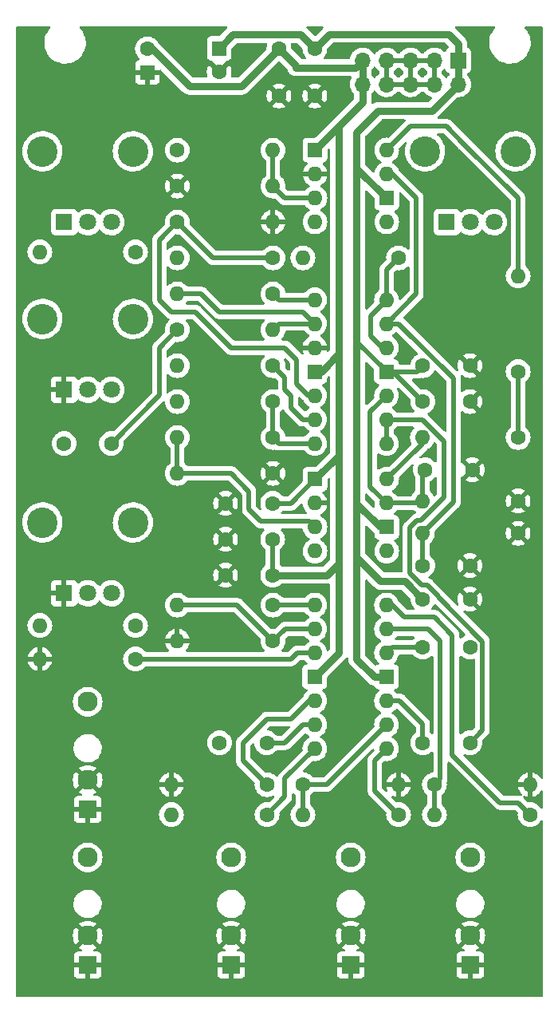
<source format=gbr>
G04 #@! TF.GenerationSoftware,KiCad,Pcbnew,(6.0.5-0)*
G04 #@! TF.CreationDate,2022-05-18T15:07:28+02:00*
G04 #@! TF.ProjectId,VCF,5643462e-6b69-4636-9164-5f7063625858,rev?*
G04 #@! TF.SameCoordinates,Original*
G04 #@! TF.FileFunction,Copper,L1,Top*
G04 #@! TF.FilePolarity,Positive*
%FSLAX46Y46*%
G04 Gerber Fmt 4.6, Leading zero omitted, Abs format (unit mm)*
G04 Created by KiCad (PCBNEW (6.0.5-0)) date 2022-05-18 15:07:28*
%MOMM*%
%LPD*%
G01*
G04 APERTURE LIST*
G04 #@! TA.AperFunction,ComponentPad*
%ADD10R,1.700000X1.700000*%
G04 #@! TD*
G04 #@! TA.AperFunction,ComponentPad*
%ADD11O,1.700000X1.700000*%
G04 #@! TD*
G04 #@! TA.AperFunction,ComponentPad*
%ADD12C,3.240000*%
G04 #@! TD*
G04 #@! TA.AperFunction,ComponentPad*
%ADD13R,1.800000X1.800000*%
G04 #@! TD*
G04 #@! TA.AperFunction,ComponentPad*
%ADD14C,1.800000*%
G04 #@! TD*
G04 #@! TA.AperFunction,ComponentPad*
%ADD15R,1.930000X1.830000*%
G04 #@! TD*
G04 #@! TA.AperFunction,ComponentPad*
%ADD16C,2.130000*%
G04 #@! TD*
G04 #@! TA.AperFunction,ComponentPad*
%ADD17C,1.600000*%
G04 #@! TD*
G04 #@! TA.AperFunction,ComponentPad*
%ADD18O,1.600000X1.600000*%
G04 #@! TD*
G04 #@! TA.AperFunction,ComponentPad*
%ADD19R,1.600000X1.600000*%
G04 #@! TD*
G04 #@! TA.AperFunction,ViaPad*
%ADD20C,2.000000*%
G04 #@! TD*
G04 #@! TA.AperFunction,Conductor*
%ADD21C,0.500000*%
G04 #@! TD*
G04 #@! TA.AperFunction,Conductor*
%ADD22C,0.800000*%
G04 #@! TD*
G04 APERTURE END LIST*
D10*
G04 #@! TO.P,H1,1,1*
G04 #@! TO.N,+12V*
X96520000Y-54610000D03*
D11*
G04 #@! TO.P,H1,2,2*
X96520000Y-57150000D03*
G04 #@! TO.P,H1,3,3*
G04 #@! TO.N,Net-(H1-Pad3)*
X93980000Y-54610000D03*
G04 #@! TO.P,H1,4,4*
X93980000Y-57150000D03*
G04 #@! TO.P,H1,5,5*
X91440000Y-54610000D03*
G04 #@! TO.P,H1,6,6*
X91440000Y-57150000D03*
G04 #@! TO.P,H1,7,7*
X88900000Y-54610000D03*
G04 #@! TO.P,H1,8,8*
X88900000Y-57150000D03*
G04 #@! TO.P,H1,9,9*
G04 #@! TO.N,-12V*
X86360000Y-54610000D03*
G04 #@! TO.P,H1,10,10*
X86360000Y-57150000D03*
G04 #@! TD*
D12*
G04 #@! TO.P,RV4,*
G04 #@! TO.N,*
X102590000Y-64265000D03*
X92990000Y-64265000D03*
D13*
G04 #@! TO.P,RV4,1,1*
G04 #@! TO.N,Net-(R14-Pad2)*
X95290000Y-71765000D03*
D14*
G04 #@! TO.P,RV4,2,2*
G04 #@! TO.N,/BP*
X97790000Y-71765000D03*
G04 #@! TO.P,RV4,3,3*
X100290000Y-71765000D03*
G04 #@! TD*
D15*
G04 #@! TO.P,J2,S*
G04 #@! TO.N,GND*
X97790000Y-150560000D03*
D16*
G04 #@! TO.P,J2,T*
G04 #@! TO.N,/TP_OUT*
X97790000Y-139160000D03*
G04 #@! TO.P,J2,TN*
G04 #@! TO.N,GND*
X97790000Y-147460000D03*
G04 #@! TD*
D15*
G04 #@! TO.P,J4,S*
G04 #@! TO.N,GND*
X72390000Y-150560000D03*
D16*
G04 #@! TO.P,J4,T*
G04 #@! TO.N,/HP_OUT*
X72390000Y-139160000D03*
G04 #@! TO.P,J4,TN*
G04 #@! TO.N,GND*
X72390000Y-147460000D03*
G04 #@! TD*
D12*
G04 #@! TO.P,RV2,*
G04 #@! TO.N,*
X61950000Y-64265000D03*
X52350000Y-64265000D03*
D13*
G04 #@! TO.P,RV2,1,1*
G04 #@! TO.N,-12V*
X54650000Y-71765000D03*
D14*
G04 #@! TO.P,RV2,2,2*
G04 #@! TO.N,Net-(R23-Pad2)*
X57150000Y-71765000D03*
G04 #@! TO.P,RV2,3,3*
G04 #@! TO.N,+12V*
X59650000Y-71765000D03*
G04 #@! TD*
D15*
G04 #@! TO.P,J5,S*
G04 #@! TO.N,GND*
X57150000Y-150560000D03*
D16*
G04 #@! TO.P,J5,T*
G04 #@! TO.N,/AUDIO_IN_ATT*
X57150000Y-139160000D03*
G04 #@! TO.P,J5,TN*
G04 #@! TO.N,GND*
X57150000Y-147460000D03*
G04 #@! TD*
D12*
G04 #@! TO.P,RV1,*
G04 #@! TO.N,*
X61950000Y-103635000D03*
X52350000Y-103635000D03*
D13*
G04 #@! TO.P,RV1,1,1*
G04 #@! TO.N,GND*
X54650000Y-111135000D03*
D14*
G04 #@! TO.P,RV1,2,2*
G04 #@! TO.N,Net-(R22-Pad2)*
X57150000Y-111135000D03*
G04 #@! TO.P,RV1,3,3*
G04 #@! TO.N,/FREQ_CV_IN*
X59650000Y-111135000D03*
G04 #@! TD*
D12*
G04 #@! TO.P,RV3,*
G04 #@! TO.N,*
X61950000Y-82045000D03*
X52350000Y-82045000D03*
D13*
G04 #@! TO.P,RV3,1,1*
G04 #@! TO.N,GND*
X54650000Y-89545000D03*
D14*
G04 #@! TO.P,RV3,2,2*
G04 #@! TO.N,Net-(C14-Pad2)*
X57150000Y-89545000D03*
G04 #@! TO.P,RV3,3,3*
G04 #@! TO.N,/AUDIO_IN_ATT*
X59650000Y-89545000D03*
G04 #@! TD*
D15*
G04 #@! TO.P,J1,S*
G04 #@! TO.N,GND*
X57150000Y-134050000D03*
D16*
G04 #@! TO.P,J1,T*
G04 #@! TO.N,/FREQ_CV_IN*
X57150000Y-122650000D03*
G04 #@! TO.P,J1,TN*
G04 #@! TO.N,GND*
X57150000Y-130950000D03*
G04 #@! TD*
D15*
G04 #@! TO.P,J3,S*
G04 #@! TO.N,GND*
X85090000Y-150560000D03*
D16*
G04 #@! TO.P,J3,T*
G04 #@! TO.N,/BP_OUT*
X85090000Y-139160000D03*
G04 #@! TO.P,J3,TN*
G04 #@! TO.N,GND*
X85090000Y-147460000D03*
G04 #@! TD*
D17*
G04 #@! TO.P,C6,1*
G04 #@! TO.N,+12V*
X92750000Y-111760000D03*
G04 #@! TO.P,C6,2*
G04 #@! TO.N,GND*
X97750000Y-111760000D03*
G04 #@! TD*
D18*
G04 #@! TO.P,U1,1*
G04 #@! TO.N,/TP_OUT*
X88890000Y-112390000D03*
G04 #@! TO.P,U1,2,-*
G04 #@! TO.N,Net-(R2-Pad2)*
X88890000Y-114930000D03*
G04 #@! TO.P,U1,3,+*
G04 #@! TO.N,Net-(C1-Pad2)*
X88890000Y-117470000D03*
D19*
G04 #@! TO.P,U1,4,V+*
G04 #@! TO.N,+12V*
X88890000Y-120010000D03*
D18*
G04 #@! TO.P,U1,5,+*
G04 #@! TO.N,Net-(C3-Pad2)*
X88890000Y-122550000D03*
G04 #@! TO.P,U1,6,-*
G04 #@! TO.N,Net-(R10-Pad2)*
X88890000Y-125090000D03*
G04 #@! TO.P,U1,7*
G04 #@! TO.N,/BP_OUT*
X88890000Y-127630000D03*
G04 #@! TO.P,U1,8*
G04 #@! TO.N,/HP_OUT*
X81270000Y-127630000D03*
G04 #@! TO.P,U1,9,-*
G04 #@! TO.N,Net-(C2-Pad1)*
X81270000Y-125090000D03*
G04 #@! TO.P,U1,10,+*
G04 #@! TO.N,Net-(R4-Pad2)*
X81270000Y-122550000D03*
D19*
G04 #@! TO.P,U1,11,V-*
G04 #@! TO.N,-12V*
X81270000Y-120010000D03*
D18*
G04 #@! TO.P,U1,12,+*
G04 #@! TO.N,Net-(R22-Pad1)*
X81270000Y-117470000D03*
G04 #@! TO.P,U1,13,-*
G04 #@! TO.N,Net-(R27-Pad2)*
X81270000Y-114930000D03*
G04 #@! TO.P,U1,14*
G04 #@! TO.N,/BIAS*
X81270000Y-112390000D03*
G04 #@! TD*
D17*
G04 #@! TO.P,R24,1*
G04 #@! TO.N,/BIAS*
X102870000Y-87630000D03*
D18*
G04 #@! TO.P,R24,2*
G04 #@! TO.N,Net-(R24-Pad2)*
X102870000Y-77470000D03*
G04 #@! TD*
D17*
G04 #@! TO.P,R19,1*
G04 #@! TO.N,/BP*
X66675000Y-64135000D03*
D18*
G04 #@! TO.P,R19,2*
G04 #@! TO.N,Net-(R19-Pad2)*
X76835000Y-64135000D03*
G04 #@! TD*
D17*
G04 #@! TO.P,R22,1*
G04 #@! TO.N,Net-(R22-Pad1)*
X62230000Y-114554000D03*
D18*
G04 #@! TO.P,R22,2*
G04 #@! TO.N,Net-(R22-Pad2)*
X52070000Y-114554000D03*
G04 #@! TD*
D17*
G04 #@! TO.P,C15,1*
G04 #@! TO.N,Net-(C15-Pad1)*
X93004000Y-98044000D03*
G04 #@! TO.P,C15,2*
G04 #@! TO.N,GND*
X98004000Y-98044000D03*
G04 #@! TD*
G04 #@! TO.P,R6,1*
G04 #@! TO.N,Net-(R6-Pad1)*
X76835000Y-79375000D03*
D18*
G04 #@! TO.P,R6,2*
G04 #@! TO.N,Net-(R1-Pad2)*
X66675000Y-79375000D03*
G04 #@! TD*
D17*
G04 #@! TO.P,R9,1*
G04 #@! TO.N,/HP*
X76835000Y-90805000D03*
D18*
G04 #@! TO.P,R9,2*
G04 #@! TO.N,Net-(R20-Pad2)*
X66675000Y-90805000D03*
G04 #@! TD*
D17*
G04 #@! TO.P,R11,1*
G04 #@! TO.N,Net-(R10-Pad2)*
X80010000Y-131445000D03*
D18*
G04 #@! TO.P,R11,2*
G04 #@! TO.N,GND*
X90170000Y-131445000D03*
G04 #@! TD*
D17*
G04 #@! TO.P,R27,1*
G04 #@! TO.N,/BIAS*
X76835000Y-112395000D03*
D18*
G04 #@! TO.P,R27,2*
G04 #@! TO.N,Net-(R27-Pad2)*
X66675000Y-112395000D03*
G04 #@! TD*
D17*
G04 #@! TO.P,C1,1*
G04 #@! TO.N,/TP*
X97750000Y-116840000D03*
G04 #@! TO.P,C1,2*
G04 #@! TO.N,Net-(C1-Pad2)*
X92750000Y-116840000D03*
G04 #@! TD*
D19*
G04 #@! TO.P,C4,1*
G04 #@! TO.N,+12V*
X71120000Y-53340000D03*
D17*
G04 #@! TO.P,C4,2*
G04 #@! TO.N,GND*
X71120000Y-55840000D03*
G04 #@! TD*
G04 #@! TO.P,C9,1*
G04 #@! TO.N,GND*
X77470000Y-58380000D03*
G04 #@! TO.P,C9,2*
G04 #@! TO.N,-12V*
X77470000Y-53380000D03*
G04 #@! TD*
G04 #@! TO.P,R12,1*
G04 #@! TO.N,/HP*
X76835000Y-94615000D03*
D18*
G04 #@! TO.P,R12,2*
G04 #@! TO.N,Net-(R12-Pad2)*
X66675000Y-94615000D03*
G04 #@! TD*
D17*
G04 #@! TO.P,R21,1*
G04 #@! TO.N,GND*
X66675000Y-67945000D03*
D18*
G04 #@! TO.P,R21,2*
G04 #@! TO.N,Net-(R19-Pad2)*
X76835000Y-67945000D03*
G04 #@! TD*
D17*
G04 #@! TO.P,R10,1*
G04 #@! TO.N,/BP_OUT*
X90170000Y-134620000D03*
D18*
G04 #@! TO.P,R10,2*
G04 #@! TO.N,Net-(R10-Pad2)*
X80010000Y-134620000D03*
G04 #@! TD*
D17*
G04 #@! TO.P,R15,1*
G04 #@! TO.N,/BIAS*
X102870000Y-94615000D03*
D18*
G04 #@! TO.P,R15,2*
G04 #@! TO.N,Net-(R15-Pad2)*
X92710000Y-94615000D03*
G04 #@! TD*
D17*
G04 #@! TO.P,R23,1*
G04 #@! TO.N,Net-(R22-Pad1)*
X62230000Y-74930000D03*
D18*
G04 #@! TO.P,R23,2*
G04 #@! TO.N,Net-(R23-Pad2)*
X52070000Y-74930000D03*
G04 #@! TD*
D17*
G04 #@! TO.P,C11,1*
G04 #@! TO.N,GND*
X71795000Y-105410000D03*
G04 #@! TO.P,C11,2*
G04 #@! TO.N,-12V*
X76795000Y-105410000D03*
G04 #@! TD*
D18*
G04 #@! TO.P,U2,1*
G04 #@! TO.N,/TP*
X88890000Y-80005000D03*
G04 #@! TO.P,U2,2,-*
G04 #@! TO.N,Net-(C16-Pad1)*
X88890000Y-82545000D03*
G04 #@! TO.P,U2,3,+*
G04 #@! TO.N,/TP*
X88890000Y-85085000D03*
D19*
G04 #@! TO.P,U2,4,V+*
G04 #@! TO.N,+12V*
X88890000Y-87625000D03*
D18*
G04 #@! TO.P,U2,5,+*
G04 #@! TO.N,Net-(C15-Pad1)*
X88890000Y-90165000D03*
G04 #@! TO.P,U2,6,-*
G04 #@! TO.N,/BP*
X88890000Y-92705000D03*
G04 #@! TO.P,U2,7*
X88890000Y-95245000D03*
G04 #@! TO.P,U2,8*
G04 #@! TO.N,/HP*
X81270000Y-95245000D03*
G04 #@! TO.P,U2,9,-*
G04 #@! TO.N,Net-(R20-Pad2)*
X81270000Y-92705000D03*
G04 #@! TO.P,U2,10,+*
G04 #@! TO.N,Net-(R14-Pad1)*
X81270000Y-90165000D03*
D19*
G04 #@! TO.P,U2,11,V-*
G04 #@! TO.N,-12V*
X81270000Y-87625000D03*
D18*
G04 #@! TO.P,U2,12,+*
G04 #@! TO.N,GND*
X81270000Y-85085000D03*
G04 #@! TO.P,U2,13,-*
G04 #@! TO.N,Net-(R1-Pad2)*
X81270000Y-82545000D03*
G04 #@! TO.P,U2,14*
G04 #@! TO.N,Net-(R6-Pad1)*
X81270000Y-80005000D03*
G04 #@! TD*
D17*
G04 #@! TO.P,C13,1*
G04 #@! TO.N,GND*
X71795000Y-101600000D03*
G04 #@! TO.P,C13,2*
G04 #@! TO.N,-12V*
X76795000Y-101600000D03*
G04 #@! TD*
G04 #@! TO.P,R2,1*
G04 #@! TO.N,/TP_OUT*
X104140000Y-134620000D03*
D18*
G04 #@! TO.P,R2,2*
G04 #@! TO.N,Net-(R2-Pad2)*
X93980000Y-134620000D03*
G04 #@! TD*
D17*
G04 #@! TO.P,R28,1*
G04 #@! TO.N,Net-(R27-Pad2)*
X76835000Y-116205000D03*
D18*
G04 #@! TO.P,R28,2*
G04 #@! TO.N,GND*
X66675000Y-116205000D03*
G04 #@! TD*
G04 #@! TO.P,U4,1,NC*
G04 #@! TO.N,unconnected-(U4-Pad1)*
X81290000Y-71745000D03*
G04 #@! TO.P,U4,2,-*
G04 #@! TO.N,Net-(R19-Pad2)*
X81290000Y-69205000D03*
G04 #@! TO.P,U4,3,+*
G04 #@! TO.N,GND*
X81290000Y-66665000D03*
D19*
G04 #@! TO.P,U4,4,V-*
G04 #@! TO.N,-12V*
X81290000Y-64125000D03*
D18*
G04 #@! TO.P,U4,5,BIAS*
G04 #@! TO.N,Net-(R24-Pad2)*
X88910000Y-64125000D03*
G04 #@! TO.P,U4,6*
G04 #@! TO.N,Net-(C16-Pad1)*
X88910000Y-66665000D03*
D19*
G04 #@! TO.P,U4,7,V+*
G04 #@! TO.N,+12V*
X88910000Y-69205000D03*
D18*
G04 #@! TO.P,U4,8,NC*
G04 #@! TO.N,unconnected-(U4-Pad8)*
X88910000Y-71745000D03*
G04 #@! TD*
D17*
G04 #@! TO.P,R26,1*
G04 #@! TO.N,GND*
X102870000Y-104775000D03*
D18*
G04 #@! TO.P,R26,2*
G04 #@! TO.N,Net-(C16-Pad1)*
X92710000Y-104775000D03*
G04 #@! TD*
D17*
G04 #@! TO.P,C12,1*
G04 #@! TO.N,+12V*
X81280000Y-53380000D03*
G04 #@! TO.P,C12,2*
G04 #@! TO.N,GND*
X81280000Y-58380000D03*
G04 #@! TD*
G04 #@! TO.P,R14,1*
G04 #@! TO.N,Net-(R14-Pad1)*
X76835000Y-75565000D03*
D18*
G04 #@! TO.P,R14,2*
G04 #@! TO.N,Net-(R14-Pad2)*
X66675000Y-75565000D03*
G04 #@! TD*
D17*
G04 #@! TO.P,C16,1*
G04 #@! TO.N,Net-(C16-Pad1)*
X92750000Y-108204000D03*
G04 #@! TO.P,C16,2*
G04 #@! TO.N,GND*
X97750000Y-108204000D03*
G04 #@! TD*
G04 #@! TO.P,C3,1*
G04 #@! TO.N,/BP*
X97750000Y-127000000D03*
G04 #@! TO.P,C3,2*
G04 #@! TO.N,Net-(C3-Pad2)*
X92750000Y-127000000D03*
G04 #@! TD*
G04 #@! TO.P,R20,1*
G04 #@! TO.N,/TP*
X90170000Y-75565000D03*
D18*
G04 #@! TO.P,R20,2*
G04 #@! TO.N,Net-(R20-Pad2)*
X80010000Y-75565000D03*
G04 #@! TD*
D17*
G04 #@! TO.P,C8,1*
G04 #@! TO.N,+12V*
X92750000Y-90805000D03*
G04 #@! TO.P,C8,2*
G04 #@! TO.N,GND*
X97750000Y-90805000D03*
G04 #@! TD*
G04 #@! TO.P,C7,1*
G04 #@! TO.N,GND*
X71795000Y-109220000D03*
G04 #@! TO.P,C7,2*
G04 #@! TO.N,-12V*
X76795000Y-109220000D03*
G04 #@! TD*
G04 #@! TO.P,C2,1*
G04 #@! TO.N,Net-(C2-Pad1)*
X76160000Y-127000000D03*
G04 #@! TO.P,C2,2*
G04 #@! TO.N,/HP*
X71160000Y-127000000D03*
G04 #@! TD*
G04 #@! TO.P,C14,1*
G04 #@! TO.N,Net-(C14-Pad1)*
X59650000Y-95250000D03*
G04 #@! TO.P,C14,2*
G04 #@! TO.N,Net-(C14-Pad2)*
X54650000Y-95250000D03*
G04 #@! TD*
G04 #@! TO.P,R4,1*
G04 #@! TO.N,/HP_OUT*
X76200000Y-134620000D03*
D18*
G04 #@! TO.P,R4,2*
G04 #@! TO.N,Net-(R4-Pad2)*
X66040000Y-134620000D03*
G04 #@! TD*
D17*
G04 #@! TO.P,R7,1*
G04 #@! TO.N,Net-(R20-Pad2)*
X76835000Y-86995000D03*
D18*
G04 #@! TO.P,R7,2*
G04 #@! TO.N,Net-(R6-Pad1)*
X66675000Y-86995000D03*
G04 #@! TD*
D17*
G04 #@! TO.P,R3,1*
G04 #@! TO.N,Net-(R2-Pad2)*
X93980000Y-131445000D03*
D18*
G04 #@! TO.P,R3,2*
G04 #@! TO.N,GND*
X104140000Y-131445000D03*
G04 #@! TD*
D17*
G04 #@! TO.P,R25,1*
G04 #@! TO.N,Net-(R22-Pad1)*
X62230000Y-118110000D03*
D18*
G04 #@! TO.P,R25,2*
G04 #@! TO.N,GND*
X52070000Y-118110000D03*
G04 #@! TD*
G04 #@! TO.P,U3,1,NC*
G04 #@! TO.N,unconnected-(U3-Pad1)*
X81290000Y-106670000D03*
G04 #@! TO.P,U3,2,-*
G04 #@! TO.N,Net-(R12-Pad2)*
X81290000Y-104130000D03*
G04 #@! TO.P,U3,3,+*
G04 #@! TO.N,GND*
X81290000Y-101590000D03*
D19*
G04 #@! TO.P,U3,4,V-*
G04 #@! TO.N,-12V*
X81290000Y-99050000D03*
D18*
G04 #@! TO.P,U3,5,BIAS*
G04 #@! TO.N,Net-(R15-Pad2)*
X88910000Y-99050000D03*
G04 #@! TO.P,U3,6*
G04 #@! TO.N,Net-(C15-Pad1)*
X88910000Y-101590000D03*
D19*
G04 #@! TO.P,U3,7,V+*
G04 #@! TO.N,+12V*
X88910000Y-104130000D03*
D18*
G04 #@! TO.P,U3,8,NC*
G04 #@! TO.N,unconnected-(U3-Pad8)*
X88910000Y-106670000D03*
G04 #@! TD*
D17*
G04 #@! TO.P,R5,1*
G04 #@! TO.N,Net-(R4-Pad2)*
X76200000Y-131445000D03*
D18*
G04 #@! TO.P,R5,2*
G04 #@! TO.N,GND*
X66040000Y-131445000D03*
G04 #@! TD*
D17*
G04 #@! TO.P,R13,1*
G04 #@! TO.N,GND*
X76835000Y-98425000D03*
D18*
G04 #@! TO.P,R13,2*
G04 #@! TO.N,Net-(R12-Pad2)*
X66675000Y-98425000D03*
G04 #@! TD*
D17*
G04 #@! TO.P,R8,1*
G04 #@! TO.N,Net-(R14-Pad1)*
X66675000Y-71755000D03*
D18*
G04 #@! TO.P,R8,2*
G04 #@! TO.N,GND*
X76835000Y-71755000D03*
G04 #@! TD*
D17*
G04 #@! TO.P,C10,1*
G04 #@! TO.N,+12V*
X92750000Y-86995000D03*
G04 #@! TO.P,C10,2*
G04 #@! TO.N,GND*
X97750000Y-86995000D03*
G04 #@! TD*
G04 #@! TO.P,R1,1*
G04 #@! TO.N,Net-(C14-Pad1)*
X66675000Y-83185000D03*
D18*
G04 #@! TO.P,R1,2*
G04 #@! TO.N,Net-(R1-Pad2)*
X76835000Y-83185000D03*
G04 #@! TD*
D19*
G04 #@! TO.P,C5,1*
G04 #@! TO.N,GND*
X63500000Y-55880000D03*
D17*
G04 #@! TO.P,C5,2*
G04 #@! TO.N,-12V*
X63500000Y-53380000D03*
G04 #@! TD*
G04 #@! TO.P,R16,1*
G04 #@! TO.N,GND*
X102870000Y-101346000D03*
D18*
G04 #@! TO.P,R16,2*
G04 #@! TO.N,Net-(C15-Pad1)*
X92710000Y-101346000D03*
G04 #@! TD*
D20*
G04 #@! TO.N,GND*
X73660000Y-122555000D03*
X102870000Y-119380000D03*
X97790000Y-82550000D03*
X66675000Y-103505000D03*
X69850000Y-120015000D03*
X69850000Y-122555000D03*
X97790000Y-80010000D03*
X102870000Y-122555000D03*
X69215000Y-106045000D03*
X66675000Y-106045000D03*
X73660000Y-120015000D03*
X102870000Y-113030000D03*
X97790000Y-77470000D03*
X69215000Y-103505000D03*
X102870000Y-116205000D03*
G04 #@! TD*
D21*
G04 #@! TO.N,/TP*
X88890000Y-80020000D02*
X87211973Y-81698027D01*
X88890000Y-80005000D02*
X88890000Y-80020000D01*
X87211973Y-81698027D02*
X87211973Y-83842797D01*
X88454176Y-85085000D02*
X88890000Y-85085000D01*
X87211973Y-83842797D02*
X88454176Y-85085000D01*
X88890000Y-76845000D02*
X90170000Y-75565000D01*
X88890000Y-80005000D02*
X88890000Y-76845000D01*
G04 #@! TO.N,Net-(C1-Pad2)*
X92750000Y-116840000D02*
X89520000Y-116840000D01*
X89520000Y-116840000D02*
X88890000Y-117470000D01*
G04 #@! TO.N,/HP*
X77465000Y-95245000D02*
X76835000Y-94615000D01*
X76835000Y-94615000D02*
X76835000Y-90805000D01*
X81270000Y-95245000D02*
X77465000Y-95245000D01*
G04 #@! TO.N,Net-(C14-Pad1)*
X64770000Y-85090000D02*
X64770000Y-90130000D01*
X66675000Y-83185000D02*
X64770000Y-85090000D01*
X64770000Y-90130000D02*
X59650000Y-95250000D01*
G04 #@! TO.N,Net-(C3-Pad2)*
X92750000Y-125008000D02*
X92750000Y-127000000D01*
X88890000Y-122550000D02*
X90292000Y-122550000D01*
X90292000Y-122550000D02*
X92750000Y-125008000D01*
G04 #@! TO.N,+12V*
X89570000Y-87625000D02*
X92750000Y-90805000D01*
D22*
X88885000Y-120015000D02*
X88890000Y-120010000D01*
X88011000Y-59944000D02*
X85725000Y-62230000D01*
X85725000Y-74295000D02*
X85725000Y-84126846D01*
X88910000Y-104128692D02*
X88888692Y-104128692D01*
X90845000Y-109855000D02*
X92750000Y-111760000D01*
X85725000Y-64463154D02*
X85725000Y-66040000D01*
X85725000Y-101600000D02*
X88255000Y-104130000D01*
X72579511Y-51880489D02*
X79780489Y-51880489D01*
X96520000Y-54610000D02*
X96520000Y-57150000D01*
X93726000Y-59944000D02*
X88011000Y-59944000D01*
X85725000Y-84455000D02*
X85725000Y-101600000D01*
X88265000Y-109855000D02*
X90845000Y-109855000D01*
X85725000Y-66040000D02*
X88890000Y-69205000D01*
X82844000Y-51816000D02*
X81280000Y-53380000D01*
X85725000Y-104140000D02*
X85725000Y-107315000D01*
D21*
X88910000Y-104130000D02*
X88910000Y-104128692D01*
D22*
X71120000Y-53340000D02*
X72579511Y-51880489D01*
X87630000Y-120015000D02*
X88885000Y-120015000D01*
D21*
X88890000Y-87625000D02*
X92120000Y-87625000D01*
X88890000Y-87620000D02*
X85725000Y-84455000D01*
D22*
X85725000Y-62230000D02*
X85725000Y-74295000D01*
X96520000Y-57150000D02*
X93726000Y-59944000D01*
X96520000Y-52832000D02*
X95504000Y-51816000D01*
X85725000Y-107315000D02*
X88265000Y-109855000D01*
X85725000Y-109855000D02*
X85725000Y-118110000D01*
X85725000Y-118110000D02*
X87630000Y-120015000D01*
X85725000Y-101600000D02*
X85725000Y-104140000D01*
D21*
X88890000Y-87625000D02*
X88890000Y-87620000D01*
X92120000Y-87625000D02*
X92750000Y-86995000D01*
X88890000Y-87625000D02*
X89570000Y-87625000D01*
D22*
X96520000Y-54610000D02*
X96520000Y-52832000D01*
X85725000Y-66040000D02*
X85725000Y-74295000D01*
X85725000Y-107315000D02*
X85725000Y-109855000D01*
X88255000Y-104130000D02*
X88910000Y-104130000D01*
X79780489Y-51880489D02*
X81280000Y-53380000D01*
X95504000Y-51816000D02*
X82844000Y-51816000D01*
X88890000Y-69205000D02*
X88910000Y-69205000D01*
X85725000Y-84126846D02*
X85725000Y-84455000D01*
G04 #@! TO.N,-12V*
X63999022Y-53380000D02*
X63500000Y-53380000D01*
X83820000Y-117475000D02*
X81285000Y-120010000D01*
X83820000Y-85725000D02*
X83820000Y-96520000D01*
X73510489Y-57339511D02*
X67958533Y-57339511D01*
X86360000Y-57150000D02*
X86360000Y-59055000D01*
X83820000Y-61595000D02*
X83820000Y-85725000D01*
X77470000Y-53380000D02*
X73510489Y-57339511D01*
X83820000Y-107315000D02*
X83820000Y-107950000D01*
X85598000Y-55372000D02*
X79248000Y-55372000D01*
X67958533Y-57339511D02*
X63999022Y-53380000D01*
X83820000Y-107950000D02*
X83820000Y-117475000D01*
X83820000Y-107950000D02*
X82550000Y-109220000D01*
X86360000Y-54610000D02*
X85598000Y-55372000D01*
X83820000Y-96520000D02*
X83820000Y-107315000D01*
X81920000Y-87625000D02*
X81270000Y-87625000D01*
X83820000Y-96520000D02*
X81290000Y-99050000D01*
X79248000Y-55372000D02*
X79248000Y-55158000D01*
X82550000Y-109220000D02*
X76795000Y-109220000D01*
X79248000Y-55158000D02*
X77470000Y-53380000D01*
D21*
X76795000Y-101600000D02*
X78740000Y-101600000D01*
D22*
X83820000Y-61595000D02*
X81290000Y-64125000D01*
X86360000Y-57150000D02*
X86360000Y-54610000D01*
D21*
X76795000Y-105410000D02*
X76795000Y-109220000D01*
X78740000Y-101600000D02*
X81290000Y-99050000D01*
D22*
X83820000Y-85725000D02*
X81920000Y-87625000D01*
X86360000Y-59055000D02*
X83820000Y-61595000D01*
X81285000Y-120010000D02*
X81270000Y-120010000D01*
D21*
G04 #@! TO.N,/BP*
X94387154Y-111532154D02*
X99099511Y-116244511D01*
X92708498Y-92705000D02*
X94996000Y-94992502D01*
X92639412Y-110306588D02*
X93205086Y-110306588D01*
X99099511Y-125650489D02*
X97750000Y-127000000D01*
X92151013Y-103425489D02*
X91360489Y-104216013D01*
X91360489Y-104216013D02*
X91360489Y-109027665D01*
X88890000Y-92705000D02*
X92708498Y-92705000D01*
X94996000Y-100968498D02*
X92539009Y-103425489D01*
X91360489Y-109027665D02*
X92639412Y-110306588D01*
X94387154Y-111488656D02*
X94387154Y-111532154D01*
X99099511Y-116244511D02*
X99099511Y-125650489D01*
X92539009Y-103425489D02*
X92151013Y-103425489D01*
X94996000Y-94992502D02*
X94996000Y-100968498D01*
X93205086Y-110306588D02*
X94387154Y-111488656D01*
X88890000Y-95245000D02*
X88890000Y-92705000D01*
G04 #@! TO.N,Net-(C15-Pad1)*
X88890000Y-90165000D02*
X87161394Y-91893606D01*
X87161394Y-91893606D02*
X87161394Y-99841394D01*
X88910000Y-101590000D02*
X92466000Y-101590000D01*
X92466000Y-101590000D02*
X92710000Y-101346000D01*
X92710000Y-98338000D02*
X93004000Y-98044000D01*
X92710000Y-101346000D02*
X92710000Y-98338000D01*
X87161394Y-99841394D02*
X88910000Y-101590000D01*
G04 #@! TO.N,Net-(C16-Pad1)*
X88890000Y-82545000D02*
X88905000Y-82545000D01*
X88905000Y-82545000D02*
X92075000Y-79375000D01*
X96012000Y-101473000D02*
X92710000Y-104775000D01*
X90208498Y-82545000D02*
X96012000Y-88348502D01*
X88890000Y-82545000D02*
X90208498Y-82545000D01*
X92075000Y-69215000D02*
X89525000Y-66665000D01*
X92075000Y-79375000D02*
X92075000Y-69215000D01*
X89525000Y-66665000D02*
X88910000Y-66665000D01*
X92710000Y-108164000D02*
X92750000Y-108204000D01*
X96012000Y-88348502D02*
X96012000Y-101473000D01*
X92710000Y-104775000D02*
X92710000Y-108164000D01*
G04 #@! TO.N,/TP_OUT*
X90805000Y-113665000D02*
X89530000Y-112390000D01*
X102870000Y-133350000D02*
X100965000Y-133350000D01*
X89530000Y-112390000D02*
X88890000Y-112390000D01*
X95885000Y-115570000D02*
X93980000Y-113665000D01*
X95885000Y-128270000D02*
X95885000Y-115570000D01*
X93980000Y-113665000D02*
X90805000Y-113665000D01*
X104140000Y-134620000D02*
X102870000Y-133350000D01*
X100965000Y-133350000D02*
X95885000Y-128270000D01*
G04 #@! TO.N,Net-(R2-Pad2)*
X94615000Y-116205000D02*
X94615000Y-130810000D01*
X93980000Y-134620000D02*
X93980000Y-131445000D01*
X94615000Y-130810000D02*
X93980000Y-131445000D01*
X88890000Y-114930000D02*
X93340000Y-114930000D01*
X93340000Y-114930000D02*
X94615000Y-116205000D01*
G04 #@! TO.N,/HP_OUT*
X78105000Y-130795000D02*
X81270000Y-127630000D01*
X76200000Y-134620000D02*
X78105000Y-132715000D01*
X78105000Y-132715000D02*
X78105000Y-130795000D01*
G04 #@! TO.N,Net-(R4-Pad2)*
X76200000Y-124460000D02*
X73660000Y-127000000D01*
X73660000Y-128905000D02*
X76200000Y-131445000D01*
X78740000Y-124460000D02*
X76200000Y-124460000D01*
X73660000Y-127000000D02*
X73660000Y-128905000D01*
X80650000Y-122550000D02*
X78740000Y-124460000D01*
X81270000Y-122550000D02*
X80650000Y-122550000D01*
G04 #@! TO.N,Net-(R6-Pad1)*
X77465000Y-80005000D02*
X81270000Y-80005000D01*
X76835000Y-79375000D02*
X77465000Y-80005000D01*
G04 #@! TO.N,Net-(R20-Pad2)*
X78105000Y-89535000D02*
X78740000Y-90170000D01*
X78105000Y-88265000D02*
X78105000Y-89535000D01*
X78740000Y-91440000D02*
X80005000Y-92705000D01*
X76835000Y-86995000D02*
X78105000Y-88265000D01*
X78740000Y-90170000D02*
X78740000Y-91440000D01*
X80005000Y-92705000D02*
X81270000Y-92705000D01*
G04 #@! TO.N,/BP_OUT*
X87630000Y-128890000D02*
X88890000Y-127630000D01*
X90170000Y-134620000D02*
X87630000Y-132080000D01*
X87630000Y-132080000D02*
X87630000Y-128890000D01*
G04 #@! TO.N,Net-(R12-Pad2)*
X80665000Y-103505000D02*
X81290000Y-104130000D01*
X75565000Y-103505000D02*
X80665000Y-103505000D01*
X66675000Y-98425000D02*
X72390000Y-98425000D01*
X74295000Y-100330000D02*
X74295000Y-102235000D01*
X72390000Y-98425000D02*
X74295000Y-100330000D01*
X74295000Y-102235000D02*
X75565000Y-103505000D01*
X66675000Y-94615000D02*
X66675000Y-98425000D01*
G04 #@! TO.N,/BIAS*
X76835000Y-112395000D02*
X81265000Y-112395000D01*
X81265000Y-112395000D02*
X81270000Y-112390000D01*
X102870000Y-87630000D02*
X102870000Y-94615000D01*
G04 #@! TO.N,Net-(R15-Pad2)*
X88910000Y-99050000D02*
X92710000Y-95250000D01*
X92710000Y-95250000D02*
X92710000Y-94615000D01*
G04 #@! TO.N,Net-(R22-Pad1)*
X62230000Y-118110000D02*
X78740000Y-118110000D01*
X78740000Y-118110000D02*
X79057500Y-117792500D01*
X79380000Y-117470000D02*
X79057500Y-117792500D01*
X81270000Y-117470000D02*
X79380000Y-117470000D01*
G04 #@! TO.N,Net-(R24-Pad2)*
X88910000Y-64125000D02*
X91440000Y-61595000D01*
X95250000Y-61595000D02*
X97155000Y-63500000D01*
X91440000Y-61595000D02*
X95250000Y-61595000D01*
X102870000Y-77470000D02*
X102870000Y-69215000D01*
X102870000Y-69215000D02*
X97155000Y-63500000D01*
G04 #@! TO.N,Net-(R27-Pad2)*
X73025000Y-112395000D02*
X66675000Y-112395000D01*
X81270000Y-114930000D02*
X78110000Y-114930000D01*
X76835000Y-116205000D02*
X73025000Y-112395000D01*
X78110000Y-114930000D02*
X76835000Y-116205000D01*
G04 #@! TO.N,Net-(H1-Pad3)*
X93980000Y-54610000D02*
X91440000Y-54610000D01*
X91440000Y-54610000D02*
X88900000Y-54610000D01*
X91440000Y-57150000D02*
X91440000Y-54610000D01*
X93980000Y-57150000D02*
X91440000Y-57150000D01*
X88900000Y-57150000D02*
X91440000Y-57150000D01*
X93980000Y-57150000D02*
X93980000Y-54610000D01*
X88900000Y-54610000D02*
X88900000Y-57150000D01*
G04 #@! TO.N,Net-(R14-Pad1)*
X79375000Y-88900000D02*
X80640000Y-90165000D01*
X78105000Y-85090000D02*
X79375000Y-86360000D01*
X72390000Y-85090000D02*
X78105000Y-85090000D01*
X76835000Y-75565000D02*
X70485000Y-75565000D01*
X64770000Y-73660000D02*
X64770000Y-80010000D01*
X66675000Y-71755000D02*
X64770000Y-73660000D01*
X66040000Y-81280000D02*
X68580000Y-81280000D01*
X70485000Y-75565000D02*
X66675000Y-71755000D01*
X80640000Y-90165000D02*
X81270000Y-90165000D01*
X79375000Y-86360000D02*
X79375000Y-88900000D01*
X64770000Y-80010000D02*
X66040000Y-81280000D01*
X68580000Y-81280000D02*
X72390000Y-85090000D01*
G04 #@! TO.N,Net-(C2-Pad1)*
X76160000Y-127000000D02*
X78105000Y-127000000D01*
X80015000Y-125090000D02*
X81270000Y-125090000D01*
X78105000Y-127000000D02*
X80015000Y-125090000D01*
G04 #@! TO.N,Net-(R1-Pad2)*
X69215000Y-79375000D02*
X71120000Y-81280000D01*
X80005000Y-81280000D02*
X81270000Y-82545000D01*
X77475000Y-82545000D02*
X81270000Y-82545000D01*
X66675000Y-79375000D02*
X69215000Y-79375000D01*
X76835000Y-83185000D02*
X77475000Y-82545000D01*
X71120000Y-81280000D02*
X80005000Y-81280000D01*
G04 #@! TO.N,Net-(R19-Pad2)*
X81290000Y-69205000D02*
X78095000Y-69205000D01*
X78095000Y-69205000D02*
X76835000Y-67945000D01*
X76835000Y-67945000D02*
X76835000Y-64135000D01*
G04 #@! TO.N,Net-(R10-Pad2)*
X82535000Y-131445000D02*
X80010000Y-131445000D01*
X88890000Y-125090000D02*
X82535000Y-131445000D01*
X80010000Y-134620000D02*
X80010000Y-131445000D01*
G04 #@! TD*
G04 #@! TA.AperFunction,Conductor*
G04 #@! TO.N,GND*
G36*
X53145406Y-51020502D02*
G01*
X53191899Y-51074158D01*
X53202003Y-51144432D01*
X53172953Y-51208498D01*
X52984047Y-51428898D01*
X52981773Y-51432400D01*
X52981772Y-51432401D01*
X52878793Y-51590976D01*
X52824836Y-51674062D01*
X52699448Y-51938129D01*
X52610086Y-52216459D01*
X52605823Y-52240151D01*
X52560532Y-52491866D01*
X52558319Y-52504164D01*
X52551421Y-52656075D01*
X52545595Y-52784390D01*
X52545059Y-52796187D01*
X52545422Y-52800335D01*
X52545422Y-52800340D01*
X52546179Y-52808991D01*
X52570536Y-53087399D01*
X52606919Y-53250165D01*
X52633371Y-53368503D01*
X52634305Y-53372683D01*
X52635749Y-53376608D01*
X52635750Y-53376611D01*
X52664267Y-53454118D01*
X52735244Y-53647027D01*
X52737188Y-53650715D01*
X52737192Y-53650723D01*
X52832504Y-53831498D01*
X52871580Y-53905612D01*
X53040918Y-54143893D01*
X53240283Y-54357686D01*
X53466171Y-54543233D01*
X53714616Y-54697275D01*
X53981250Y-54817105D01*
X54064577Y-54841946D01*
X54257394Y-54899428D01*
X54257402Y-54899430D01*
X54261391Y-54900619D01*
X54265508Y-54901271D01*
X54265512Y-54901272D01*
X54546649Y-54945799D01*
X54546654Y-54945799D01*
X54550117Y-54946348D01*
X54599069Y-54948571D01*
X54640128Y-54950436D01*
X54640147Y-54950436D01*
X54641547Y-54950500D01*
X54824151Y-54950500D01*
X54826243Y-54950361D01*
X54826245Y-54950361D01*
X55037511Y-54936329D01*
X55041682Y-54936052D01*
X55045776Y-54935227D01*
X55045780Y-54935226D01*
X55183095Y-54907538D01*
X55328239Y-54878272D01*
X55604637Y-54783100D01*
X55608370Y-54781231D01*
X55608374Y-54781229D01*
X55862276Y-54654084D01*
X55862278Y-54654083D01*
X55866020Y-54652209D01*
X56023135Y-54545434D01*
X56104336Y-54490250D01*
X56104339Y-54490248D01*
X56107795Y-54487899D01*
X56325716Y-54293055D01*
X56515953Y-54071102D01*
X56586290Y-53962792D01*
X56672892Y-53829437D01*
X56672894Y-53829434D01*
X56675164Y-53825938D01*
X56800552Y-53561871D01*
X56889914Y-53283541D01*
X56941681Y-52995836D01*
X56951033Y-52789880D01*
X56954752Y-52707983D01*
X56954752Y-52707978D01*
X56954941Y-52703813D01*
X56948991Y-52635795D01*
X56940233Y-52535700D01*
X56929464Y-52412601D01*
X56876742Y-52176739D01*
X56866609Y-52131405D01*
X56866608Y-52131402D01*
X56865695Y-52127317D01*
X56853721Y-52094771D01*
X56766198Y-51856893D01*
X56764756Y-51852973D01*
X56762812Y-51849285D01*
X56762808Y-51849277D01*
X56630373Y-51598092D01*
X56630372Y-51598091D01*
X56628420Y-51594388D01*
X56459082Y-51356107D01*
X56325103Y-51212432D01*
X56293274Y-51148970D01*
X56300807Y-51078374D01*
X56345311Y-51023058D01*
X56417254Y-51000500D01*
X71870497Y-51000500D01*
X71938618Y-51020502D01*
X71985111Y-51074158D01*
X71995215Y-51144432D01*
X71965721Y-51209012D01*
X71959592Y-51215595D01*
X71956255Y-51218932D01*
X71951470Y-51223473D01*
X71900645Y-51269236D01*
X71896766Y-51274575D01*
X71896765Y-51274576D01*
X71892371Y-51280624D01*
X71879530Y-51295657D01*
X71180592Y-51994595D01*
X71118280Y-52028621D01*
X71091497Y-52031500D01*
X70271866Y-52031500D01*
X70209684Y-52038255D01*
X70073295Y-52089385D01*
X69956739Y-52176739D01*
X69869385Y-52293295D01*
X69818255Y-52429684D01*
X69811500Y-52491866D01*
X69811500Y-54188134D01*
X69818255Y-54250316D01*
X69869385Y-54386705D01*
X69956739Y-54503261D01*
X70073295Y-54590615D01*
X70209684Y-54641745D01*
X70253252Y-54646478D01*
X70268486Y-54648133D01*
X70268489Y-54648133D01*
X70271866Y-54648500D01*
X70275185Y-54648500D01*
X70342110Y-54672153D01*
X70377804Y-54718156D01*
X70379734Y-54717141D01*
X70385442Y-54728000D01*
X70385632Y-54728245D01*
X70385653Y-54728403D01*
X70405644Y-54766434D01*
X71107188Y-55467978D01*
X71121132Y-55475592D01*
X71122965Y-55475461D01*
X71129580Y-55471210D01*
X71835077Y-54765713D01*
X71857871Y-54723971D01*
X71860047Y-54713971D01*
X71910253Y-54663773D01*
X71963814Y-54648549D01*
X71964719Y-54648500D01*
X71968134Y-54648500D01*
X71971530Y-54648131D01*
X71971532Y-54648131D01*
X71983879Y-54646790D01*
X72030316Y-54641745D01*
X72166705Y-54590615D01*
X72283261Y-54503261D01*
X72370615Y-54386705D01*
X72421745Y-54250316D01*
X72428500Y-54188134D01*
X72428500Y-53368503D01*
X72448502Y-53300382D01*
X72465405Y-53279408D01*
X72918919Y-52825894D01*
X72981231Y-52791868D01*
X73008014Y-52788989D01*
X76109496Y-52788989D01*
X76177617Y-52808991D01*
X76224110Y-52862647D01*
X76234214Y-52932921D01*
X76231203Y-52947598D01*
X76176457Y-53151913D01*
X76175978Y-53157389D01*
X76175977Y-53157394D01*
X76157749Y-53365750D01*
X76131886Y-53431869D01*
X76121323Y-53443864D01*
X73171081Y-56394106D01*
X73108769Y-56428132D01*
X73081986Y-56431011D01*
X72479987Y-56431011D01*
X72411866Y-56411009D01*
X72365373Y-56357353D01*
X72355269Y-56287079D01*
X72358280Y-56272400D01*
X72411625Y-56073312D01*
X72413528Y-56062519D01*
X72432517Y-55845475D01*
X72432517Y-55834525D01*
X72413528Y-55617481D01*
X72411625Y-55606688D01*
X72355236Y-55396239D01*
X72351490Y-55385947D01*
X72259414Y-55188489D01*
X72253931Y-55178994D01*
X72217491Y-55126952D01*
X72207012Y-55118576D01*
X72193566Y-55125644D01*
X71209095Y-56110115D01*
X71146783Y-56144141D01*
X71075968Y-56139076D01*
X71030905Y-56110115D01*
X70045713Y-55124923D01*
X70033938Y-55118493D01*
X70021923Y-55127789D01*
X69986069Y-55178994D01*
X69980586Y-55188489D01*
X69888510Y-55385947D01*
X69884764Y-55396239D01*
X69828375Y-55606688D01*
X69826472Y-55617481D01*
X69807483Y-55834525D01*
X69807483Y-55845475D01*
X69826472Y-56062519D01*
X69828375Y-56073312D01*
X69881720Y-56272400D01*
X69880030Y-56343376D01*
X69840236Y-56402172D01*
X69774972Y-56430120D01*
X69760013Y-56431011D01*
X68387036Y-56431011D01*
X68318915Y-56411009D01*
X68297941Y-56394106D01*
X64699003Y-52795168D01*
X64686162Y-52780135D01*
X64681768Y-52774087D01*
X64681767Y-52774086D01*
X64677888Y-52768747D01*
X64662200Y-52754622D01*
X64638509Y-52725364D01*
X64637523Y-52723251D01*
X64634364Y-52718739D01*
X64509357Y-52540211D01*
X64509355Y-52540208D01*
X64506198Y-52535700D01*
X64344300Y-52373802D01*
X64339792Y-52370645D01*
X64339789Y-52370643D01*
X64224826Y-52290145D01*
X64156749Y-52242477D01*
X64151767Y-52240154D01*
X64151762Y-52240151D01*
X63954225Y-52148039D01*
X63954224Y-52148039D01*
X63949243Y-52145716D01*
X63943935Y-52144294D01*
X63943933Y-52144293D01*
X63733402Y-52087881D01*
X63733400Y-52087881D01*
X63728087Y-52086457D01*
X63500000Y-52066502D01*
X63271913Y-52086457D01*
X63266600Y-52087881D01*
X63266598Y-52087881D01*
X63056067Y-52144293D01*
X63056065Y-52144294D01*
X63050757Y-52145716D01*
X63045776Y-52148039D01*
X63045775Y-52148039D01*
X62848238Y-52240151D01*
X62848233Y-52240154D01*
X62843251Y-52242477D01*
X62775174Y-52290145D01*
X62660211Y-52370643D01*
X62660208Y-52370645D01*
X62655700Y-52373802D01*
X62493802Y-52535700D01*
X62490645Y-52540208D01*
X62490643Y-52540211D01*
X62435902Y-52618389D01*
X62362477Y-52723251D01*
X62360154Y-52728233D01*
X62360151Y-52728238D01*
X62273802Y-52913417D01*
X62265716Y-52930757D01*
X62264294Y-52936065D01*
X62264293Y-52936067D01*
X62222648Y-53091486D01*
X62206457Y-53151913D01*
X62186502Y-53380000D01*
X62206457Y-53608087D01*
X62207881Y-53613400D01*
X62207881Y-53613402D01*
X62256944Y-53796504D01*
X62265716Y-53829243D01*
X62268039Y-53834224D01*
X62268039Y-53834225D01*
X62360151Y-54031762D01*
X62360154Y-54031767D01*
X62362477Y-54036749D01*
X62388752Y-54074273D01*
X62466086Y-54184717D01*
X62493802Y-54224300D01*
X62639922Y-54370420D01*
X62673948Y-54432732D01*
X62668883Y-54503547D01*
X62626336Y-54560383D01*
X62589394Y-54577683D01*
X62589793Y-54578748D01*
X62461946Y-54626676D01*
X62446351Y-54635214D01*
X62344276Y-54711715D01*
X62331715Y-54724276D01*
X62255214Y-54826351D01*
X62246676Y-54841946D01*
X62201522Y-54962394D01*
X62197895Y-54977649D01*
X62192369Y-55028514D01*
X62192000Y-55035328D01*
X62192000Y-55607885D01*
X62196475Y-55623124D01*
X62197865Y-55624329D01*
X62205548Y-55626000D01*
X64789884Y-55626000D01*
X64832528Y-55613479D01*
X64846144Y-55604728D01*
X64917140Y-55604728D01*
X64970738Y-55636529D01*
X67258552Y-57924343D01*
X67271393Y-57939376D01*
X67279667Y-57950764D01*
X67284576Y-57955184D01*
X67330492Y-57996527D01*
X67335277Y-58001068D01*
X67349792Y-58015583D01*
X67352356Y-58017659D01*
X67365749Y-58028505D01*
X67370764Y-58032789D01*
X67416678Y-58074130D01*
X67416683Y-58074134D01*
X67421589Y-58078551D01*
X67427305Y-58081851D01*
X67427309Y-58081854D01*
X67433770Y-58085584D01*
X67450066Y-58096784D01*
X67461003Y-58105640D01*
X67509990Y-58130600D01*
X67521954Y-58136696D01*
X67527748Y-58139842D01*
X67586977Y-58174038D01*
X67593259Y-58176079D01*
X67593261Y-58176080D01*
X67600359Y-58178386D01*
X67618625Y-58185951D01*
X67631163Y-58192340D01*
X67637539Y-58194049D01*
X67637543Y-58194050D01*
X67697218Y-58210040D01*
X67703543Y-58211913D01*
X67768605Y-58233053D01*
X67775173Y-58233743D01*
X67775177Y-58233744D01*
X67782594Y-58234523D01*
X67802041Y-58238127D01*
X67815629Y-58241768D01*
X67822228Y-58242114D01*
X67822229Y-58242114D01*
X67883918Y-58245347D01*
X67890493Y-58245864D01*
X67904755Y-58247363D01*
X67910923Y-58248011D01*
X67931458Y-58248011D01*
X67938052Y-58248184D01*
X67999751Y-58251418D01*
X67999756Y-58251418D01*
X68006343Y-58251763D01*
X68020241Y-58249562D01*
X68039950Y-58248011D01*
X73429072Y-58248011D01*
X73448781Y-58249562D01*
X73462679Y-58251763D01*
X73469266Y-58251418D01*
X73469271Y-58251418D01*
X73530969Y-58248184D01*
X73537563Y-58248011D01*
X73558099Y-58248011D01*
X73561371Y-58247667D01*
X73561373Y-58247667D01*
X73578531Y-58245864D01*
X73585105Y-58245347D01*
X73646797Y-58242114D01*
X73646801Y-58242113D01*
X73653392Y-58241768D01*
X73659773Y-58240058D01*
X73659775Y-58240058D01*
X73666980Y-58238128D01*
X73686414Y-58234526D01*
X73693843Y-58233745D01*
X73693852Y-58233743D01*
X73700417Y-58233053D01*
X73765486Y-58211911D01*
X73771788Y-58210044D01*
X73831026Y-58194171D01*
X73831485Y-58194048D01*
X73831486Y-58194048D01*
X73837859Y-58192340D01*
X73850397Y-58185951D01*
X73868663Y-58178386D01*
X73875761Y-58176080D01*
X73875763Y-58176079D01*
X73882045Y-58174038D01*
X73941274Y-58139842D01*
X73947068Y-58136696D01*
X73959032Y-58130600D01*
X74008019Y-58105640D01*
X74018956Y-58096784D01*
X74035252Y-58085584D01*
X74041713Y-58081854D01*
X74041717Y-58081851D01*
X74047433Y-58078551D01*
X74052339Y-58074134D01*
X74052344Y-58074130D01*
X74098258Y-58032789D01*
X74103273Y-58028505D01*
X74116666Y-58017659D01*
X74119230Y-58015583D01*
X74133745Y-58001068D01*
X74138530Y-57996527D01*
X74184446Y-57955184D01*
X74189355Y-57950764D01*
X74197629Y-57939376D01*
X74210470Y-57924343D01*
X74841825Y-57292988D01*
X76748576Y-57292988D01*
X76755644Y-57306434D01*
X77457188Y-58007978D01*
X77471132Y-58015592D01*
X77472965Y-58015461D01*
X77479580Y-58011210D01*
X78185077Y-57305713D01*
X78191507Y-57293938D01*
X78190772Y-57292988D01*
X80558576Y-57292988D01*
X80565644Y-57306434D01*
X81267188Y-58007978D01*
X81281132Y-58015592D01*
X81282965Y-58015461D01*
X81289580Y-58011210D01*
X81995077Y-57305713D01*
X82001507Y-57293938D01*
X81992211Y-57281923D01*
X81941006Y-57246069D01*
X81931511Y-57240586D01*
X81734053Y-57148510D01*
X81723761Y-57144764D01*
X81513312Y-57088375D01*
X81502519Y-57086472D01*
X81285475Y-57067483D01*
X81274525Y-57067483D01*
X81057481Y-57086472D01*
X81046688Y-57088375D01*
X80836239Y-57144764D01*
X80825947Y-57148510D01*
X80628489Y-57240586D01*
X80618994Y-57246069D01*
X80566952Y-57282509D01*
X80558576Y-57292988D01*
X78190772Y-57292988D01*
X78182211Y-57281923D01*
X78131006Y-57246069D01*
X78121511Y-57240586D01*
X77924053Y-57148510D01*
X77913761Y-57144764D01*
X77703312Y-57088375D01*
X77692519Y-57086472D01*
X77475475Y-57067483D01*
X77464525Y-57067483D01*
X77247481Y-57086472D01*
X77236688Y-57088375D01*
X77026239Y-57144764D01*
X77015947Y-57148510D01*
X76818489Y-57240586D01*
X76808994Y-57246069D01*
X76756952Y-57282509D01*
X76748576Y-57292988D01*
X74841825Y-57292988D01*
X77380905Y-54753908D01*
X77443217Y-54719882D01*
X77514032Y-54724947D01*
X77559095Y-54753908D01*
X78326975Y-55521788D01*
X78357713Y-55571947D01*
X78367212Y-55601182D01*
X78370625Y-55613920D01*
X78372838Y-55624329D01*
X78379206Y-55654288D01*
X78395999Y-55692006D01*
X78400718Y-55704302D01*
X78413473Y-55743556D01*
X78416776Y-55749277D01*
X78434104Y-55779290D01*
X78440091Y-55791039D01*
X78456882Y-55828752D01*
X78460761Y-55834091D01*
X78460764Y-55834096D01*
X78481146Y-55862149D01*
X78488325Y-55873202D01*
X78508960Y-55908944D01*
X78513380Y-55913853D01*
X78513383Y-55913857D01*
X78536575Y-55939614D01*
X78544871Y-55949857D01*
X78569134Y-55983253D01*
X78574036Y-55987667D01*
X78574038Y-55987669D01*
X78599806Y-56010871D01*
X78609129Y-56020194D01*
X78632331Y-56045962D01*
X78636747Y-56050866D01*
X78670143Y-56075129D01*
X78680386Y-56083425D01*
X78706143Y-56106617D01*
X78706147Y-56106620D01*
X78711056Y-56111040D01*
X78746798Y-56131675D01*
X78757851Y-56138854D01*
X78785904Y-56159236D01*
X78785909Y-56159239D01*
X78791248Y-56163118D01*
X78797275Y-56165801D01*
X78797276Y-56165802D01*
X78828959Y-56179908D01*
X78840708Y-56185895D01*
X78876444Y-56206527D01*
X78882727Y-56208568D01*
X78882728Y-56208569D01*
X78915696Y-56219281D01*
X78927994Y-56224001D01*
X78965712Y-56240794D01*
X78972165Y-56242166D01*
X78972169Y-56242167D01*
X79006080Y-56249375D01*
X79018817Y-56252788D01*
X79051791Y-56263502D01*
X79051798Y-56263503D01*
X79058072Y-56265542D01*
X79064633Y-56266232D01*
X79064635Y-56266232D01*
X79078690Y-56267709D01*
X79099128Y-56269857D01*
X79112136Y-56271918D01*
X79152513Y-56280500D01*
X85070187Y-56280500D01*
X85138308Y-56300502D01*
X85184801Y-56354158D01*
X85194905Y-56424432D01*
X85179741Y-56468741D01*
X85177659Y-56472405D01*
X85174743Y-56476680D01*
X85172568Y-56481366D01*
X85172565Y-56481371D01*
X85088996Y-56661406D01*
X85080688Y-56679305D01*
X85020989Y-56894570D01*
X84997251Y-57116695D01*
X84997548Y-57121848D01*
X84997548Y-57121851D01*
X85008149Y-57305713D01*
X85010110Y-57339715D01*
X85011247Y-57344761D01*
X85011248Y-57344767D01*
X85031119Y-57432939D01*
X85059222Y-57557639D01*
X85143266Y-57764616D01*
X85194019Y-57847438D01*
X85257291Y-57950688D01*
X85259987Y-57955088D01*
X85263367Y-57958990D01*
X85402866Y-58120032D01*
X85402869Y-58120035D01*
X85406250Y-58123938D01*
X85410224Y-58127237D01*
X85413658Y-58130600D01*
X85448334Y-58192553D01*
X85451500Y-58220623D01*
X85451500Y-58626497D01*
X85431498Y-58694618D01*
X85414595Y-58715592D01*
X83235168Y-60895019D01*
X83220135Y-60907860D01*
X83208747Y-60916134D01*
X83204327Y-60921043D01*
X83162984Y-60966959D01*
X83158443Y-60971744D01*
X81350592Y-62779595D01*
X81288280Y-62813621D01*
X81261497Y-62816500D01*
X80441866Y-62816500D01*
X80379684Y-62823255D01*
X80243295Y-62874385D01*
X80126739Y-62961739D01*
X80039385Y-63078295D01*
X79988255Y-63214684D01*
X79981500Y-63276866D01*
X79981500Y-64973134D01*
X79988255Y-65035316D01*
X80039385Y-65171705D01*
X80126739Y-65288261D01*
X80243295Y-65375615D01*
X80379684Y-65426745D01*
X80391229Y-65427999D01*
X80393910Y-65429113D01*
X80395222Y-65429425D01*
X80395172Y-65429637D01*
X80456790Y-65455238D01*
X80497218Y-65513599D01*
X80499677Y-65584553D01*
X80463384Y-65645572D01*
X80452775Y-65654147D01*
X80442125Y-65663084D01*
X80288084Y-65817125D01*
X80281028Y-65825533D01*
X80156069Y-66003993D01*
X80150586Y-66013489D01*
X80058510Y-66210947D01*
X80054764Y-66221239D01*
X80008606Y-66393503D01*
X80008942Y-66407599D01*
X80016884Y-66411000D01*
X82557967Y-66411000D01*
X82571498Y-66407027D01*
X82572727Y-66398478D01*
X82525236Y-66221239D01*
X82521490Y-66210947D01*
X82429414Y-66013489D01*
X82423931Y-66003993D01*
X82298972Y-65825533D01*
X82291916Y-65817125D01*
X82137875Y-65663084D01*
X82125254Y-65652493D01*
X82126108Y-65651475D01*
X82085776Y-65601016D01*
X82078468Y-65530397D01*
X82110500Y-65467037D01*
X82171702Y-65431053D01*
X82188762Y-65428000D01*
X82200316Y-65426745D01*
X82336705Y-65375615D01*
X82453261Y-65288261D01*
X82540615Y-65171705D01*
X82591745Y-65035316D01*
X82598500Y-64973134D01*
X82598500Y-64153503D01*
X82618502Y-64085382D01*
X82635405Y-64064408D01*
X82696405Y-64003408D01*
X82758717Y-63969382D01*
X82829532Y-63974447D01*
X82886368Y-64016994D01*
X82911179Y-64083514D01*
X82911500Y-64092503D01*
X82911500Y-85296497D01*
X82891498Y-85364618D01*
X82874595Y-85385592D01*
X82754953Y-85505234D01*
X82692641Y-85539260D01*
X82621826Y-85534195D01*
X82564990Y-85491648D01*
X82540179Y-85425128D01*
X82544151Y-85383528D01*
X82551394Y-85356497D01*
X82551058Y-85342401D01*
X82543116Y-85339000D01*
X80002033Y-85339000D01*
X79988502Y-85342973D01*
X79987273Y-85351522D01*
X80034764Y-85528761D01*
X80038510Y-85539053D01*
X80096300Y-85662984D01*
X80106961Y-85733176D01*
X80077981Y-85797988D01*
X80018561Y-85836845D01*
X79947567Y-85837408D01*
X79893010Y-85805329D01*
X78688770Y-84601089D01*
X78676384Y-84586677D01*
X78667851Y-84575082D01*
X78667846Y-84575077D01*
X78663508Y-84569182D01*
X78657930Y-84564443D01*
X78657927Y-84564440D01*
X78623232Y-84534965D01*
X78615716Y-84528035D01*
X78610021Y-84522340D01*
X78598183Y-84512974D01*
X78587749Y-84504719D01*
X78584345Y-84501928D01*
X78534297Y-84459409D01*
X78534295Y-84459408D01*
X78528715Y-84454667D01*
X78522199Y-84451339D01*
X78517150Y-84447972D01*
X78512021Y-84444805D01*
X78506284Y-84440266D01*
X78440125Y-84409345D01*
X78436225Y-84407439D01*
X78371192Y-84374231D01*
X78364084Y-84372492D01*
X78358441Y-84370393D01*
X78352678Y-84368476D01*
X78346050Y-84365378D01*
X78274583Y-84350513D01*
X78270299Y-84349543D01*
X78199390Y-84332192D01*
X78193788Y-84331844D01*
X78193785Y-84331844D01*
X78188236Y-84331500D01*
X78188238Y-84331464D01*
X78184245Y-84331225D01*
X78180053Y-84330851D01*
X78172885Y-84329360D01*
X78106675Y-84331151D01*
X78095479Y-84331454D01*
X78092072Y-84331500D01*
X77843188Y-84331500D01*
X77775067Y-84311498D01*
X77728574Y-84257842D01*
X77718470Y-84187568D01*
X77747964Y-84122988D01*
X77754093Y-84116405D01*
X77841198Y-84029300D01*
X77972523Y-83841749D01*
X77974846Y-83836767D01*
X77974849Y-83836762D01*
X78066961Y-83639225D01*
X78066961Y-83639224D01*
X78069284Y-83634243D01*
X78126137Y-83422067D01*
X78127120Y-83418399D01*
X78127121Y-83418395D01*
X78128543Y-83413087D01*
X78129021Y-83407618D01*
X78160547Y-83344009D01*
X78221460Y-83307539D01*
X78253106Y-83303500D01*
X80138133Y-83303500D01*
X80206254Y-83323502D01*
X80241345Y-83357228D01*
X80263802Y-83389300D01*
X80425700Y-83551198D01*
X80430208Y-83554355D01*
X80430211Y-83554357D01*
X80469238Y-83581684D01*
X80613251Y-83682523D01*
X80618233Y-83684846D01*
X80618238Y-83684849D01*
X80653049Y-83701081D01*
X80706334Y-83747998D01*
X80725795Y-83816275D01*
X80705253Y-83884235D01*
X80653049Y-83929471D01*
X80618489Y-83945586D01*
X80608993Y-83951069D01*
X80430533Y-84076028D01*
X80422125Y-84083084D01*
X80268084Y-84237125D01*
X80261028Y-84245533D01*
X80136069Y-84423993D01*
X80130586Y-84433489D01*
X80038510Y-84630947D01*
X80034764Y-84641239D01*
X79988606Y-84813503D01*
X79988942Y-84827599D01*
X79996884Y-84831000D01*
X82537967Y-84831000D01*
X82551498Y-84827027D01*
X82552727Y-84818478D01*
X82505236Y-84641239D01*
X82501490Y-84630947D01*
X82409414Y-84433489D01*
X82403931Y-84423993D01*
X82278972Y-84245533D01*
X82271916Y-84237125D01*
X82117875Y-84083084D01*
X82109467Y-84076028D01*
X81931007Y-83951069D01*
X81921511Y-83945586D01*
X81886951Y-83929471D01*
X81833666Y-83882554D01*
X81814205Y-83814277D01*
X81834747Y-83746317D01*
X81886951Y-83701081D01*
X81921762Y-83684849D01*
X81921767Y-83684846D01*
X81926749Y-83682523D01*
X82070762Y-83581684D01*
X82109789Y-83554357D01*
X82109792Y-83554355D01*
X82114300Y-83551198D01*
X82276198Y-83389300D01*
X82407523Y-83201749D01*
X82409846Y-83196767D01*
X82409849Y-83196762D01*
X82501961Y-82999225D01*
X82501961Y-82999224D01*
X82504284Y-82994243D01*
X82563543Y-82773087D01*
X82583498Y-82545000D01*
X82563543Y-82316913D01*
X82524204Y-82170100D01*
X82505707Y-82101067D01*
X82505706Y-82101065D01*
X82504284Y-82095757D01*
X82480616Y-82045000D01*
X82409849Y-81893238D01*
X82409846Y-81893233D01*
X82407523Y-81888251D01*
X82314537Y-81755454D01*
X82279357Y-81705211D01*
X82279355Y-81705208D01*
X82276198Y-81700700D01*
X82114300Y-81538802D01*
X82109792Y-81535645D01*
X82109789Y-81535643D01*
X82012069Y-81467219D01*
X81926749Y-81407477D01*
X81921767Y-81405154D01*
X81921762Y-81405151D01*
X81887543Y-81389195D01*
X81834258Y-81342278D01*
X81814797Y-81274001D01*
X81835339Y-81206041D01*
X81887543Y-81160805D01*
X81921762Y-81144849D01*
X81921767Y-81144846D01*
X81926749Y-81142523D01*
X82031611Y-81069098D01*
X82109789Y-81014357D01*
X82109792Y-81014355D01*
X82114300Y-81011198D01*
X82276198Y-80849300D01*
X82407523Y-80661749D01*
X82409846Y-80656767D01*
X82409849Y-80656762D01*
X82501961Y-80459225D01*
X82501961Y-80459224D01*
X82504284Y-80454243D01*
X82523857Y-80381198D01*
X82562119Y-80238402D01*
X82562119Y-80238400D01*
X82563543Y-80233087D01*
X82583498Y-80005000D01*
X82563543Y-79776913D01*
X82528923Y-79647710D01*
X82505707Y-79561067D01*
X82505706Y-79561065D01*
X82504284Y-79555757D01*
X82499076Y-79544588D01*
X82409849Y-79353238D01*
X82409846Y-79353233D01*
X82407523Y-79348251D01*
X82276198Y-79160700D01*
X82114300Y-78998802D01*
X82109792Y-78995645D01*
X82109789Y-78995643D01*
X82002866Y-78920775D01*
X81926749Y-78867477D01*
X81921767Y-78865154D01*
X81921762Y-78865151D01*
X81724225Y-78773039D01*
X81724224Y-78773039D01*
X81719243Y-78770716D01*
X81713935Y-78769294D01*
X81713933Y-78769293D01*
X81503402Y-78712881D01*
X81503400Y-78712881D01*
X81498087Y-78711457D01*
X81270000Y-78691502D01*
X81041913Y-78711457D01*
X81036600Y-78712881D01*
X81036598Y-78712881D01*
X80826067Y-78769293D01*
X80826065Y-78769294D01*
X80820757Y-78770716D01*
X80815776Y-78773039D01*
X80815775Y-78773039D01*
X80618238Y-78865151D01*
X80618233Y-78865154D01*
X80613251Y-78867477D01*
X80537134Y-78920775D01*
X80430211Y-78995643D01*
X80430208Y-78995645D01*
X80425700Y-78998802D01*
X80263802Y-79160700D01*
X80241345Y-79192771D01*
X80185890Y-79237099D01*
X80138133Y-79246500D01*
X78251343Y-79246500D01*
X78183222Y-79226498D01*
X78136729Y-79172842D01*
X78128657Y-79146882D01*
X78128543Y-79146913D01*
X78127771Y-79144032D01*
X78082840Y-78976347D01*
X78070707Y-78931067D01*
X78070706Y-78931065D01*
X78069284Y-78925757D01*
X78041023Y-78865151D01*
X77974849Y-78723238D01*
X77974846Y-78723233D01*
X77972523Y-78718251D01*
X77841198Y-78530700D01*
X77679300Y-78368802D01*
X77674792Y-78365645D01*
X77674789Y-78365643D01*
X77595021Y-78309789D01*
X77491749Y-78237477D01*
X77486767Y-78235154D01*
X77486762Y-78235151D01*
X77289225Y-78143039D01*
X77289224Y-78143039D01*
X77284243Y-78140716D01*
X77278935Y-78139294D01*
X77278933Y-78139293D01*
X77068402Y-78082881D01*
X77068400Y-78082881D01*
X77063087Y-78081457D01*
X76835000Y-78061502D01*
X76606913Y-78081457D01*
X76601600Y-78082881D01*
X76601598Y-78082881D01*
X76391067Y-78139293D01*
X76391065Y-78139294D01*
X76385757Y-78140716D01*
X76380776Y-78143039D01*
X76380775Y-78143039D01*
X76183238Y-78235151D01*
X76183233Y-78235154D01*
X76178251Y-78237477D01*
X76074979Y-78309789D01*
X75995211Y-78365643D01*
X75995208Y-78365645D01*
X75990700Y-78368802D01*
X75828802Y-78530700D01*
X75697477Y-78718251D01*
X75695154Y-78723233D01*
X75695151Y-78723238D01*
X75628977Y-78865151D01*
X75600716Y-78925757D01*
X75599294Y-78931065D01*
X75599293Y-78931067D01*
X75580099Y-79002699D01*
X75541457Y-79146913D01*
X75521502Y-79375000D01*
X75541457Y-79603087D01*
X75542881Y-79608400D01*
X75542881Y-79608402D01*
X75548251Y-79628441D01*
X75600716Y-79824243D01*
X75603039Y-79829224D01*
X75603039Y-79829225D01*
X75695151Y-80026762D01*
X75695154Y-80026767D01*
X75697477Y-80031749D01*
X75704039Y-80041120D01*
X75805262Y-80185681D01*
X75828802Y-80219300D01*
X75915907Y-80306405D01*
X75949933Y-80368717D01*
X75944868Y-80439532D01*
X75902321Y-80496368D01*
X75835801Y-80521179D01*
X75826812Y-80521500D01*
X71486371Y-80521500D01*
X71418250Y-80501498D01*
X71397276Y-80484595D01*
X69798770Y-78886089D01*
X69786384Y-78871677D01*
X69777851Y-78860082D01*
X69777846Y-78860077D01*
X69773508Y-78854182D01*
X69767930Y-78849443D01*
X69767927Y-78849440D01*
X69733232Y-78819965D01*
X69725716Y-78813035D01*
X69720021Y-78807340D01*
X69713880Y-78802482D01*
X69697749Y-78789719D01*
X69694345Y-78786928D01*
X69644297Y-78744409D01*
X69644295Y-78744408D01*
X69638715Y-78739667D01*
X69632199Y-78736339D01*
X69627150Y-78732972D01*
X69622021Y-78729805D01*
X69616284Y-78725266D01*
X69550125Y-78694345D01*
X69546225Y-78692439D01*
X69544390Y-78691502D01*
X69481192Y-78659231D01*
X69474084Y-78657492D01*
X69468441Y-78655393D01*
X69462678Y-78653476D01*
X69456050Y-78650378D01*
X69384583Y-78635513D01*
X69380299Y-78634543D01*
X69309390Y-78617192D01*
X69303788Y-78616844D01*
X69303785Y-78616844D01*
X69298236Y-78616500D01*
X69298238Y-78616464D01*
X69294245Y-78616225D01*
X69290053Y-78615851D01*
X69282885Y-78614360D01*
X69216675Y-78616151D01*
X69205479Y-78616454D01*
X69202072Y-78616500D01*
X67806867Y-78616500D01*
X67738746Y-78596498D01*
X67703655Y-78562772D01*
X67681198Y-78530700D01*
X67519300Y-78368802D01*
X67514792Y-78365645D01*
X67514789Y-78365643D01*
X67435021Y-78309789D01*
X67331749Y-78237477D01*
X67326767Y-78235154D01*
X67326762Y-78235151D01*
X67129225Y-78143039D01*
X67129224Y-78143039D01*
X67124243Y-78140716D01*
X67118935Y-78139294D01*
X67118933Y-78139293D01*
X66908402Y-78082881D01*
X66908400Y-78082881D01*
X66903087Y-78081457D01*
X66675000Y-78061502D01*
X66446913Y-78081457D01*
X66441600Y-78082881D01*
X66441598Y-78082881D01*
X66231067Y-78139293D01*
X66231065Y-78139294D01*
X66225757Y-78140716D01*
X66220776Y-78143039D01*
X66220775Y-78143039D01*
X66023238Y-78235151D01*
X66023233Y-78235154D01*
X66018251Y-78237477D01*
X65914979Y-78309789D01*
X65835211Y-78365643D01*
X65835208Y-78365645D01*
X65830700Y-78368802D01*
X65743595Y-78455907D01*
X65681283Y-78489933D01*
X65610468Y-78484868D01*
X65553632Y-78442321D01*
X65528821Y-78375801D01*
X65528500Y-78366812D01*
X65528500Y-76573188D01*
X65548502Y-76505067D01*
X65602158Y-76458574D01*
X65672432Y-76448470D01*
X65737012Y-76477964D01*
X65743595Y-76484093D01*
X65830700Y-76571198D01*
X65835208Y-76574355D01*
X65835211Y-76574357D01*
X65887704Y-76611113D01*
X66018251Y-76702523D01*
X66023233Y-76704846D01*
X66023238Y-76704849D01*
X66220775Y-76796961D01*
X66225757Y-76799284D01*
X66231065Y-76800706D01*
X66231067Y-76800707D01*
X66441598Y-76857119D01*
X66441600Y-76857119D01*
X66446913Y-76858543D01*
X66675000Y-76878498D01*
X66903087Y-76858543D01*
X66908400Y-76857119D01*
X66908402Y-76857119D01*
X67118933Y-76800707D01*
X67118935Y-76800706D01*
X67124243Y-76799284D01*
X67129225Y-76796961D01*
X67326762Y-76704849D01*
X67326767Y-76704846D01*
X67331749Y-76702523D01*
X67462296Y-76611113D01*
X67514789Y-76574357D01*
X67514792Y-76574355D01*
X67519300Y-76571198D01*
X67681198Y-76409300D01*
X67685103Y-76403724D01*
X67770230Y-76282149D01*
X67812523Y-76221749D01*
X67814846Y-76216767D01*
X67814849Y-76216762D01*
X67906961Y-76019225D01*
X67906961Y-76019224D01*
X67909284Y-76014243D01*
X67931241Y-75932301D01*
X67967119Y-75798402D01*
X67967119Y-75798400D01*
X67968543Y-75793087D01*
X67988498Y-75565000D01*
X67968543Y-75336913D01*
X67922051Y-75163402D01*
X67910707Y-75121067D01*
X67910706Y-75121065D01*
X67909284Y-75115757D01*
X67820112Y-74924525D01*
X67814849Y-74913238D01*
X67814846Y-74913233D01*
X67812523Y-74908251D01*
X67681198Y-74720700D01*
X67519300Y-74558802D01*
X67514792Y-74555645D01*
X67514789Y-74555643D01*
X67415424Y-74486067D01*
X67331749Y-74427477D01*
X67326767Y-74425154D01*
X67326762Y-74425151D01*
X67129225Y-74333039D01*
X67129224Y-74333039D01*
X67124243Y-74330716D01*
X67118935Y-74329294D01*
X67118933Y-74329293D01*
X66908402Y-74272881D01*
X66908400Y-74272881D01*
X66903087Y-74271457D01*
X66675000Y-74251502D01*
X66446913Y-74271457D01*
X66441600Y-74272881D01*
X66441598Y-74272881D01*
X66231067Y-74329293D01*
X66231065Y-74329294D01*
X66225757Y-74330716D01*
X66220776Y-74333039D01*
X66220775Y-74333039D01*
X66023238Y-74425151D01*
X66023233Y-74425154D01*
X66018251Y-74427477D01*
X65934576Y-74486067D01*
X65835211Y-74555643D01*
X65835208Y-74555645D01*
X65830700Y-74558802D01*
X65743595Y-74645907D01*
X65681283Y-74679933D01*
X65610468Y-74674868D01*
X65553632Y-74632321D01*
X65528821Y-74565801D01*
X65528500Y-74556812D01*
X65528500Y-74026372D01*
X65548502Y-73958251D01*
X65565404Y-73937277D01*
X66412009Y-73090671D01*
X66474322Y-73056646D01*
X66512087Y-73054245D01*
X66669525Y-73068019D01*
X66675000Y-73068498D01*
X66680475Y-73068019D01*
X66837913Y-73054245D01*
X66907518Y-73068234D01*
X66937990Y-73090671D01*
X69901230Y-76053911D01*
X69913616Y-76068323D01*
X69922149Y-76079918D01*
X69922154Y-76079923D01*
X69926492Y-76085818D01*
X69932070Y-76090557D01*
X69932073Y-76090560D01*
X69966768Y-76120035D01*
X69974284Y-76126965D01*
X69979980Y-76132661D01*
X69982841Y-76134924D01*
X69982846Y-76134929D01*
X70002266Y-76150293D01*
X70005667Y-76153082D01*
X70061285Y-76200333D01*
X70067798Y-76203659D01*
X70072837Y-76207020D01*
X70077979Y-76210196D01*
X70083716Y-76214734D01*
X70149875Y-76245655D01*
X70153769Y-76247558D01*
X70218808Y-76280769D01*
X70225917Y-76282508D01*
X70231551Y-76284604D01*
X70237321Y-76286523D01*
X70243950Y-76289622D01*
X70251113Y-76291112D01*
X70251116Y-76291113D01*
X70301830Y-76301661D01*
X70315435Y-76304491D01*
X70319701Y-76305457D01*
X70390610Y-76322808D01*
X70396212Y-76323156D01*
X70396215Y-76323156D01*
X70401764Y-76323500D01*
X70401762Y-76323535D01*
X70405734Y-76323775D01*
X70409955Y-76324152D01*
X70417115Y-76325641D01*
X70494542Y-76323546D01*
X70497950Y-76323500D01*
X75703133Y-76323500D01*
X75771254Y-76343502D01*
X75806345Y-76377228D01*
X75828802Y-76409300D01*
X75990700Y-76571198D01*
X75995208Y-76574355D01*
X75995211Y-76574357D01*
X76047704Y-76611113D01*
X76178251Y-76702523D01*
X76183233Y-76704846D01*
X76183238Y-76704849D01*
X76380775Y-76796961D01*
X76385757Y-76799284D01*
X76391065Y-76800706D01*
X76391067Y-76800707D01*
X76601598Y-76857119D01*
X76601600Y-76857119D01*
X76606913Y-76858543D01*
X76835000Y-76878498D01*
X77063087Y-76858543D01*
X77068400Y-76857119D01*
X77068402Y-76857119D01*
X77278933Y-76800707D01*
X77278935Y-76800706D01*
X77284243Y-76799284D01*
X77289225Y-76796961D01*
X77486762Y-76704849D01*
X77486767Y-76704846D01*
X77491749Y-76702523D01*
X77622296Y-76611113D01*
X77674789Y-76574357D01*
X77674792Y-76574355D01*
X77679300Y-76571198D01*
X77841198Y-76409300D01*
X77845103Y-76403724D01*
X77930230Y-76282149D01*
X77972523Y-76221749D01*
X77974846Y-76216767D01*
X77974849Y-76216762D01*
X78066961Y-76019225D01*
X78066961Y-76019224D01*
X78069284Y-76014243D01*
X78091241Y-75932301D01*
X78127119Y-75798402D01*
X78127119Y-75798400D01*
X78128543Y-75793087D01*
X78148498Y-75565000D01*
X78696502Y-75565000D01*
X78716457Y-75793087D01*
X78717881Y-75798400D01*
X78717881Y-75798402D01*
X78753760Y-75932301D01*
X78775716Y-76014243D01*
X78778039Y-76019224D01*
X78778039Y-76019225D01*
X78870151Y-76216762D01*
X78870154Y-76216767D01*
X78872477Y-76221749D01*
X78914770Y-76282149D01*
X78999898Y-76403724D01*
X79003802Y-76409300D01*
X79165700Y-76571198D01*
X79170208Y-76574355D01*
X79170211Y-76574357D01*
X79222704Y-76611113D01*
X79353251Y-76702523D01*
X79358233Y-76704846D01*
X79358238Y-76704849D01*
X79555775Y-76796961D01*
X79560757Y-76799284D01*
X79566065Y-76800706D01*
X79566067Y-76800707D01*
X79776598Y-76857119D01*
X79776600Y-76857119D01*
X79781913Y-76858543D01*
X80010000Y-76878498D01*
X80238087Y-76858543D01*
X80243400Y-76857119D01*
X80243402Y-76857119D01*
X80453933Y-76800707D01*
X80453935Y-76800706D01*
X80459243Y-76799284D01*
X80464225Y-76796961D01*
X80661762Y-76704849D01*
X80661767Y-76704846D01*
X80666749Y-76702523D01*
X80797296Y-76611113D01*
X80849789Y-76574357D01*
X80849792Y-76574355D01*
X80854300Y-76571198D01*
X81016198Y-76409300D01*
X81020103Y-76403724D01*
X81105230Y-76282149D01*
X81147523Y-76221749D01*
X81149846Y-76216767D01*
X81149849Y-76216762D01*
X81241961Y-76019225D01*
X81241961Y-76019224D01*
X81244284Y-76014243D01*
X81266241Y-75932301D01*
X81302119Y-75798402D01*
X81302119Y-75798400D01*
X81303543Y-75793087D01*
X81323498Y-75565000D01*
X81303543Y-75336913D01*
X81257051Y-75163402D01*
X81245707Y-75121067D01*
X81245706Y-75121065D01*
X81244284Y-75115757D01*
X81155112Y-74924525D01*
X81149849Y-74913238D01*
X81149846Y-74913233D01*
X81147523Y-74908251D01*
X81016198Y-74720700D01*
X80854300Y-74558802D01*
X80849792Y-74555645D01*
X80849789Y-74555643D01*
X80750424Y-74486067D01*
X80666749Y-74427477D01*
X80661767Y-74425154D01*
X80661762Y-74425151D01*
X80464225Y-74333039D01*
X80464224Y-74333039D01*
X80459243Y-74330716D01*
X80453935Y-74329294D01*
X80453933Y-74329293D01*
X80243402Y-74272881D01*
X80243400Y-74272881D01*
X80238087Y-74271457D01*
X80010000Y-74251502D01*
X79781913Y-74271457D01*
X79776600Y-74272881D01*
X79776598Y-74272881D01*
X79566067Y-74329293D01*
X79566065Y-74329294D01*
X79560757Y-74330716D01*
X79555776Y-74333039D01*
X79555775Y-74333039D01*
X79358238Y-74425151D01*
X79358233Y-74425154D01*
X79353251Y-74427477D01*
X79269576Y-74486067D01*
X79170211Y-74555643D01*
X79170208Y-74555645D01*
X79165700Y-74558802D01*
X79003802Y-74720700D01*
X78872477Y-74908251D01*
X78870154Y-74913233D01*
X78870151Y-74913238D01*
X78864888Y-74924525D01*
X78775716Y-75115757D01*
X78774294Y-75121065D01*
X78774293Y-75121067D01*
X78762949Y-75163402D01*
X78716457Y-75336913D01*
X78696502Y-75565000D01*
X78148498Y-75565000D01*
X78128543Y-75336913D01*
X78082051Y-75163402D01*
X78070707Y-75121067D01*
X78070706Y-75121065D01*
X78069284Y-75115757D01*
X77980112Y-74924525D01*
X77974849Y-74913238D01*
X77974846Y-74913233D01*
X77972523Y-74908251D01*
X77841198Y-74720700D01*
X77679300Y-74558802D01*
X77674792Y-74555645D01*
X77674789Y-74555643D01*
X77575424Y-74486067D01*
X77491749Y-74427477D01*
X77486767Y-74425154D01*
X77486762Y-74425151D01*
X77289225Y-74333039D01*
X77289224Y-74333039D01*
X77284243Y-74330716D01*
X77278935Y-74329294D01*
X77278933Y-74329293D01*
X77068402Y-74272881D01*
X77068400Y-74272881D01*
X77063087Y-74271457D01*
X76835000Y-74251502D01*
X76606913Y-74271457D01*
X76601600Y-74272881D01*
X76601598Y-74272881D01*
X76391067Y-74329293D01*
X76391065Y-74329294D01*
X76385757Y-74330716D01*
X76380776Y-74333039D01*
X76380775Y-74333039D01*
X76183238Y-74425151D01*
X76183233Y-74425154D01*
X76178251Y-74427477D01*
X76094576Y-74486067D01*
X75995211Y-74555643D01*
X75995208Y-74555645D01*
X75990700Y-74558802D01*
X75828802Y-74720700D01*
X75806345Y-74752771D01*
X75750890Y-74797099D01*
X75703133Y-74806500D01*
X70851371Y-74806500D01*
X70783250Y-74786498D01*
X70762276Y-74769595D01*
X68014203Y-72021522D01*
X75552273Y-72021522D01*
X75599764Y-72198761D01*
X75603510Y-72209053D01*
X75695586Y-72406511D01*
X75701069Y-72416007D01*
X75826028Y-72594467D01*
X75833084Y-72602875D01*
X75987125Y-72756916D01*
X75995533Y-72763972D01*
X76173993Y-72888931D01*
X76183489Y-72894414D01*
X76380947Y-72986490D01*
X76391239Y-72990236D01*
X76563503Y-73036394D01*
X76577599Y-73036058D01*
X76581000Y-73028116D01*
X76581000Y-73022967D01*
X77089000Y-73022967D01*
X77092973Y-73036498D01*
X77101522Y-73037727D01*
X77278761Y-72990236D01*
X77289053Y-72986490D01*
X77486511Y-72894414D01*
X77496007Y-72888931D01*
X77674467Y-72763972D01*
X77682875Y-72756916D01*
X77836916Y-72602875D01*
X77843972Y-72594467D01*
X77968931Y-72416007D01*
X77974414Y-72406511D01*
X78066490Y-72209053D01*
X78070236Y-72198761D01*
X78116394Y-72026497D01*
X78116058Y-72012401D01*
X78108116Y-72009000D01*
X77107115Y-72009000D01*
X77091876Y-72013475D01*
X77090671Y-72014865D01*
X77089000Y-72022548D01*
X77089000Y-73022967D01*
X76581000Y-73022967D01*
X76581000Y-72027115D01*
X76576525Y-72011876D01*
X76575135Y-72010671D01*
X76567452Y-72009000D01*
X75567033Y-72009000D01*
X75553502Y-72012973D01*
X75552273Y-72021522D01*
X68014203Y-72021522D01*
X68010671Y-72017990D01*
X67976645Y-71955678D01*
X67974245Y-71917913D01*
X67988019Y-71760475D01*
X67988498Y-71755000D01*
X67968543Y-71526913D01*
X67967119Y-71521598D01*
X67956911Y-71483503D01*
X75553606Y-71483503D01*
X75553942Y-71497599D01*
X75561884Y-71501000D01*
X76562885Y-71501000D01*
X76578124Y-71496525D01*
X76579329Y-71495135D01*
X76581000Y-71487452D01*
X76581000Y-71482885D01*
X77089000Y-71482885D01*
X77093475Y-71498124D01*
X77094865Y-71499329D01*
X77102548Y-71501000D01*
X78102967Y-71501000D01*
X78116498Y-71497027D01*
X78117727Y-71488478D01*
X78070236Y-71311239D01*
X78066490Y-71300947D01*
X77974414Y-71103489D01*
X77968931Y-71093993D01*
X77843972Y-70915533D01*
X77836916Y-70907125D01*
X77682875Y-70753084D01*
X77674467Y-70746028D01*
X77496007Y-70621069D01*
X77486511Y-70615586D01*
X77289053Y-70523510D01*
X77278761Y-70519764D01*
X77106497Y-70473606D01*
X77092401Y-70473942D01*
X77089000Y-70481884D01*
X77089000Y-71482885D01*
X76581000Y-71482885D01*
X76581000Y-70487033D01*
X76577027Y-70473502D01*
X76568478Y-70472273D01*
X76391239Y-70519764D01*
X76380947Y-70523510D01*
X76183489Y-70615586D01*
X76173993Y-70621069D01*
X75995533Y-70746028D01*
X75987125Y-70753084D01*
X75833084Y-70907125D01*
X75826028Y-70915533D01*
X75701069Y-71093993D01*
X75695586Y-71103489D01*
X75603510Y-71300947D01*
X75599764Y-71311239D01*
X75553606Y-71483503D01*
X67956911Y-71483503D01*
X67910707Y-71311067D01*
X67910706Y-71311065D01*
X67909284Y-71305757D01*
X67902298Y-71290775D01*
X67814849Y-71103238D01*
X67814846Y-71103233D01*
X67812523Y-71098251D01*
X67719984Y-70966092D01*
X67684357Y-70915211D01*
X67684355Y-70915208D01*
X67681198Y-70910700D01*
X67519300Y-70748802D01*
X67514792Y-70745645D01*
X67514789Y-70745643D01*
X67436611Y-70690902D01*
X67331749Y-70617477D01*
X67326767Y-70615154D01*
X67326762Y-70615151D01*
X67129225Y-70523039D01*
X67129224Y-70523039D01*
X67124243Y-70520716D01*
X67118935Y-70519294D01*
X67118933Y-70519293D01*
X66908402Y-70462881D01*
X66908400Y-70462881D01*
X66903087Y-70461457D01*
X66675000Y-70441502D01*
X66446913Y-70461457D01*
X66441600Y-70462881D01*
X66441598Y-70462881D01*
X66231067Y-70519293D01*
X66231065Y-70519294D01*
X66225757Y-70520716D01*
X66220776Y-70523039D01*
X66220775Y-70523039D01*
X66023238Y-70615151D01*
X66023233Y-70615154D01*
X66018251Y-70617477D01*
X65913389Y-70690902D01*
X65835211Y-70745643D01*
X65835208Y-70745645D01*
X65830700Y-70748802D01*
X65668802Y-70910700D01*
X65665645Y-70915208D01*
X65665643Y-70915211D01*
X65630016Y-70966092D01*
X65537477Y-71098251D01*
X65535154Y-71103233D01*
X65535151Y-71103238D01*
X65447702Y-71290775D01*
X65440716Y-71305757D01*
X65439294Y-71311065D01*
X65439293Y-71311067D01*
X65382881Y-71521598D01*
X65381457Y-71526913D01*
X65361502Y-71755000D01*
X65361981Y-71760475D01*
X65375755Y-71917913D01*
X65361766Y-71987518D01*
X65339329Y-72017990D01*
X64281089Y-73076230D01*
X64266677Y-73088616D01*
X64255082Y-73097149D01*
X64255077Y-73097154D01*
X64249182Y-73101492D01*
X64244443Y-73107070D01*
X64244440Y-73107073D01*
X64214965Y-73141768D01*
X64208035Y-73149284D01*
X64202340Y-73154979D01*
X64200060Y-73157861D01*
X64184719Y-73177251D01*
X64181928Y-73180655D01*
X64139409Y-73230703D01*
X64134667Y-73236285D01*
X64131339Y-73242801D01*
X64127972Y-73247850D01*
X64124805Y-73252979D01*
X64120266Y-73258716D01*
X64089345Y-73324875D01*
X64087442Y-73328769D01*
X64054231Y-73393808D01*
X64052492Y-73400916D01*
X64050393Y-73406559D01*
X64048476Y-73412322D01*
X64045378Y-73418950D01*
X64043888Y-73426112D01*
X64043888Y-73426113D01*
X64030514Y-73490412D01*
X64029544Y-73494696D01*
X64012192Y-73565610D01*
X64011500Y-73576764D01*
X64011464Y-73576762D01*
X64011225Y-73580755D01*
X64010851Y-73584947D01*
X64009360Y-73592115D01*
X64009558Y-73599432D01*
X64011454Y-73669521D01*
X64011500Y-73672928D01*
X64011500Y-79942930D01*
X64010067Y-79961880D01*
X64008958Y-79969173D01*
X64006801Y-79983349D01*
X64007394Y-79990641D01*
X64007394Y-79990644D01*
X64011085Y-80036018D01*
X64011500Y-80046233D01*
X64011500Y-80054293D01*
X64011925Y-80057937D01*
X64014789Y-80082507D01*
X64015222Y-80086882D01*
X64019779Y-80142901D01*
X64021140Y-80159637D01*
X64023396Y-80166601D01*
X64024587Y-80172560D01*
X64025971Y-80178415D01*
X64026818Y-80185681D01*
X64051735Y-80254327D01*
X64053152Y-80258455D01*
X64064376Y-80293100D01*
X64075649Y-80327899D01*
X64079445Y-80334154D01*
X64081951Y-80339628D01*
X64084670Y-80345058D01*
X64087167Y-80351937D01*
X64091180Y-80358057D01*
X64091180Y-80358058D01*
X64127186Y-80412976D01*
X64129523Y-80416680D01*
X64167405Y-80479107D01*
X64171121Y-80483315D01*
X64171122Y-80483316D01*
X64174803Y-80487484D01*
X64174776Y-80487508D01*
X64177429Y-80490500D01*
X64180132Y-80493733D01*
X64184144Y-80499852D01*
X64209136Y-80523527D01*
X64240383Y-80553128D01*
X64242825Y-80555506D01*
X65456230Y-81768911D01*
X65468616Y-81783323D01*
X65477149Y-81794918D01*
X65477154Y-81794923D01*
X65481492Y-81800818D01*
X65487070Y-81805557D01*
X65487073Y-81805560D01*
X65521768Y-81835035D01*
X65529284Y-81841965D01*
X65534979Y-81847660D01*
X65537861Y-81849940D01*
X65557251Y-81865281D01*
X65560655Y-81868072D01*
X65610703Y-81910591D01*
X65616285Y-81915333D01*
X65622801Y-81918661D01*
X65627850Y-81922028D01*
X65632979Y-81925195D01*
X65638716Y-81929734D01*
X65704875Y-81960655D01*
X65708769Y-81962558D01*
X65762442Y-81989965D01*
X65773808Y-81995769D01*
X65772975Y-81997401D01*
X65822265Y-82034217D01*
X65847147Y-82100710D01*
X65832130Y-82170100D01*
X65810573Y-82198929D01*
X65668802Y-82340700D01*
X65665645Y-82345208D01*
X65665643Y-82345211D01*
X65642160Y-82378749D01*
X65537477Y-82528251D01*
X65535154Y-82533233D01*
X65535151Y-82533238D01*
X65443039Y-82730775D01*
X65440716Y-82735757D01*
X65439294Y-82741065D01*
X65439293Y-82741067D01*
X65382881Y-82951598D01*
X65381457Y-82956913D01*
X65361502Y-83185000D01*
X65361981Y-83190475D01*
X65375755Y-83347913D01*
X65361766Y-83417518D01*
X65339329Y-83447990D01*
X64281089Y-84506230D01*
X64266677Y-84518616D01*
X64255082Y-84527149D01*
X64255077Y-84527154D01*
X64249182Y-84531492D01*
X64244443Y-84537070D01*
X64244440Y-84537073D01*
X64214965Y-84571768D01*
X64208035Y-84579284D01*
X64202340Y-84584979D01*
X64200060Y-84587861D01*
X64184719Y-84607251D01*
X64181928Y-84610655D01*
X64156091Y-84641067D01*
X64134667Y-84666285D01*
X64131339Y-84672801D01*
X64127972Y-84677850D01*
X64124805Y-84682979D01*
X64120266Y-84688716D01*
X64089345Y-84754875D01*
X64087442Y-84758769D01*
X64054231Y-84823808D01*
X64052492Y-84830916D01*
X64050393Y-84836559D01*
X64048476Y-84842322D01*
X64045378Y-84848950D01*
X64043888Y-84856112D01*
X64043888Y-84856113D01*
X64030514Y-84920412D01*
X64029544Y-84924696D01*
X64012192Y-84995610D01*
X64011500Y-85006764D01*
X64011464Y-85006762D01*
X64011225Y-85010755D01*
X64010851Y-85014947D01*
X64009360Y-85022115D01*
X64009558Y-85029432D01*
X64011454Y-85099521D01*
X64011500Y-85102928D01*
X64011500Y-89763629D01*
X63991498Y-89831750D01*
X63974595Y-89852724D01*
X59912990Y-93914329D01*
X59850678Y-93948355D01*
X59812913Y-93950755D01*
X59655475Y-93936981D01*
X59650000Y-93936502D01*
X59421913Y-93956457D01*
X59416600Y-93957881D01*
X59416598Y-93957881D01*
X59206067Y-94014293D01*
X59206065Y-94014294D01*
X59200757Y-94015716D01*
X59195776Y-94018039D01*
X59195775Y-94018039D01*
X58998238Y-94110151D01*
X58998233Y-94110154D01*
X58993251Y-94112477D01*
X58898641Y-94178724D01*
X58810211Y-94240643D01*
X58810208Y-94240645D01*
X58805700Y-94243802D01*
X58643802Y-94405700D01*
X58512477Y-94593251D01*
X58510154Y-94598233D01*
X58510151Y-94598238D01*
X58418039Y-94795775D01*
X58415716Y-94800757D01*
X58414294Y-94806065D01*
X58414293Y-94806067D01*
X58402949Y-94848402D01*
X58356457Y-95021913D01*
X58336502Y-95250000D01*
X58356457Y-95478087D01*
X58357881Y-95483400D01*
X58357881Y-95483402D01*
X58400821Y-95643653D01*
X58415716Y-95699243D01*
X58418039Y-95704224D01*
X58418039Y-95704225D01*
X58510151Y-95901762D01*
X58510154Y-95901767D01*
X58512477Y-95906749D01*
X58581722Y-96005641D01*
X58637144Y-96084791D01*
X58643802Y-96094300D01*
X58805700Y-96256198D01*
X58810208Y-96259355D01*
X58810211Y-96259357D01*
X58840312Y-96280434D01*
X58993251Y-96387523D01*
X58998233Y-96389846D01*
X58998238Y-96389849D01*
X59190034Y-96479284D01*
X59200757Y-96484284D01*
X59206065Y-96485706D01*
X59206067Y-96485707D01*
X59416598Y-96542119D01*
X59416600Y-96542119D01*
X59421913Y-96543543D01*
X59650000Y-96563498D01*
X59878087Y-96543543D01*
X59883400Y-96542119D01*
X59883402Y-96542119D01*
X60093933Y-96485707D01*
X60093935Y-96485706D01*
X60099243Y-96484284D01*
X60109966Y-96479284D01*
X60301762Y-96389849D01*
X60301767Y-96389846D01*
X60306749Y-96387523D01*
X60459688Y-96280434D01*
X60489789Y-96259357D01*
X60489792Y-96259355D01*
X60494300Y-96256198D01*
X60656198Y-96094300D01*
X60662857Y-96084791D01*
X60718278Y-96005641D01*
X60787523Y-95906749D01*
X60789846Y-95901767D01*
X60789849Y-95901762D01*
X60881961Y-95704225D01*
X60881961Y-95704224D01*
X60884284Y-95699243D01*
X60899180Y-95643653D01*
X60942119Y-95483402D01*
X60942119Y-95483400D01*
X60943543Y-95478087D01*
X60963498Y-95250000D01*
X60953823Y-95139416D01*
X60949245Y-95087087D01*
X60963234Y-95017482D01*
X60985671Y-94987010D01*
X65154843Y-90817838D01*
X65217155Y-90783812D01*
X65287970Y-90788877D01*
X65344806Y-90831424D01*
X65369459Y-90895951D01*
X65381457Y-91033087D01*
X65382881Y-91038400D01*
X65382881Y-91038402D01*
X65406305Y-91125819D01*
X65440716Y-91254243D01*
X65443039Y-91259224D01*
X65443039Y-91259225D01*
X65535151Y-91456762D01*
X65535154Y-91456767D01*
X65537477Y-91461749D01*
X65540634Y-91466257D01*
X65660904Y-91638020D01*
X65668802Y-91649300D01*
X65830700Y-91811198D01*
X65835208Y-91814355D01*
X65835211Y-91814357D01*
X65901396Y-91860700D01*
X66018251Y-91942523D01*
X66023233Y-91944846D01*
X66023238Y-91944849D01*
X66219765Y-92036490D01*
X66225757Y-92039284D01*
X66231065Y-92040706D01*
X66231067Y-92040707D01*
X66441598Y-92097119D01*
X66441600Y-92097119D01*
X66446913Y-92098543D01*
X66675000Y-92118498D01*
X66903087Y-92098543D01*
X66908400Y-92097119D01*
X66908402Y-92097119D01*
X67118933Y-92040707D01*
X67118935Y-92040706D01*
X67124243Y-92039284D01*
X67130235Y-92036490D01*
X67326762Y-91944849D01*
X67326767Y-91944846D01*
X67331749Y-91942523D01*
X67448604Y-91860700D01*
X67514789Y-91814357D01*
X67514792Y-91814355D01*
X67519300Y-91811198D01*
X67681198Y-91649300D01*
X67689097Y-91638020D01*
X67809366Y-91466257D01*
X67812523Y-91461749D01*
X67814846Y-91456767D01*
X67814849Y-91456762D01*
X67906961Y-91259225D01*
X67906961Y-91259224D01*
X67909284Y-91254243D01*
X67943696Y-91125819D01*
X67967119Y-91038402D01*
X67967119Y-91038400D01*
X67968543Y-91033087D01*
X67988498Y-90805000D01*
X67968543Y-90576913D01*
X67928639Y-90427990D01*
X67910707Y-90361067D01*
X67910706Y-90361065D01*
X67909284Y-90355757D01*
X67890183Y-90314794D01*
X67814849Y-90153238D01*
X67814846Y-90153233D01*
X67812523Y-90148251D01*
X67681198Y-89960700D01*
X67519300Y-89798802D01*
X67514792Y-89795645D01*
X67514789Y-89795643D01*
X67400700Y-89715757D01*
X67331749Y-89667477D01*
X67326767Y-89665154D01*
X67326762Y-89665151D01*
X67129225Y-89573039D01*
X67129224Y-89573039D01*
X67124243Y-89570716D01*
X67118935Y-89569294D01*
X67118933Y-89569293D01*
X66908402Y-89512881D01*
X66908400Y-89512881D01*
X66903087Y-89511457D01*
X66675000Y-89491502D01*
X66446913Y-89511457D01*
X66441600Y-89512881D01*
X66441598Y-89512881D01*
X66231067Y-89569293D01*
X66231065Y-89569294D01*
X66225757Y-89570716D01*
X66220776Y-89573039D01*
X66220775Y-89573039D01*
X66023238Y-89665151D01*
X66023233Y-89665154D01*
X66018251Y-89667477D01*
X65949300Y-89715757D01*
X65835211Y-89795643D01*
X65835208Y-89795645D01*
X65830700Y-89798802D01*
X65743595Y-89885907D01*
X65681283Y-89919933D01*
X65610468Y-89914868D01*
X65553632Y-89872321D01*
X65528821Y-89805801D01*
X65528500Y-89796812D01*
X65528500Y-88003188D01*
X65548502Y-87935067D01*
X65602158Y-87888574D01*
X65672432Y-87878470D01*
X65737012Y-87907964D01*
X65743595Y-87914093D01*
X65830700Y-88001198D01*
X65835208Y-88004355D01*
X65835211Y-88004357D01*
X65875922Y-88032863D01*
X66018251Y-88132523D01*
X66023233Y-88134846D01*
X66023238Y-88134849D01*
X66199090Y-88216849D01*
X66225757Y-88229284D01*
X66231065Y-88230706D01*
X66231067Y-88230707D01*
X66441598Y-88287119D01*
X66441600Y-88287119D01*
X66446913Y-88288543D01*
X66675000Y-88308498D01*
X66903087Y-88288543D01*
X66908400Y-88287119D01*
X66908402Y-88287119D01*
X67118933Y-88230707D01*
X67118935Y-88230706D01*
X67124243Y-88229284D01*
X67150910Y-88216849D01*
X67326762Y-88134849D01*
X67326767Y-88134846D01*
X67331749Y-88132523D01*
X67474078Y-88032863D01*
X67514789Y-88004357D01*
X67514792Y-88004355D01*
X67519300Y-88001198D01*
X67681198Y-87839300D01*
X67812523Y-87651749D01*
X67814846Y-87646767D01*
X67814849Y-87646762D01*
X67906961Y-87449225D01*
X67906961Y-87449224D01*
X67909284Y-87444243D01*
X67920015Y-87404197D01*
X67967119Y-87228402D01*
X67967119Y-87228400D01*
X67968543Y-87223087D01*
X67988498Y-86995000D01*
X67968543Y-86766913D01*
X67950503Y-86699588D01*
X67910707Y-86551067D01*
X67910706Y-86551065D01*
X67909284Y-86545757D01*
X67906959Y-86540770D01*
X67814849Y-86343238D01*
X67814846Y-86343233D01*
X67812523Y-86338251D01*
X67713926Y-86197440D01*
X67684357Y-86155211D01*
X67684355Y-86155208D01*
X67681198Y-86150700D01*
X67519300Y-85988802D01*
X67514792Y-85985645D01*
X67514789Y-85985643D01*
X67388920Y-85897509D01*
X67331749Y-85857477D01*
X67326767Y-85855154D01*
X67326762Y-85855151D01*
X67129225Y-85763039D01*
X67129224Y-85763039D01*
X67124243Y-85760716D01*
X67118935Y-85759294D01*
X67118933Y-85759293D01*
X66908402Y-85702881D01*
X66908400Y-85702881D01*
X66903087Y-85701457D01*
X66675000Y-85681502D01*
X66446913Y-85701457D01*
X66441600Y-85702881D01*
X66441598Y-85702881D01*
X66231067Y-85759293D01*
X66231065Y-85759294D01*
X66225757Y-85760716D01*
X66220776Y-85763039D01*
X66220775Y-85763039D01*
X66023238Y-85855151D01*
X66023233Y-85855154D01*
X66018251Y-85857477D01*
X65961080Y-85897509D01*
X65835211Y-85985643D01*
X65835208Y-85985645D01*
X65830700Y-85988802D01*
X65743595Y-86075907D01*
X65681283Y-86109933D01*
X65610468Y-86104868D01*
X65553632Y-86062321D01*
X65528821Y-85995801D01*
X65528500Y-85986812D01*
X65528500Y-85456372D01*
X65548502Y-85388251D01*
X65565404Y-85367277D01*
X66412009Y-84520671D01*
X66474322Y-84486646D01*
X66512087Y-84484245D01*
X66669525Y-84498019D01*
X66675000Y-84498498D01*
X66903087Y-84478543D01*
X66908400Y-84477119D01*
X66908402Y-84477119D01*
X67118933Y-84420707D01*
X67118935Y-84420706D01*
X67124243Y-84419284D01*
X67149645Y-84407439D01*
X67326762Y-84324849D01*
X67326767Y-84324846D01*
X67331749Y-84322523D01*
X67453710Y-84237125D01*
X67514789Y-84194357D01*
X67514792Y-84194355D01*
X67519300Y-84191198D01*
X67681198Y-84029300D01*
X67812523Y-83841749D01*
X67814846Y-83836767D01*
X67814849Y-83836762D01*
X67906961Y-83639225D01*
X67906961Y-83639224D01*
X67909284Y-83634243D01*
X67968543Y-83413087D01*
X67988498Y-83185000D01*
X67968543Y-82956913D01*
X67967119Y-82951598D01*
X67910707Y-82741067D01*
X67910706Y-82741065D01*
X67909284Y-82735757D01*
X67906961Y-82730775D01*
X67814849Y-82533238D01*
X67814846Y-82533233D01*
X67812523Y-82528251D01*
X67707840Y-82378749D01*
X67684357Y-82345211D01*
X67684355Y-82345208D01*
X67681198Y-82340700D01*
X67594093Y-82253595D01*
X67560067Y-82191283D01*
X67565132Y-82120468D01*
X67607679Y-82063632D01*
X67674199Y-82038821D01*
X67683188Y-82038500D01*
X68213629Y-82038500D01*
X68281750Y-82058502D01*
X68302724Y-82075405D01*
X71806230Y-85578911D01*
X71818616Y-85593323D01*
X71827149Y-85604918D01*
X71827154Y-85604923D01*
X71831492Y-85610818D01*
X71837070Y-85615557D01*
X71837073Y-85615560D01*
X71871768Y-85645035D01*
X71879284Y-85651965D01*
X71884980Y-85657661D01*
X71887841Y-85659924D01*
X71887846Y-85659929D01*
X71907266Y-85675293D01*
X71910667Y-85678082D01*
X71966285Y-85725333D01*
X71972798Y-85728659D01*
X71977837Y-85732020D01*
X71982979Y-85735196D01*
X71988716Y-85739734D01*
X72054875Y-85770655D01*
X72058769Y-85772558D01*
X72123808Y-85805769D01*
X72130917Y-85807508D01*
X72136551Y-85809604D01*
X72142321Y-85811523D01*
X72148950Y-85814622D01*
X72156113Y-85816112D01*
X72156116Y-85816113D01*
X72206830Y-85826661D01*
X72220435Y-85829491D01*
X72224701Y-85830457D01*
X72295610Y-85847808D01*
X72301212Y-85848156D01*
X72301215Y-85848156D01*
X72306764Y-85848500D01*
X72306762Y-85848535D01*
X72310734Y-85848775D01*
X72314955Y-85849152D01*
X72322115Y-85850641D01*
X72399542Y-85848546D01*
X72402950Y-85848500D01*
X75826812Y-85848500D01*
X75894933Y-85868502D01*
X75941426Y-85922158D01*
X75951530Y-85992432D01*
X75922036Y-86057012D01*
X75915907Y-86063595D01*
X75828802Y-86150700D01*
X75825645Y-86155208D01*
X75825643Y-86155211D01*
X75796074Y-86197440D01*
X75697477Y-86338251D01*
X75695154Y-86343233D01*
X75695151Y-86343238D01*
X75603041Y-86540770D01*
X75600716Y-86545757D01*
X75599294Y-86551065D01*
X75599293Y-86551067D01*
X75559497Y-86699588D01*
X75541457Y-86766913D01*
X75521502Y-86995000D01*
X75541457Y-87223087D01*
X75542881Y-87228400D01*
X75542881Y-87228402D01*
X75589986Y-87404197D01*
X75600716Y-87444243D01*
X75603039Y-87449224D01*
X75603039Y-87449225D01*
X75695151Y-87646762D01*
X75695154Y-87646767D01*
X75697477Y-87651749D01*
X75828802Y-87839300D01*
X75990700Y-88001198D01*
X75995208Y-88004355D01*
X75995211Y-88004357D01*
X76035922Y-88032863D01*
X76178251Y-88132523D01*
X76183233Y-88134846D01*
X76183238Y-88134849D01*
X76359090Y-88216849D01*
X76385757Y-88229284D01*
X76391065Y-88230706D01*
X76391067Y-88230707D01*
X76601598Y-88287119D01*
X76601600Y-88287119D01*
X76606913Y-88288543D01*
X76835000Y-88308498D01*
X76840475Y-88308019D01*
X76997913Y-88294245D01*
X77067518Y-88308234D01*
X77097990Y-88330671D01*
X77309595Y-88542276D01*
X77343621Y-88604588D01*
X77346500Y-88631371D01*
X77346500Y-89423191D01*
X77326498Y-89491312D01*
X77272842Y-89537805D01*
X77202568Y-89547909D01*
X77187895Y-89544899D01*
X77063087Y-89511457D01*
X76835000Y-89491502D01*
X76606913Y-89511457D01*
X76601600Y-89512881D01*
X76601598Y-89512881D01*
X76391067Y-89569293D01*
X76391065Y-89569294D01*
X76385757Y-89570716D01*
X76380776Y-89573039D01*
X76380775Y-89573039D01*
X76183238Y-89665151D01*
X76183233Y-89665154D01*
X76178251Y-89667477D01*
X76109300Y-89715757D01*
X75995211Y-89795643D01*
X75995208Y-89795645D01*
X75990700Y-89798802D01*
X75828802Y-89960700D01*
X75697477Y-90148251D01*
X75695154Y-90153233D01*
X75695151Y-90153238D01*
X75619817Y-90314794D01*
X75600716Y-90355757D01*
X75599294Y-90361065D01*
X75599293Y-90361067D01*
X75581361Y-90427990D01*
X75541457Y-90576913D01*
X75521502Y-90805000D01*
X75541457Y-91033087D01*
X75542881Y-91038400D01*
X75542881Y-91038402D01*
X75566305Y-91125819D01*
X75600716Y-91254243D01*
X75603039Y-91259224D01*
X75603039Y-91259225D01*
X75695151Y-91456762D01*
X75695154Y-91456767D01*
X75697477Y-91461749D01*
X75700634Y-91466257D01*
X75820904Y-91638020D01*
X75828802Y-91649300D01*
X75990700Y-91811198D01*
X76022771Y-91833655D01*
X76067099Y-91889110D01*
X76076500Y-91936867D01*
X76076500Y-93483133D01*
X76056498Y-93551254D01*
X76022772Y-93586345D01*
X75990700Y-93608802D01*
X75828802Y-93770700D01*
X75697477Y-93958251D01*
X75695154Y-93963233D01*
X75695151Y-93963238D01*
X75603039Y-94160775D01*
X75600716Y-94165757D01*
X75599294Y-94171065D01*
X75599293Y-94171067D01*
X75542881Y-94381598D01*
X75541457Y-94386913D01*
X75521502Y-94615000D01*
X75541457Y-94843087D01*
X75542881Y-94848400D01*
X75542881Y-94848402D01*
X75589986Y-95024197D01*
X75600716Y-95064243D01*
X75603039Y-95069224D01*
X75603039Y-95069225D01*
X75695151Y-95266762D01*
X75695154Y-95266767D01*
X75697477Y-95271749D01*
X75828802Y-95459300D01*
X75990700Y-95621198D01*
X75995208Y-95624355D01*
X75995211Y-95624357D01*
X76022769Y-95643653D01*
X76178251Y-95752523D01*
X76183233Y-95754846D01*
X76183238Y-95754849D01*
X76380775Y-95846961D01*
X76385757Y-95849284D01*
X76391065Y-95850706D01*
X76391067Y-95850707D01*
X76601598Y-95907119D01*
X76601600Y-95907119D01*
X76606913Y-95908543D01*
X76835000Y-95928498D01*
X76840475Y-95928019D01*
X77054812Y-95909267D01*
X77119144Y-95920640D01*
X77129842Y-95925640D01*
X77133792Y-95927571D01*
X77192288Y-95957440D01*
X77192290Y-95957441D01*
X77198808Y-95960769D01*
X77205915Y-95962508D01*
X77211564Y-95964609D01*
X77217321Y-95966524D01*
X77223950Y-95969622D01*
X77295435Y-95984491D01*
X77299701Y-95985457D01*
X77370610Y-96002808D01*
X77376212Y-96003156D01*
X77376215Y-96003156D01*
X77381764Y-96003500D01*
X77381762Y-96003535D01*
X77385734Y-96003775D01*
X77389955Y-96004152D01*
X77397115Y-96005641D01*
X77474542Y-96003546D01*
X77477950Y-96003500D01*
X80138133Y-96003500D01*
X80206254Y-96023502D01*
X80241345Y-96057228D01*
X80263802Y-96089300D01*
X80425700Y-96251198D01*
X80430208Y-96254355D01*
X80430211Y-96254357D01*
X80437352Y-96259357D01*
X80613251Y-96382523D01*
X80618233Y-96384846D01*
X80618238Y-96384849D01*
X80754744Y-96448502D01*
X80820757Y-96479284D01*
X80826065Y-96480706D01*
X80826067Y-96480707D01*
X81036598Y-96537119D01*
X81036600Y-96537119D01*
X81041913Y-96538543D01*
X81270000Y-96558498D01*
X81498087Y-96538543D01*
X81503400Y-96537119D01*
X81503402Y-96537119D01*
X81713933Y-96480707D01*
X81713935Y-96480706D01*
X81719243Y-96479284D01*
X81785256Y-96448502D01*
X81921762Y-96384849D01*
X81921767Y-96384846D01*
X81926749Y-96382523D01*
X82102648Y-96259357D01*
X82109789Y-96254357D01*
X82109792Y-96254355D01*
X82114300Y-96251198D01*
X82276198Y-96089300D01*
X82407523Y-95901749D01*
X82409846Y-95896767D01*
X82409849Y-95896762D01*
X82501961Y-95699225D01*
X82501961Y-95699224D01*
X82504284Y-95694243D01*
X82508437Y-95678746D01*
X82562119Y-95478402D01*
X82562119Y-95478400D01*
X82563543Y-95473087D01*
X82583498Y-95245000D01*
X82563543Y-95016913D01*
X82562119Y-95011598D01*
X82505707Y-94801067D01*
X82505706Y-94801065D01*
X82504284Y-94795757D01*
X82501961Y-94790775D01*
X82409849Y-94593238D01*
X82409846Y-94593233D01*
X82407523Y-94588251D01*
X82276198Y-94400700D01*
X82114300Y-94238802D01*
X82109792Y-94235645D01*
X82109789Y-94235643D01*
X81938398Y-94115634D01*
X81926749Y-94107477D01*
X81921767Y-94105154D01*
X81921762Y-94105151D01*
X81887543Y-94089195D01*
X81834258Y-94042278D01*
X81814797Y-93974001D01*
X81835339Y-93906041D01*
X81887543Y-93860805D01*
X81921762Y-93844849D01*
X81921767Y-93844846D01*
X81926749Y-93842523D01*
X82082231Y-93733653D01*
X82109789Y-93714357D01*
X82109792Y-93714355D01*
X82114300Y-93711198D01*
X82276198Y-93549300D01*
X82407523Y-93361749D01*
X82409846Y-93356767D01*
X82409849Y-93356762D01*
X82501961Y-93159225D01*
X82501961Y-93159224D01*
X82504284Y-93154243D01*
X82563543Y-92933087D01*
X82583498Y-92705000D01*
X82563543Y-92476913D01*
X82504284Y-92255757D01*
X82472870Y-92188389D01*
X82409849Y-92053238D01*
X82409846Y-92053233D01*
X82407523Y-92048251D01*
X82306734Y-91904310D01*
X82279357Y-91865211D01*
X82279355Y-91865208D01*
X82276198Y-91860700D01*
X82114300Y-91698802D01*
X82109792Y-91695645D01*
X82109789Y-91695643D01*
X81995591Y-91615681D01*
X81926749Y-91567477D01*
X81921767Y-91565154D01*
X81921762Y-91565151D01*
X81887543Y-91549195D01*
X81834258Y-91502278D01*
X81814797Y-91434001D01*
X81835339Y-91366041D01*
X81887543Y-91320805D01*
X81921762Y-91304849D01*
X81921767Y-91304846D01*
X81926749Y-91302523D01*
X82031611Y-91229098D01*
X82109789Y-91174357D01*
X82109792Y-91174355D01*
X82114300Y-91171198D01*
X82276198Y-91009300D01*
X82315621Y-90952999D01*
X82355566Y-90895951D01*
X82407523Y-90821749D01*
X82409846Y-90816767D01*
X82409849Y-90816762D01*
X82501961Y-90619225D01*
X82501961Y-90619224D01*
X82504284Y-90614243D01*
X82506943Y-90604322D01*
X82562119Y-90398402D01*
X82562119Y-90398400D01*
X82563543Y-90393087D01*
X82583498Y-90165000D01*
X82563543Y-89936913D01*
X82546236Y-89872321D01*
X82505707Y-89721067D01*
X82505706Y-89721065D01*
X82504284Y-89715757D01*
X82458401Y-89617359D01*
X82409849Y-89513238D01*
X82409846Y-89513232D01*
X82407523Y-89508251D01*
X82276198Y-89320700D01*
X82114300Y-89158802D01*
X82109789Y-89155643D01*
X82105576Y-89152108D01*
X82106527Y-89150974D01*
X82066529Y-89100929D01*
X82059224Y-89030310D01*
X82091258Y-88966951D01*
X82152462Y-88930970D01*
X82169517Y-88927918D01*
X82180316Y-88926745D01*
X82316705Y-88875615D01*
X82433261Y-88788261D01*
X82520615Y-88671705D01*
X82571745Y-88535316D01*
X82578500Y-88473134D01*
X82578500Y-88305225D01*
X82598502Y-88237104D01*
X82602566Y-88231162D01*
X82607142Y-88224864D01*
X82619981Y-88209832D01*
X82696405Y-88133408D01*
X82758717Y-88099382D01*
X82829532Y-88104447D01*
X82886368Y-88146994D01*
X82911179Y-88213514D01*
X82911500Y-88222503D01*
X82911500Y-96091497D01*
X82891498Y-96159618D01*
X82874595Y-96180592D01*
X81350592Y-97704595D01*
X81288280Y-97738621D01*
X81261497Y-97741500D01*
X80441866Y-97741500D01*
X80379684Y-97748255D01*
X80243295Y-97799385D01*
X80126739Y-97886739D01*
X80039385Y-98003295D01*
X79988255Y-98139684D01*
X79981500Y-98201866D01*
X79981500Y-99233629D01*
X79961498Y-99301750D01*
X79944595Y-99322724D01*
X78462724Y-100804595D01*
X78400412Y-100838621D01*
X78373629Y-100841500D01*
X77926867Y-100841500D01*
X77858746Y-100821498D01*
X77823655Y-100787772D01*
X77801198Y-100755700D01*
X77639300Y-100593802D01*
X77634792Y-100590645D01*
X77634789Y-100590643D01*
X77508920Y-100502509D01*
X77451749Y-100462477D01*
X77446767Y-100460154D01*
X77446762Y-100460151D01*
X77249225Y-100368039D01*
X77249224Y-100368039D01*
X77244243Y-100365716D01*
X77238935Y-100364294D01*
X77238933Y-100364293D01*
X77028402Y-100307881D01*
X77028400Y-100307881D01*
X77023087Y-100306457D01*
X76795000Y-100286502D01*
X76566913Y-100306457D01*
X76561600Y-100307881D01*
X76561598Y-100307881D01*
X76351067Y-100364293D01*
X76351065Y-100364294D01*
X76345757Y-100365716D01*
X76340776Y-100368039D01*
X76340775Y-100368039D01*
X76143238Y-100460151D01*
X76143233Y-100460154D01*
X76138251Y-100462477D01*
X76081080Y-100502509D01*
X75955211Y-100590643D01*
X75955208Y-100590645D01*
X75950700Y-100593802D01*
X75788802Y-100755700D01*
X75785645Y-100760208D01*
X75785643Y-100760211D01*
X75773348Y-100777770D01*
X75657477Y-100943251D01*
X75655154Y-100948233D01*
X75655151Y-100948238D01*
X75639598Y-100981592D01*
X75560716Y-101150757D01*
X75559294Y-101156065D01*
X75559293Y-101156067D01*
X75514435Y-101323478D01*
X75501457Y-101371913D01*
X75481502Y-101600000D01*
X75501457Y-101828087D01*
X75502881Y-101833400D01*
X75502881Y-101833402D01*
X75557128Y-102035851D01*
X75560716Y-102049243D01*
X75563039Y-102054225D01*
X75563041Y-102054230D01*
X75589686Y-102111371D01*
X75600347Y-102181562D01*
X75571367Y-102246375D01*
X75511947Y-102285231D01*
X75440952Y-102285794D01*
X75386396Y-102253715D01*
X75090405Y-101957724D01*
X75056379Y-101895412D01*
X75053500Y-101868629D01*
X75053500Y-100397070D01*
X75054933Y-100378120D01*
X75057099Y-100363885D01*
X75057099Y-100363881D01*
X75058199Y-100356651D01*
X75057575Y-100348971D01*
X75053915Y-100303982D01*
X75053500Y-100293767D01*
X75053500Y-100285707D01*
X75050209Y-100257480D01*
X75049778Y-100253121D01*
X75049355Y-100247923D01*
X75043860Y-100180364D01*
X75041605Y-100173403D01*
X75040418Y-100167463D01*
X75039029Y-100161588D01*
X75038182Y-100154319D01*
X75013264Y-100085670D01*
X75011847Y-100081542D01*
X74991607Y-100019064D01*
X74991606Y-100019062D01*
X74989351Y-100012101D01*
X74985555Y-100005846D01*
X74983049Y-100000372D01*
X74980330Y-99994942D01*
X74977833Y-99988063D01*
X74959641Y-99960316D01*
X74937814Y-99927024D01*
X74935467Y-99923305D01*
X74897595Y-99860893D01*
X74890197Y-99852516D01*
X74890224Y-99852492D01*
X74887571Y-99849500D01*
X74884868Y-99846267D01*
X74880856Y-99840148D01*
X74824617Y-99786872D01*
X74822175Y-99784494D01*
X74548743Y-99511062D01*
X76113493Y-99511062D01*
X76122789Y-99523077D01*
X76173994Y-99558931D01*
X76183489Y-99564414D01*
X76380947Y-99656490D01*
X76391239Y-99660236D01*
X76601688Y-99716625D01*
X76612481Y-99718528D01*
X76829525Y-99737517D01*
X76840475Y-99737517D01*
X77057519Y-99718528D01*
X77068312Y-99716625D01*
X77278761Y-99660236D01*
X77289053Y-99656490D01*
X77486511Y-99564414D01*
X77496006Y-99558931D01*
X77548048Y-99522491D01*
X77556424Y-99512012D01*
X77549356Y-99498566D01*
X76847812Y-98797022D01*
X76833868Y-98789408D01*
X76832035Y-98789539D01*
X76825420Y-98793790D01*
X76119923Y-99499287D01*
X76113493Y-99511062D01*
X74548743Y-99511062D01*
X73468156Y-98430475D01*
X75522483Y-98430475D01*
X75541472Y-98647519D01*
X75543375Y-98658312D01*
X75599764Y-98868761D01*
X75603510Y-98879053D01*
X75695586Y-99076511D01*
X75701069Y-99086006D01*
X75737509Y-99138048D01*
X75747988Y-99146424D01*
X75761434Y-99139356D01*
X76462978Y-98437812D01*
X76469356Y-98426132D01*
X77199408Y-98426132D01*
X77199539Y-98427965D01*
X77203790Y-98434580D01*
X77909287Y-99140077D01*
X77921062Y-99146507D01*
X77933077Y-99137211D01*
X77968931Y-99086006D01*
X77974414Y-99076511D01*
X78066490Y-98879053D01*
X78070236Y-98868761D01*
X78126625Y-98658312D01*
X78128528Y-98647519D01*
X78147517Y-98430475D01*
X78147517Y-98419525D01*
X78128528Y-98202481D01*
X78126625Y-98191688D01*
X78070236Y-97981239D01*
X78066490Y-97970947D01*
X77974414Y-97773489D01*
X77968931Y-97763994D01*
X77932491Y-97711952D01*
X77922012Y-97703576D01*
X77908566Y-97710644D01*
X77207022Y-98412188D01*
X77199408Y-98426132D01*
X76469356Y-98426132D01*
X76470592Y-98423868D01*
X76470461Y-98422035D01*
X76466210Y-98415420D01*
X75760713Y-97709923D01*
X75748938Y-97703493D01*
X75736923Y-97712789D01*
X75701069Y-97763994D01*
X75695586Y-97773489D01*
X75603510Y-97970947D01*
X75599764Y-97981239D01*
X75543375Y-98191688D01*
X75541472Y-98202481D01*
X75522483Y-98419525D01*
X75522483Y-98430475D01*
X73468156Y-98430475D01*
X72973770Y-97936089D01*
X72961384Y-97921677D01*
X72952851Y-97910082D01*
X72952846Y-97910077D01*
X72948508Y-97904182D01*
X72942930Y-97899443D01*
X72942927Y-97899440D01*
X72908232Y-97869965D01*
X72900716Y-97863035D01*
X72895021Y-97857340D01*
X72888880Y-97852482D01*
X72872749Y-97839719D01*
X72869345Y-97836928D01*
X72819297Y-97794409D01*
X72819295Y-97794408D01*
X72813715Y-97789667D01*
X72807199Y-97786339D01*
X72802150Y-97782972D01*
X72797021Y-97779805D01*
X72791284Y-97775266D01*
X72725125Y-97744345D01*
X72721225Y-97742439D01*
X72713748Y-97738621D01*
X72656192Y-97709231D01*
X72649084Y-97707492D01*
X72643441Y-97705393D01*
X72637678Y-97703476D01*
X72631050Y-97700378D01*
X72559583Y-97685513D01*
X72555299Y-97684543D01*
X72484390Y-97667192D01*
X72478788Y-97666844D01*
X72478785Y-97666844D01*
X72473236Y-97666500D01*
X72473238Y-97666464D01*
X72469245Y-97666225D01*
X72465053Y-97665851D01*
X72457885Y-97664360D01*
X72391675Y-97666151D01*
X72380479Y-97666454D01*
X72377072Y-97666500D01*
X67806867Y-97666500D01*
X67738746Y-97646498D01*
X67703655Y-97612772D01*
X67681198Y-97580700D01*
X67519300Y-97418802D01*
X67487229Y-97396345D01*
X67442901Y-97340890D01*
X67442330Y-97337988D01*
X76113576Y-97337988D01*
X76120644Y-97351434D01*
X76822188Y-98052978D01*
X76836132Y-98060592D01*
X76837965Y-98060461D01*
X76844580Y-98056210D01*
X77550077Y-97350713D01*
X77556507Y-97338938D01*
X77547211Y-97326923D01*
X77496006Y-97291069D01*
X77486511Y-97285586D01*
X77289053Y-97193510D01*
X77278761Y-97189764D01*
X77068312Y-97133375D01*
X77057519Y-97131472D01*
X76840475Y-97112483D01*
X76829525Y-97112483D01*
X76612481Y-97131472D01*
X76601688Y-97133375D01*
X76391239Y-97189764D01*
X76380947Y-97193510D01*
X76183489Y-97285586D01*
X76173994Y-97291069D01*
X76121952Y-97327509D01*
X76113576Y-97337988D01*
X67442330Y-97337988D01*
X67433500Y-97293133D01*
X67433500Y-95746867D01*
X67453502Y-95678746D01*
X67487228Y-95643655D01*
X67519300Y-95621198D01*
X67681198Y-95459300D01*
X67812523Y-95271749D01*
X67814846Y-95266767D01*
X67814849Y-95266762D01*
X67906961Y-95069225D01*
X67906961Y-95069224D01*
X67909284Y-95064243D01*
X67920015Y-95024197D01*
X67967119Y-94848402D01*
X67967119Y-94848400D01*
X67968543Y-94843087D01*
X67988498Y-94615000D01*
X67968543Y-94386913D01*
X67967119Y-94381598D01*
X67910707Y-94171067D01*
X67910706Y-94171065D01*
X67909284Y-94165757D01*
X67906961Y-94160775D01*
X67814849Y-93963238D01*
X67814846Y-93963233D01*
X67812523Y-93958251D01*
X67681198Y-93770700D01*
X67519300Y-93608802D01*
X67514792Y-93605645D01*
X67514789Y-93605643D01*
X67388522Y-93517230D01*
X67331749Y-93477477D01*
X67326767Y-93475154D01*
X67326762Y-93475151D01*
X67129225Y-93383039D01*
X67129224Y-93383039D01*
X67124243Y-93380716D01*
X67118935Y-93379294D01*
X67118933Y-93379293D01*
X66908402Y-93322881D01*
X66908400Y-93322881D01*
X66903087Y-93321457D01*
X66675000Y-93301502D01*
X66446913Y-93321457D01*
X66441600Y-93322881D01*
X66441598Y-93322881D01*
X66231067Y-93379293D01*
X66231065Y-93379294D01*
X66225757Y-93380716D01*
X66220776Y-93383039D01*
X66220775Y-93383039D01*
X66023238Y-93475151D01*
X66023233Y-93475154D01*
X66018251Y-93477477D01*
X65961478Y-93517230D01*
X65835211Y-93605643D01*
X65835208Y-93605645D01*
X65830700Y-93608802D01*
X65668802Y-93770700D01*
X65537477Y-93958251D01*
X65535154Y-93963233D01*
X65535151Y-93963238D01*
X65443039Y-94160775D01*
X65440716Y-94165757D01*
X65439294Y-94171065D01*
X65439293Y-94171067D01*
X65382881Y-94381598D01*
X65381457Y-94386913D01*
X65361502Y-94615000D01*
X65381457Y-94843087D01*
X65382881Y-94848400D01*
X65382881Y-94848402D01*
X65429986Y-95024197D01*
X65440716Y-95064243D01*
X65443039Y-95069224D01*
X65443039Y-95069225D01*
X65535151Y-95266762D01*
X65535154Y-95266767D01*
X65537477Y-95271749D01*
X65668802Y-95459300D01*
X65830700Y-95621198D01*
X65862771Y-95643655D01*
X65907099Y-95699110D01*
X65916500Y-95746867D01*
X65916500Y-97293133D01*
X65896498Y-97361254D01*
X65862772Y-97396345D01*
X65830700Y-97418802D01*
X65668802Y-97580700D01*
X65665645Y-97585208D01*
X65665643Y-97585211D01*
X65646346Y-97612770D01*
X65537477Y-97768251D01*
X65535154Y-97773233D01*
X65535151Y-97773238D01*
X65465934Y-97921677D01*
X65440716Y-97975757D01*
X65439294Y-97981065D01*
X65439293Y-97981067D01*
X65383414Y-98189608D01*
X65381457Y-98196913D01*
X65361502Y-98425000D01*
X65381457Y-98653087D01*
X65382881Y-98658400D01*
X65382881Y-98658402D01*
X65420025Y-98797022D01*
X65440716Y-98874243D01*
X65443039Y-98879224D01*
X65443039Y-98879225D01*
X65535151Y-99076762D01*
X65535154Y-99076767D01*
X65537477Y-99081749D01*
X65668802Y-99269300D01*
X65830700Y-99431198D01*
X65835208Y-99434355D01*
X65835211Y-99434357D01*
X65913389Y-99489098D01*
X66018251Y-99562523D01*
X66023233Y-99564846D01*
X66023238Y-99564849D01*
X66219765Y-99656490D01*
X66225757Y-99659284D01*
X66231065Y-99660706D01*
X66231067Y-99660707D01*
X66441598Y-99717119D01*
X66441600Y-99717119D01*
X66446913Y-99718543D01*
X66675000Y-99738498D01*
X66903087Y-99718543D01*
X66908400Y-99717119D01*
X66908402Y-99717119D01*
X67118933Y-99660707D01*
X67118935Y-99660706D01*
X67124243Y-99659284D01*
X67130235Y-99656490D01*
X67326762Y-99564849D01*
X67326767Y-99564846D01*
X67331749Y-99562523D01*
X67436611Y-99489098D01*
X67514789Y-99434357D01*
X67514792Y-99434355D01*
X67519300Y-99431198D01*
X67681198Y-99269300D01*
X67703655Y-99237229D01*
X67759110Y-99192901D01*
X67806867Y-99183500D01*
X72023629Y-99183500D01*
X72091750Y-99203502D01*
X72112724Y-99220405D01*
X73499595Y-100607275D01*
X73533620Y-100669587D01*
X73536500Y-100696370D01*
X73536500Y-102167930D01*
X73535067Y-102186880D01*
X73533242Y-102198878D01*
X73531801Y-102208349D01*
X73532394Y-102215641D01*
X73532394Y-102215644D01*
X73536085Y-102261018D01*
X73536500Y-102271233D01*
X73536500Y-102279293D01*
X73536925Y-102282937D01*
X73539789Y-102307507D01*
X73540222Y-102311882D01*
X73544779Y-102367901D01*
X73546140Y-102384637D01*
X73548396Y-102391601D01*
X73549587Y-102397560D01*
X73550971Y-102403415D01*
X73551818Y-102410681D01*
X73576735Y-102479327D01*
X73578152Y-102483455D01*
X73600649Y-102552899D01*
X73604445Y-102559154D01*
X73606951Y-102564628D01*
X73609670Y-102570058D01*
X73612167Y-102576937D01*
X73616180Y-102583057D01*
X73616180Y-102583058D01*
X73652186Y-102637976D01*
X73654523Y-102641680D01*
X73692405Y-102704107D01*
X73696121Y-102708315D01*
X73696122Y-102708316D01*
X73699803Y-102712484D01*
X73699776Y-102712508D01*
X73702429Y-102715500D01*
X73705132Y-102718733D01*
X73709144Y-102724852D01*
X73749890Y-102763451D01*
X73765383Y-102778128D01*
X73767825Y-102780506D01*
X74981230Y-103993911D01*
X74993616Y-104008323D01*
X75002149Y-104019918D01*
X75002154Y-104019923D01*
X75006492Y-104025818D01*
X75012070Y-104030557D01*
X75012073Y-104030560D01*
X75046768Y-104060035D01*
X75054284Y-104066965D01*
X75059979Y-104072660D01*
X75062861Y-104074940D01*
X75082251Y-104090281D01*
X75085655Y-104093072D01*
X75135703Y-104135591D01*
X75141285Y-104140333D01*
X75147801Y-104143661D01*
X75152850Y-104147028D01*
X75157979Y-104150195D01*
X75163716Y-104154734D01*
X75229875Y-104185655D01*
X75233769Y-104187558D01*
X75298808Y-104220769D01*
X75305916Y-104222508D01*
X75311559Y-104224607D01*
X75317322Y-104226524D01*
X75323950Y-104229622D01*
X75331112Y-104231112D01*
X75331113Y-104231112D01*
X75395412Y-104244486D01*
X75399696Y-104245456D01*
X75470610Y-104262808D01*
X75476212Y-104263156D01*
X75476215Y-104263156D01*
X75481764Y-104263500D01*
X75481762Y-104263536D01*
X75485755Y-104263775D01*
X75489947Y-104264149D01*
X75497115Y-104265640D01*
X75574520Y-104263546D01*
X75577928Y-104263500D01*
X75786812Y-104263500D01*
X75854933Y-104283502D01*
X75901426Y-104337158D01*
X75911530Y-104407432D01*
X75882036Y-104472012D01*
X75875907Y-104478595D01*
X75788802Y-104565700D01*
X75785645Y-104570208D01*
X75785643Y-104570211D01*
X75756321Y-104612087D01*
X75657477Y-104753251D01*
X75655154Y-104758233D01*
X75655151Y-104758238D01*
X75627862Y-104816761D01*
X75560716Y-104960757D01*
X75559294Y-104966065D01*
X75559293Y-104966067D01*
X75513706Y-105136198D01*
X75501457Y-105181913D01*
X75481502Y-105410000D01*
X75501457Y-105638087D01*
X75502881Y-105643400D01*
X75502881Y-105643402D01*
X75545821Y-105803653D01*
X75560716Y-105859243D01*
X75563039Y-105864224D01*
X75563039Y-105864225D01*
X75655151Y-106061762D01*
X75655154Y-106061767D01*
X75657477Y-106066749D01*
X75788802Y-106254300D01*
X75950700Y-106416198D01*
X75982771Y-106438655D01*
X76027099Y-106494110D01*
X76036500Y-106541867D01*
X76036500Y-108088133D01*
X76016498Y-108156254D01*
X75982772Y-108191345D01*
X75950700Y-108213802D01*
X75788802Y-108375700D01*
X75657477Y-108563251D01*
X75655154Y-108568233D01*
X75655151Y-108568238D01*
X75617989Y-108647933D01*
X75560716Y-108770757D01*
X75559294Y-108776065D01*
X75559293Y-108776067D01*
X75518985Y-108926498D01*
X75501457Y-108991913D01*
X75481502Y-109220000D01*
X75501457Y-109448087D01*
X75502881Y-109453400D01*
X75502881Y-109453402D01*
X75540025Y-109592022D01*
X75560716Y-109669243D01*
X75563039Y-109674224D01*
X75563039Y-109674225D01*
X75655151Y-109871762D01*
X75655154Y-109871767D01*
X75657477Y-109876749D01*
X75701102Y-109939052D01*
X75779063Y-110050391D01*
X75788802Y-110064300D01*
X75950700Y-110226198D01*
X75955208Y-110229355D01*
X75955211Y-110229357D01*
X76023265Y-110277009D01*
X76138251Y-110357523D01*
X76143233Y-110359846D01*
X76143238Y-110359849D01*
X76314764Y-110439832D01*
X76345757Y-110454284D01*
X76351065Y-110455706D01*
X76351067Y-110455707D01*
X76561598Y-110512119D01*
X76561600Y-110512119D01*
X76566913Y-110513543D01*
X76795000Y-110533498D01*
X77023087Y-110513543D01*
X77028400Y-110512119D01*
X77028402Y-110512119D01*
X77238933Y-110455707D01*
X77238935Y-110455706D01*
X77244243Y-110454284D01*
X77275236Y-110439832D01*
X77446762Y-110359849D01*
X77446767Y-110359846D01*
X77451749Y-110357523D01*
X77566735Y-110277009D01*
X77634789Y-110229357D01*
X77634792Y-110229355D01*
X77639300Y-110226198D01*
X77700093Y-110165405D01*
X77762405Y-110131379D01*
X77789188Y-110128500D01*
X82468583Y-110128500D01*
X82488292Y-110130051D01*
X82502190Y-110132252D01*
X82508777Y-110131907D01*
X82508782Y-110131907D01*
X82570480Y-110128673D01*
X82577074Y-110128500D01*
X82597610Y-110128500D01*
X82600882Y-110128156D01*
X82600884Y-110128156D01*
X82618042Y-110126353D01*
X82624616Y-110125836D01*
X82686308Y-110122603D01*
X82686312Y-110122602D01*
X82692903Y-110122257D01*
X82699284Y-110120547D01*
X82699286Y-110120547D01*
X82706491Y-110118617D01*
X82725925Y-110115015D01*
X82733354Y-110114234D01*
X82733363Y-110114232D01*
X82739928Y-110113542D01*
X82746566Y-110111385D01*
X82746785Y-110111379D01*
X82752664Y-110110129D01*
X82752893Y-110111204D01*
X82817534Y-110109359D01*
X82878331Y-110146023D01*
X82909655Y-110209736D01*
X82911500Y-110231219D01*
X82911500Y-117046497D01*
X82891498Y-117114618D01*
X82874595Y-117135592D01*
X82761125Y-117249062D01*
X82698813Y-117283088D01*
X82627998Y-117278023D01*
X82571162Y-117235476D01*
X82550324Y-117192581D01*
X82504284Y-117020757D01*
X82467372Y-116941598D01*
X82409849Y-116818238D01*
X82409846Y-116818233D01*
X82407523Y-116813251D01*
X82276198Y-116625700D01*
X82114300Y-116463802D01*
X82109792Y-116460645D01*
X82109789Y-116460643D01*
X82031611Y-116405902D01*
X81926749Y-116332477D01*
X81921767Y-116330154D01*
X81921762Y-116330151D01*
X81887543Y-116314195D01*
X81834258Y-116267278D01*
X81814797Y-116199001D01*
X81835339Y-116131041D01*
X81887543Y-116085805D01*
X81921762Y-116069849D01*
X81921767Y-116069846D01*
X81926749Y-116067523D01*
X82106000Y-115942010D01*
X82109789Y-115939357D01*
X82109792Y-115939355D01*
X82114300Y-115936198D01*
X82276198Y-115774300D01*
X82281308Y-115767003D01*
X82360427Y-115654009D01*
X82407523Y-115586749D01*
X82409846Y-115581767D01*
X82409849Y-115581762D01*
X82501961Y-115384225D01*
X82501961Y-115384224D01*
X82504284Y-115379243D01*
X82550769Y-115205762D01*
X82562119Y-115163402D01*
X82562119Y-115163400D01*
X82563543Y-115158087D01*
X82583498Y-114930000D01*
X82563543Y-114701913D01*
X82504284Y-114480757D01*
X82467372Y-114401598D01*
X82409849Y-114278238D01*
X82409846Y-114278233D01*
X82407523Y-114273251D01*
X82289542Y-114104757D01*
X82279357Y-114090211D01*
X82279355Y-114090208D01*
X82276198Y-114085700D01*
X82114300Y-113923802D01*
X82109792Y-113920645D01*
X82109789Y-113920643D01*
X82031611Y-113865902D01*
X81926749Y-113792477D01*
X81921767Y-113790154D01*
X81921762Y-113790151D01*
X81887543Y-113774195D01*
X81834258Y-113727278D01*
X81814797Y-113659001D01*
X81835339Y-113591041D01*
X81887543Y-113545805D01*
X81921762Y-113529849D01*
X81921767Y-113529846D01*
X81926749Y-113527523D01*
X82102648Y-113404357D01*
X82109789Y-113399357D01*
X82109792Y-113399355D01*
X82114300Y-113396198D01*
X82276198Y-113234300D01*
X82407523Y-113046749D01*
X82409846Y-113041767D01*
X82409849Y-113041762D01*
X82501961Y-112844225D01*
X82501961Y-112844224D01*
X82504284Y-112839243D01*
X82523857Y-112766198D01*
X82562119Y-112623402D01*
X82562119Y-112623400D01*
X82563543Y-112618087D01*
X82583498Y-112390000D01*
X82563543Y-112161913D01*
X82558953Y-112144784D01*
X82505707Y-111946067D01*
X82505706Y-111946065D01*
X82504284Y-111940757D01*
X82486137Y-111901841D01*
X82409849Y-111738238D01*
X82409845Y-111738231D01*
X82407523Y-111733251D01*
X82282858Y-111555211D01*
X82279357Y-111550211D01*
X82279355Y-111550208D01*
X82276198Y-111545700D01*
X82114300Y-111383802D01*
X82109792Y-111380645D01*
X82109789Y-111380643D01*
X81938398Y-111260634D01*
X81926749Y-111252477D01*
X81921767Y-111250154D01*
X81921762Y-111250151D01*
X81724225Y-111158039D01*
X81724224Y-111158039D01*
X81719243Y-111155716D01*
X81713935Y-111154294D01*
X81713933Y-111154293D01*
X81503402Y-111097881D01*
X81503400Y-111097881D01*
X81498087Y-111096457D01*
X81270000Y-111076502D01*
X81041913Y-111096457D01*
X81036600Y-111097881D01*
X81036598Y-111097881D01*
X80826067Y-111154293D01*
X80826065Y-111154294D01*
X80820757Y-111155716D01*
X80815776Y-111158039D01*
X80815775Y-111158039D01*
X80618238Y-111250151D01*
X80618233Y-111250154D01*
X80613251Y-111252477D01*
X80601602Y-111260634D01*
X80430211Y-111380643D01*
X80430208Y-111380645D01*
X80425700Y-111383802D01*
X80263802Y-111545700D01*
X80237844Y-111582771D01*
X80182389Y-111627099D01*
X80134632Y-111636500D01*
X77966867Y-111636500D01*
X77898746Y-111616498D01*
X77863655Y-111582772D01*
X77841198Y-111550700D01*
X77679300Y-111388802D01*
X77674792Y-111385645D01*
X77674789Y-111385643D01*
X77596611Y-111330902D01*
X77491749Y-111257477D01*
X77486767Y-111255154D01*
X77486762Y-111255151D01*
X77289225Y-111163039D01*
X77289224Y-111163039D01*
X77284243Y-111160716D01*
X77278935Y-111159294D01*
X77278933Y-111159293D01*
X77068402Y-111102881D01*
X77068400Y-111102881D01*
X77063087Y-111101457D01*
X76835000Y-111081502D01*
X76606913Y-111101457D01*
X76601600Y-111102881D01*
X76601598Y-111102881D01*
X76391067Y-111159293D01*
X76391065Y-111159294D01*
X76385757Y-111160716D01*
X76380776Y-111163039D01*
X76380775Y-111163039D01*
X76183238Y-111255151D01*
X76183233Y-111255154D01*
X76178251Y-111257477D01*
X76073389Y-111330902D01*
X75995211Y-111385643D01*
X75995208Y-111385645D01*
X75990700Y-111388802D01*
X75828802Y-111550700D01*
X75697477Y-111738251D01*
X75695154Y-111743233D01*
X75695151Y-111743238D01*
X75603039Y-111940775D01*
X75600716Y-111945757D01*
X75599294Y-111951065D01*
X75599293Y-111951067D01*
X75587949Y-111993402D01*
X75541457Y-112166913D01*
X75521502Y-112395000D01*
X75541457Y-112623087D01*
X75600716Y-112844243D01*
X75603039Y-112849224D01*
X75603039Y-112849225D01*
X75695151Y-113046762D01*
X75695154Y-113046767D01*
X75697477Y-113051749D01*
X75766331Y-113150082D01*
X75822144Y-113229791D01*
X75828802Y-113239300D01*
X75990700Y-113401198D01*
X75995208Y-113404355D01*
X75995211Y-113404357D01*
X76017029Y-113419634D01*
X76178251Y-113532523D01*
X76183233Y-113534846D01*
X76183238Y-113534849D01*
X76375034Y-113624284D01*
X76385757Y-113629284D01*
X76391065Y-113630706D01*
X76391067Y-113630707D01*
X76601598Y-113687119D01*
X76601600Y-113687119D01*
X76606913Y-113688543D01*
X76835000Y-113708498D01*
X77063087Y-113688543D01*
X77068400Y-113687119D01*
X77068402Y-113687119D01*
X77278933Y-113630707D01*
X77278935Y-113630706D01*
X77284243Y-113629284D01*
X77294966Y-113624284D01*
X77486762Y-113534849D01*
X77486767Y-113534846D01*
X77491749Y-113532523D01*
X77652971Y-113419634D01*
X77674789Y-113404357D01*
X77674792Y-113404355D01*
X77679300Y-113401198D01*
X77841198Y-113239300D01*
X77863655Y-113207229D01*
X77919110Y-113162901D01*
X77966867Y-113153500D01*
X80141634Y-113153500D01*
X80209755Y-113173502D01*
X80244846Y-113207228D01*
X80263802Y-113234300D01*
X80425700Y-113396198D01*
X80430208Y-113399355D01*
X80430211Y-113399357D01*
X80437352Y-113404357D01*
X80613251Y-113527523D01*
X80618233Y-113529846D01*
X80618238Y-113529849D01*
X80652457Y-113545805D01*
X80705742Y-113592722D01*
X80725203Y-113660999D01*
X80704661Y-113728959D01*
X80652457Y-113774195D01*
X80618238Y-113790151D01*
X80618233Y-113790154D01*
X80613251Y-113792477D01*
X80508389Y-113865902D01*
X80430211Y-113920643D01*
X80430208Y-113920645D01*
X80425700Y-113923802D01*
X80263802Y-114085700D01*
X80241345Y-114117771D01*
X80185890Y-114162099D01*
X80138133Y-114171500D01*
X78177069Y-114171500D01*
X78158121Y-114170067D01*
X78150780Y-114168950D01*
X78143883Y-114167901D01*
X78143881Y-114167901D01*
X78136651Y-114166801D01*
X78129359Y-114167394D01*
X78129356Y-114167394D01*
X78083982Y-114171085D01*
X78073767Y-114171500D01*
X78065707Y-114171500D01*
X78052417Y-114173049D01*
X78037493Y-114174789D01*
X78033118Y-114175222D01*
X77967661Y-114180546D01*
X77967658Y-114180547D01*
X77960363Y-114181140D01*
X77953399Y-114183396D01*
X77947440Y-114184587D01*
X77941585Y-114185971D01*
X77934319Y-114186818D01*
X77865673Y-114211735D01*
X77861545Y-114213152D01*
X77799064Y-114233393D01*
X77799062Y-114233394D01*
X77792101Y-114235649D01*
X77785846Y-114239445D01*
X77780372Y-114241951D01*
X77774942Y-114244670D01*
X77768063Y-114247167D01*
X77707016Y-114287191D01*
X77703327Y-114289518D01*
X77683135Y-114301771D01*
X77645693Y-114324491D01*
X77645688Y-114324495D01*
X77640892Y-114327405D01*
X77636685Y-114331121D01*
X77636682Y-114331123D01*
X77632545Y-114334777D01*
X77632516Y-114334803D01*
X77632493Y-114334777D01*
X77629503Y-114337426D01*
X77626264Y-114340134D01*
X77620148Y-114344144D01*
X77615121Y-114349451D01*
X77615117Y-114349454D01*
X77566872Y-114400383D01*
X77564494Y-114402825D01*
X77097990Y-114869329D01*
X77035678Y-114903355D01*
X76997913Y-114905755D01*
X76840475Y-114891981D01*
X76835000Y-114891502D01*
X76829525Y-114891981D01*
X76672087Y-114905755D01*
X76602482Y-114891766D01*
X76572010Y-114869329D01*
X73608770Y-111906089D01*
X73596384Y-111891677D01*
X73587851Y-111880082D01*
X73587846Y-111880077D01*
X73583508Y-111874182D01*
X73577930Y-111869443D01*
X73577927Y-111869440D01*
X73543232Y-111839965D01*
X73535716Y-111833035D01*
X73530021Y-111827340D01*
X73523880Y-111822482D01*
X73507749Y-111809719D01*
X73504345Y-111806928D01*
X73454297Y-111764409D01*
X73454295Y-111764408D01*
X73448715Y-111759667D01*
X73442199Y-111756339D01*
X73437150Y-111752972D01*
X73432021Y-111749805D01*
X73426284Y-111745266D01*
X73360125Y-111714345D01*
X73356225Y-111712439D01*
X73291192Y-111679231D01*
X73284084Y-111677492D01*
X73278441Y-111675393D01*
X73272678Y-111673476D01*
X73266050Y-111670378D01*
X73194583Y-111655513D01*
X73190299Y-111654543D01*
X73119390Y-111637192D01*
X73113788Y-111636844D01*
X73113785Y-111636844D01*
X73108236Y-111636500D01*
X73108238Y-111636464D01*
X73104245Y-111636225D01*
X73100053Y-111635851D01*
X73092885Y-111634360D01*
X73026675Y-111636151D01*
X73015479Y-111636454D01*
X73012072Y-111636500D01*
X67806867Y-111636500D01*
X67738746Y-111616498D01*
X67703655Y-111582772D01*
X67681198Y-111550700D01*
X67519300Y-111388802D01*
X67514792Y-111385645D01*
X67514789Y-111385643D01*
X67436611Y-111330902D01*
X67331749Y-111257477D01*
X67326767Y-111255154D01*
X67326762Y-111255151D01*
X67129225Y-111163039D01*
X67129224Y-111163039D01*
X67124243Y-111160716D01*
X67118935Y-111159294D01*
X67118933Y-111159293D01*
X66908402Y-111102881D01*
X66908400Y-111102881D01*
X66903087Y-111101457D01*
X66675000Y-111081502D01*
X66446913Y-111101457D01*
X66441600Y-111102881D01*
X66441598Y-111102881D01*
X66231067Y-111159293D01*
X66231065Y-111159294D01*
X66225757Y-111160716D01*
X66220776Y-111163039D01*
X66220775Y-111163039D01*
X66023238Y-111255151D01*
X66023233Y-111255154D01*
X66018251Y-111257477D01*
X65913389Y-111330902D01*
X65835211Y-111385643D01*
X65835208Y-111385645D01*
X65830700Y-111388802D01*
X65668802Y-111550700D01*
X65537477Y-111738251D01*
X65535154Y-111743233D01*
X65535151Y-111743238D01*
X65443039Y-111940775D01*
X65440716Y-111945757D01*
X65439294Y-111951065D01*
X65439293Y-111951067D01*
X65427949Y-111993402D01*
X65381457Y-112166913D01*
X65361502Y-112395000D01*
X65381457Y-112623087D01*
X65440716Y-112844243D01*
X65443039Y-112849224D01*
X65443039Y-112849225D01*
X65535151Y-113046762D01*
X65535154Y-113046767D01*
X65537477Y-113051749D01*
X65606331Y-113150082D01*
X65662144Y-113229791D01*
X65668802Y-113239300D01*
X65830700Y-113401198D01*
X65835208Y-113404355D01*
X65835211Y-113404357D01*
X65857029Y-113419634D01*
X66018251Y-113532523D01*
X66023233Y-113534846D01*
X66023238Y-113534849D01*
X66215034Y-113624284D01*
X66225757Y-113629284D01*
X66231065Y-113630706D01*
X66231067Y-113630707D01*
X66441598Y-113687119D01*
X66441600Y-113687119D01*
X66446913Y-113688543D01*
X66675000Y-113708498D01*
X66903087Y-113688543D01*
X66908400Y-113687119D01*
X66908402Y-113687119D01*
X67118933Y-113630707D01*
X67118935Y-113630706D01*
X67124243Y-113629284D01*
X67134966Y-113624284D01*
X67326762Y-113534849D01*
X67326767Y-113534846D01*
X67331749Y-113532523D01*
X67492971Y-113419634D01*
X67514789Y-113404357D01*
X67514792Y-113404355D01*
X67519300Y-113401198D01*
X67681198Y-113239300D01*
X67703655Y-113207229D01*
X67759110Y-113162901D01*
X67806867Y-113153500D01*
X72658629Y-113153500D01*
X72726750Y-113173502D01*
X72747724Y-113190405D01*
X75499329Y-115942010D01*
X75533355Y-116004322D01*
X75535755Y-116042087D01*
X75527281Y-116138946D01*
X75521502Y-116205000D01*
X75541457Y-116433087D01*
X75542881Y-116438400D01*
X75542881Y-116438402D01*
X75594277Y-116630211D01*
X75600716Y-116654243D01*
X75603039Y-116659224D01*
X75603039Y-116659225D01*
X75695151Y-116856762D01*
X75695154Y-116856767D01*
X75697477Y-116861749D01*
X75828802Y-117049300D01*
X75915907Y-117136405D01*
X75949933Y-117198717D01*
X75944868Y-117269532D01*
X75902321Y-117326368D01*
X75835801Y-117351179D01*
X75826812Y-117351500D01*
X67682481Y-117351500D01*
X67614360Y-117331498D01*
X67567867Y-117277842D01*
X67557763Y-117207568D01*
X67587257Y-117142988D01*
X67593386Y-117136405D01*
X67676916Y-117052875D01*
X67683972Y-117044467D01*
X67808931Y-116866007D01*
X67814414Y-116856511D01*
X67906490Y-116659053D01*
X67910236Y-116648761D01*
X67956394Y-116476497D01*
X67956058Y-116462401D01*
X67948116Y-116459000D01*
X65407033Y-116459000D01*
X65393502Y-116462973D01*
X65392273Y-116471522D01*
X65439764Y-116648761D01*
X65443510Y-116659053D01*
X65535586Y-116856511D01*
X65541069Y-116866007D01*
X65666028Y-117044467D01*
X65673084Y-117052875D01*
X65756614Y-117136405D01*
X65790640Y-117198717D01*
X65785575Y-117269532D01*
X65743028Y-117326368D01*
X65676508Y-117351179D01*
X65667519Y-117351500D01*
X63361867Y-117351500D01*
X63293746Y-117331498D01*
X63258655Y-117297772D01*
X63236198Y-117265700D01*
X63074300Y-117103802D01*
X63069792Y-117100645D01*
X63069789Y-117100643D01*
X62955700Y-117020757D01*
X62886749Y-116972477D01*
X62881767Y-116970154D01*
X62881762Y-116970151D01*
X62684225Y-116878039D01*
X62684224Y-116878039D01*
X62679243Y-116875716D01*
X62673935Y-116874294D01*
X62673933Y-116874293D01*
X62463402Y-116817881D01*
X62463400Y-116817881D01*
X62458087Y-116816457D01*
X62230000Y-116796502D01*
X62001913Y-116816457D01*
X61996600Y-116817881D01*
X61996598Y-116817881D01*
X61786067Y-116874293D01*
X61786065Y-116874294D01*
X61780757Y-116875716D01*
X61775776Y-116878039D01*
X61775775Y-116878039D01*
X61578238Y-116970151D01*
X61578233Y-116970154D01*
X61573251Y-116972477D01*
X61504300Y-117020757D01*
X61390211Y-117100643D01*
X61390208Y-117100645D01*
X61385700Y-117103802D01*
X61223802Y-117265700D01*
X61220645Y-117270208D01*
X61220643Y-117270211D01*
X61201346Y-117297770D01*
X61092477Y-117453251D01*
X61090154Y-117458233D01*
X61090151Y-117458238D01*
X61004896Y-117641071D01*
X60995716Y-117660757D01*
X60994294Y-117666065D01*
X60994293Y-117666067D01*
X60946756Y-117843478D01*
X60936457Y-117881913D01*
X60916502Y-118110000D01*
X60936457Y-118338087D01*
X60937881Y-118343400D01*
X60937881Y-118343402D01*
X60992323Y-118546579D01*
X60995716Y-118559243D01*
X60998039Y-118564224D01*
X60998039Y-118564225D01*
X61090151Y-118761762D01*
X61090154Y-118761767D01*
X61092477Y-118766749D01*
X61223802Y-118954300D01*
X61385700Y-119116198D01*
X61390208Y-119119355D01*
X61390211Y-119119357D01*
X61446069Y-119158469D01*
X61573251Y-119247523D01*
X61578233Y-119249846D01*
X61578238Y-119249849D01*
X61774765Y-119341490D01*
X61780757Y-119344284D01*
X61786065Y-119345706D01*
X61786067Y-119345707D01*
X61996598Y-119402119D01*
X61996600Y-119402119D01*
X62001913Y-119403543D01*
X62230000Y-119423498D01*
X62458087Y-119403543D01*
X62463400Y-119402119D01*
X62463402Y-119402119D01*
X62673933Y-119345707D01*
X62673935Y-119345706D01*
X62679243Y-119344284D01*
X62685235Y-119341490D01*
X62881762Y-119249849D01*
X62881767Y-119249846D01*
X62886749Y-119247523D01*
X63013931Y-119158469D01*
X63069789Y-119119357D01*
X63069792Y-119119355D01*
X63074300Y-119116198D01*
X63236198Y-118954300D01*
X63258655Y-118922229D01*
X63314110Y-118877901D01*
X63361867Y-118868500D01*
X78672930Y-118868500D01*
X78691880Y-118869933D01*
X78706115Y-118872099D01*
X78706119Y-118872099D01*
X78713349Y-118873199D01*
X78720641Y-118872606D01*
X78720644Y-118872606D01*
X78766018Y-118868915D01*
X78776233Y-118868500D01*
X78784293Y-118868500D01*
X78797583Y-118866951D01*
X78812507Y-118865211D01*
X78816882Y-118864778D01*
X78882339Y-118859454D01*
X78882342Y-118859453D01*
X78889637Y-118858860D01*
X78896601Y-118856604D01*
X78902560Y-118855413D01*
X78908415Y-118854029D01*
X78915681Y-118853182D01*
X78984327Y-118828265D01*
X78988455Y-118826848D01*
X79050936Y-118806607D01*
X79050938Y-118806606D01*
X79057899Y-118804351D01*
X79064154Y-118800555D01*
X79069628Y-118798049D01*
X79075058Y-118795330D01*
X79081937Y-118792833D01*
X79115227Y-118771007D01*
X79142976Y-118752814D01*
X79146680Y-118750477D01*
X79209107Y-118712595D01*
X79217484Y-118705197D01*
X79217508Y-118705224D01*
X79220500Y-118702571D01*
X79223733Y-118699868D01*
X79229852Y-118695856D01*
X79283128Y-118639617D01*
X79285506Y-118637175D01*
X79657276Y-118265405D01*
X79719588Y-118231379D01*
X79746371Y-118228500D01*
X80138133Y-118228500D01*
X80206254Y-118248502D01*
X80241345Y-118282228D01*
X80263802Y-118314300D01*
X80425700Y-118476198D01*
X80430211Y-118479357D01*
X80434424Y-118482892D01*
X80433473Y-118484026D01*
X80473471Y-118534071D01*
X80480776Y-118604690D01*
X80448742Y-118668049D01*
X80387538Y-118704030D01*
X80370483Y-118707082D01*
X80359684Y-118708255D01*
X80223295Y-118759385D01*
X80106739Y-118846739D01*
X80019385Y-118963295D01*
X79968255Y-119099684D01*
X79961500Y-119161866D01*
X79961500Y-120858134D01*
X79968255Y-120920316D01*
X80019385Y-121056705D01*
X80106739Y-121173261D01*
X80223295Y-121260615D01*
X80359684Y-121311745D01*
X80370474Y-121312917D01*
X80372606Y-121313803D01*
X80375222Y-121314425D01*
X80375121Y-121314848D01*
X80436035Y-121340155D01*
X80476463Y-121398517D01*
X80478922Y-121469471D01*
X80442629Y-121530490D01*
X80433969Y-121537489D01*
X80430207Y-121540646D01*
X80425700Y-121543802D01*
X80263802Y-121705700D01*
X80260645Y-121710208D01*
X80260643Y-121710211D01*
X80249256Y-121726474D01*
X80132477Y-121893251D01*
X80130154Y-121898233D01*
X80130151Y-121898238D01*
X80053102Y-122063472D01*
X80028002Y-122099317D01*
X78462724Y-123664595D01*
X78400412Y-123698621D01*
X78373629Y-123701500D01*
X76267063Y-123701500D01*
X76248114Y-123700067D01*
X76247907Y-123700036D01*
X76226651Y-123696802D01*
X76219359Y-123697395D01*
X76219356Y-123697395D01*
X76173991Y-123701085D01*
X76163777Y-123701500D01*
X76155707Y-123701500D01*
X76152087Y-123701922D01*
X76152069Y-123701923D01*
X76127461Y-123704792D01*
X76123100Y-123705224D01*
X76097981Y-123707267D01*
X76057661Y-123710546D01*
X76057658Y-123710547D01*
X76050363Y-123711140D01*
X76043399Y-123713396D01*
X76037440Y-123714587D01*
X76031585Y-123715971D01*
X76024319Y-123716818D01*
X75955673Y-123741735D01*
X75951545Y-123743152D01*
X75889064Y-123763393D01*
X75889062Y-123763394D01*
X75882101Y-123765649D01*
X75875846Y-123769445D01*
X75870372Y-123771951D01*
X75864942Y-123774670D01*
X75858063Y-123777167D01*
X75797016Y-123817191D01*
X75793327Y-123819518D01*
X75773135Y-123831771D01*
X75735693Y-123854491D01*
X75735688Y-123854495D01*
X75730892Y-123857405D01*
X75722516Y-123864803D01*
X75722493Y-123864777D01*
X75719503Y-123867426D01*
X75716264Y-123870134D01*
X75710148Y-123874144D01*
X75705121Y-123879451D01*
X75705117Y-123879454D01*
X75656872Y-123930383D01*
X75654494Y-123932825D01*
X73171089Y-126416230D01*
X73156677Y-126428616D01*
X73145082Y-126437149D01*
X73145077Y-126437154D01*
X73139182Y-126441492D01*
X73134443Y-126447070D01*
X73134440Y-126447073D01*
X73104965Y-126481768D01*
X73098035Y-126489284D01*
X73092340Y-126494979D01*
X73090060Y-126497861D01*
X73074719Y-126517251D01*
X73071928Y-126520655D01*
X73029409Y-126570703D01*
X73024667Y-126576285D01*
X73021339Y-126582801D01*
X73017972Y-126587850D01*
X73014805Y-126592979D01*
X73010266Y-126598716D01*
X72979345Y-126664875D01*
X72977442Y-126668769D01*
X72944231Y-126733808D01*
X72942492Y-126740916D01*
X72940393Y-126746559D01*
X72938476Y-126752322D01*
X72935378Y-126758950D01*
X72933888Y-126766112D01*
X72933888Y-126766113D01*
X72920514Y-126830412D01*
X72919544Y-126834696D01*
X72902192Y-126905610D01*
X72901500Y-126916764D01*
X72901464Y-126916762D01*
X72901225Y-126920755D01*
X72900851Y-126924947D01*
X72899360Y-126932115D01*
X72899558Y-126939432D01*
X72901454Y-127009521D01*
X72901500Y-127012928D01*
X72901500Y-128837930D01*
X72900067Y-128856880D01*
X72898941Y-128864284D01*
X72896801Y-128878349D01*
X72897394Y-128885641D01*
X72897394Y-128885644D01*
X72901085Y-128931018D01*
X72901500Y-128941233D01*
X72901500Y-128949293D01*
X72901925Y-128952937D01*
X72904789Y-128977507D01*
X72905222Y-128981882D01*
X72909475Y-129034165D01*
X72911140Y-129054637D01*
X72913396Y-129061601D01*
X72914587Y-129067560D01*
X72915971Y-129073415D01*
X72916818Y-129080681D01*
X72941735Y-129149327D01*
X72943152Y-129153455D01*
X72965649Y-129222899D01*
X72969445Y-129229154D01*
X72971951Y-129234628D01*
X72974670Y-129240058D01*
X72977167Y-129246937D01*
X72981180Y-129253057D01*
X72981180Y-129253058D01*
X73017186Y-129307976D01*
X73019523Y-129311680D01*
X73057405Y-129374107D01*
X73061121Y-129378315D01*
X73061122Y-129378316D01*
X73064803Y-129382484D01*
X73064776Y-129382508D01*
X73067429Y-129385500D01*
X73070132Y-129388733D01*
X73074144Y-129394852D01*
X73079456Y-129399884D01*
X73130383Y-129448128D01*
X73132825Y-129450506D01*
X74864329Y-131182010D01*
X74898355Y-131244322D01*
X74900755Y-131282087D01*
X74886502Y-131445000D01*
X74906457Y-131673087D01*
X74907881Y-131678400D01*
X74907881Y-131678402D01*
X74931305Y-131765819D01*
X74965716Y-131894243D01*
X74968039Y-131899224D01*
X74968039Y-131899225D01*
X75060151Y-132096762D01*
X75060154Y-132096767D01*
X75062477Y-132101749D01*
X75131421Y-132200211D01*
X75170262Y-132255681D01*
X75193802Y-132289300D01*
X75355700Y-132451198D01*
X75360208Y-132454355D01*
X75360211Y-132454357D01*
X75406395Y-132486695D01*
X75543251Y-132582523D01*
X75548233Y-132584846D01*
X75548238Y-132584849D01*
X75727480Y-132668430D01*
X75750757Y-132679284D01*
X75756065Y-132680706D01*
X75756067Y-132680707D01*
X75966598Y-132737119D01*
X75966600Y-132737119D01*
X75971913Y-132738543D01*
X76200000Y-132758498D01*
X76428087Y-132738543D01*
X76433400Y-132737119D01*
X76433402Y-132737119D01*
X76643933Y-132680707D01*
X76643935Y-132680706D01*
X76649243Y-132679284D01*
X76654225Y-132676961D01*
X76654230Y-132676959D01*
X76786320Y-132615365D01*
X76856511Y-132604704D01*
X76921324Y-132633684D01*
X76960180Y-132693104D01*
X76960743Y-132764099D01*
X76928664Y-132818655D01*
X76462990Y-133284329D01*
X76400678Y-133318355D01*
X76362913Y-133320755D01*
X76205475Y-133306981D01*
X76200000Y-133306502D01*
X75971913Y-133326457D01*
X75966600Y-133327881D01*
X75966598Y-133327881D01*
X75756067Y-133384293D01*
X75756065Y-133384294D01*
X75750757Y-133385716D01*
X75745776Y-133388039D01*
X75745775Y-133388039D01*
X75548238Y-133480151D01*
X75548233Y-133480154D01*
X75543251Y-133482477D01*
X75466970Y-133535890D01*
X75360211Y-133610643D01*
X75360208Y-133610645D01*
X75355700Y-133613802D01*
X75193802Y-133775700D01*
X75190645Y-133780208D01*
X75190643Y-133780211D01*
X75149541Y-133838911D01*
X75062477Y-133963251D01*
X75060154Y-133968233D01*
X75060151Y-133968238D01*
X74977538Y-134145405D01*
X74965716Y-134170757D01*
X74964294Y-134176065D01*
X74964293Y-134176067D01*
X74915809Y-134357010D01*
X74906457Y-134391913D01*
X74886502Y-134620000D01*
X74906457Y-134848087D01*
X74965716Y-135069243D01*
X74968039Y-135074224D01*
X74968039Y-135074225D01*
X75060151Y-135271762D01*
X75060154Y-135271767D01*
X75062477Y-135276749D01*
X75065634Y-135281257D01*
X75187209Y-135454884D01*
X75193802Y-135464300D01*
X75355700Y-135626198D01*
X75360208Y-135629355D01*
X75360211Y-135629357D01*
X75438389Y-135684098D01*
X75543251Y-135757523D01*
X75548233Y-135759846D01*
X75548238Y-135759849D01*
X75745775Y-135851961D01*
X75750757Y-135854284D01*
X75756065Y-135855706D01*
X75756067Y-135855707D01*
X75966598Y-135912119D01*
X75966600Y-135912119D01*
X75971913Y-135913543D01*
X76200000Y-135933498D01*
X76428087Y-135913543D01*
X76433400Y-135912119D01*
X76433402Y-135912119D01*
X76643933Y-135855707D01*
X76643935Y-135855706D01*
X76649243Y-135854284D01*
X76654225Y-135851961D01*
X76851762Y-135759849D01*
X76851767Y-135759846D01*
X76856749Y-135757523D01*
X76961611Y-135684098D01*
X77039789Y-135629357D01*
X77039792Y-135629355D01*
X77044300Y-135626198D01*
X77206198Y-135464300D01*
X77212792Y-135454884D01*
X77334366Y-135281257D01*
X77337523Y-135276749D01*
X77339846Y-135271767D01*
X77339849Y-135271762D01*
X77431961Y-135074225D01*
X77431961Y-135074224D01*
X77434284Y-135069243D01*
X77493543Y-134848087D01*
X77513498Y-134620000D01*
X77499245Y-134457086D01*
X77513234Y-134387481D01*
X77535671Y-134357009D01*
X78593907Y-133298773D01*
X78608319Y-133286387D01*
X78619917Y-133277851D01*
X78619919Y-133277850D01*
X78625818Y-133273508D01*
X78630557Y-133267930D01*
X78630560Y-133267927D01*
X78660041Y-133233225D01*
X78666971Y-133225709D01*
X78672660Y-133220020D01*
X78674918Y-133217166D01*
X78674927Y-133217156D01*
X78690274Y-133197758D01*
X78693062Y-133194358D01*
X78735595Y-133144293D01*
X78735598Y-133144289D01*
X78740333Y-133138715D01*
X78743660Y-133132200D01*
X78747019Y-133127163D01*
X78750192Y-133122025D01*
X78754734Y-133116284D01*
X78785655Y-133050125D01*
X78787561Y-133046225D01*
X78802283Y-133017394D01*
X78820769Y-132981192D01*
X78822508Y-132974083D01*
X78824604Y-132968449D01*
X78826523Y-132962679D01*
X78829622Y-132956050D01*
X78844491Y-132884565D01*
X78845461Y-132880282D01*
X78862808Y-132809390D01*
X78863500Y-132798236D01*
X78863535Y-132798238D01*
X78863775Y-132794266D01*
X78864152Y-132790045D01*
X78865641Y-132782885D01*
X78863546Y-132705458D01*
X78863500Y-132702050D01*
X78863500Y-132453188D01*
X78883502Y-132385067D01*
X78937158Y-132338574D01*
X79007432Y-132328470D01*
X79072012Y-132357964D01*
X79078595Y-132364093D01*
X79165700Y-132451198D01*
X79197771Y-132473655D01*
X79242099Y-132529110D01*
X79251500Y-132576867D01*
X79251500Y-133488133D01*
X79231498Y-133556254D01*
X79197772Y-133591345D01*
X79165700Y-133613802D01*
X79003802Y-133775700D01*
X79000645Y-133780208D01*
X79000643Y-133780211D01*
X78959541Y-133838911D01*
X78872477Y-133963251D01*
X78870154Y-133968233D01*
X78870151Y-133968238D01*
X78787538Y-134145405D01*
X78775716Y-134170757D01*
X78774294Y-134176065D01*
X78774293Y-134176067D01*
X78725809Y-134357010D01*
X78716457Y-134391913D01*
X78696502Y-134620000D01*
X78716457Y-134848087D01*
X78775716Y-135069243D01*
X78778039Y-135074224D01*
X78778039Y-135074225D01*
X78870151Y-135271762D01*
X78870154Y-135271767D01*
X78872477Y-135276749D01*
X78875634Y-135281257D01*
X78997209Y-135454884D01*
X79003802Y-135464300D01*
X79165700Y-135626198D01*
X79170208Y-135629355D01*
X79170211Y-135629357D01*
X79248389Y-135684098D01*
X79353251Y-135757523D01*
X79358233Y-135759846D01*
X79358238Y-135759849D01*
X79555775Y-135851961D01*
X79560757Y-135854284D01*
X79566065Y-135855706D01*
X79566067Y-135855707D01*
X79776598Y-135912119D01*
X79776600Y-135912119D01*
X79781913Y-135913543D01*
X80010000Y-135933498D01*
X80238087Y-135913543D01*
X80243400Y-135912119D01*
X80243402Y-135912119D01*
X80453933Y-135855707D01*
X80453935Y-135855706D01*
X80459243Y-135854284D01*
X80464225Y-135851961D01*
X80661762Y-135759849D01*
X80661767Y-135759846D01*
X80666749Y-135757523D01*
X80771611Y-135684098D01*
X80849789Y-135629357D01*
X80849792Y-135629355D01*
X80854300Y-135626198D01*
X81016198Y-135464300D01*
X81022792Y-135454884D01*
X81144366Y-135281257D01*
X81147523Y-135276749D01*
X81149846Y-135271767D01*
X81149849Y-135271762D01*
X81241961Y-135074225D01*
X81241961Y-135074224D01*
X81244284Y-135069243D01*
X81303543Y-134848087D01*
X81323498Y-134620000D01*
X81303543Y-134391913D01*
X81294191Y-134357010D01*
X81245707Y-134176067D01*
X81245706Y-134176065D01*
X81244284Y-134170757D01*
X81232462Y-134145405D01*
X81149849Y-133968238D01*
X81149846Y-133968233D01*
X81147523Y-133963251D01*
X81060459Y-133838911D01*
X81019357Y-133780211D01*
X81019355Y-133780208D01*
X81016198Y-133775700D01*
X80854300Y-133613802D01*
X80822229Y-133591345D01*
X80777901Y-133535890D01*
X80768500Y-133488133D01*
X80768500Y-132576867D01*
X80788502Y-132508746D01*
X80822228Y-132473655D01*
X80854300Y-132451198D01*
X81016198Y-132289300D01*
X81038655Y-132257229D01*
X81094110Y-132212901D01*
X81141867Y-132203500D01*
X82467930Y-132203500D01*
X82486880Y-132204933D01*
X82501115Y-132207099D01*
X82501119Y-132207099D01*
X82508349Y-132208199D01*
X82515641Y-132207606D01*
X82515644Y-132207606D01*
X82561018Y-132203915D01*
X82571233Y-132203500D01*
X82579293Y-132203500D01*
X82592583Y-132201951D01*
X82607507Y-132200211D01*
X82611882Y-132199778D01*
X82677339Y-132194454D01*
X82677342Y-132194453D01*
X82684637Y-132193860D01*
X82691601Y-132191604D01*
X82697560Y-132190413D01*
X82703415Y-132189029D01*
X82710681Y-132188182D01*
X82779327Y-132163265D01*
X82783455Y-132161848D01*
X82845936Y-132141607D01*
X82845938Y-132141606D01*
X82852899Y-132139351D01*
X82859154Y-132135555D01*
X82864628Y-132133049D01*
X82870058Y-132130330D01*
X82876937Y-132127833D01*
X82883058Y-132123820D01*
X82937976Y-132087814D01*
X82941680Y-132085477D01*
X83004107Y-132047595D01*
X83012484Y-132040197D01*
X83012508Y-132040224D01*
X83015500Y-132037571D01*
X83018733Y-132034868D01*
X83024852Y-132030856D01*
X83078128Y-131974617D01*
X83080506Y-131972175D01*
X87373061Y-127679620D01*
X87435373Y-127645594D01*
X87506188Y-127650659D01*
X87563024Y-127693206D01*
X87587676Y-127757733D01*
X87590754Y-127792913D01*
X87576766Y-127862518D01*
X87554329Y-127892990D01*
X87141089Y-128306230D01*
X87126677Y-128318616D01*
X87115082Y-128327149D01*
X87115077Y-128327154D01*
X87109182Y-128331492D01*
X87104443Y-128337070D01*
X87104440Y-128337073D01*
X87074965Y-128371768D01*
X87068035Y-128379284D01*
X87062340Y-128384979D01*
X87060060Y-128387861D01*
X87044719Y-128407251D01*
X87041928Y-128410655D01*
X86999409Y-128460703D01*
X86994667Y-128466285D01*
X86991339Y-128472801D01*
X86987972Y-128477850D01*
X86984805Y-128482979D01*
X86980266Y-128488716D01*
X86949345Y-128554875D01*
X86947442Y-128558769D01*
X86914231Y-128623808D01*
X86912492Y-128630916D01*
X86910393Y-128636559D01*
X86908476Y-128642322D01*
X86905378Y-128648950D01*
X86903888Y-128656112D01*
X86903888Y-128656113D01*
X86890514Y-128720412D01*
X86889544Y-128724696D01*
X86872192Y-128795610D01*
X86871500Y-128806764D01*
X86871464Y-128806762D01*
X86871225Y-128810755D01*
X86870851Y-128814947D01*
X86869360Y-128822115D01*
X86870438Y-128861961D01*
X86871454Y-128899521D01*
X86871500Y-128902928D01*
X86871500Y-132012930D01*
X86870067Y-132031880D01*
X86868242Y-132043878D01*
X86866801Y-132053349D01*
X86867394Y-132060641D01*
X86867394Y-132060644D01*
X86871085Y-132106018D01*
X86871500Y-132116233D01*
X86871500Y-132124293D01*
X86871925Y-132127937D01*
X86874789Y-132152507D01*
X86875222Y-132156882D01*
X86879779Y-132212901D01*
X86881140Y-132229637D01*
X86883396Y-132236601D01*
X86884587Y-132242560D01*
X86885971Y-132248415D01*
X86886818Y-132255681D01*
X86911735Y-132324327D01*
X86913152Y-132328455D01*
X86935649Y-132397899D01*
X86939445Y-132404154D01*
X86941951Y-132409628D01*
X86944670Y-132415058D01*
X86947167Y-132421937D01*
X86951180Y-132428057D01*
X86951180Y-132428058D01*
X86987186Y-132482976D01*
X86989523Y-132486680D01*
X87027405Y-132549107D01*
X87031121Y-132553315D01*
X87031122Y-132553316D01*
X87034803Y-132557484D01*
X87034776Y-132557508D01*
X87037429Y-132560500D01*
X87040132Y-132563733D01*
X87044144Y-132569852D01*
X87069136Y-132593527D01*
X87100383Y-132623128D01*
X87102825Y-132625506D01*
X88834329Y-134357010D01*
X88868355Y-134419322D01*
X88870755Y-134457086D01*
X88856502Y-134620000D01*
X88876457Y-134848087D01*
X88935716Y-135069243D01*
X88938039Y-135074224D01*
X88938039Y-135074225D01*
X89030151Y-135271762D01*
X89030154Y-135271767D01*
X89032477Y-135276749D01*
X89035634Y-135281257D01*
X89157209Y-135454884D01*
X89163802Y-135464300D01*
X89325700Y-135626198D01*
X89330208Y-135629355D01*
X89330211Y-135629357D01*
X89408389Y-135684098D01*
X89513251Y-135757523D01*
X89518233Y-135759846D01*
X89518238Y-135759849D01*
X89715775Y-135851961D01*
X89720757Y-135854284D01*
X89726065Y-135855706D01*
X89726067Y-135855707D01*
X89936598Y-135912119D01*
X89936600Y-135912119D01*
X89941913Y-135913543D01*
X90170000Y-135933498D01*
X90398087Y-135913543D01*
X90403400Y-135912119D01*
X90403402Y-135912119D01*
X90613933Y-135855707D01*
X90613935Y-135855706D01*
X90619243Y-135854284D01*
X90624225Y-135851961D01*
X90821762Y-135759849D01*
X90821767Y-135759846D01*
X90826749Y-135757523D01*
X90931611Y-135684098D01*
X91009789Y-135629357D01*
X91009792Y-135629355D01*
X91014300Y-135626198D01*
X91176198Y-135464300D01*
X91182792Y-135454884D01*
X91304366Y-135281257D01*
X91307523Y-135276749D01*
X91309846Y-135271767D01*
X91309849Y-135271762D01*
X91401961Y-135074225D01*
X91401961Y-135074224D01*
X91404284Y-135069243D01*
X91463543Y-134848087D01*
X91483498Y-134620000D01*
X91463543Y-134391913D01*
X91454191Y-134357010D01*
X91405707Y-134176067D01*
X91405706Y-134176065D01*
X91404284Y-134170757D01*
X91392462Y-134145405D01*
X91309849Y-133968238D01*
X91309846Y-133968233D01*
X91307523Y-133963251D01*
X91220459Y-133838911D01*
X91179357Y-133780211D01*
X91179355Y-133780208D01*
X91176198Y-133775700D01*
X91014300Y-133613802D01*
X91009792Y-133610645D01*
X91009789Y-133610643D01*
X90903030Y-133535890D01*
X90826749Y-133482477D01*
X90821767Y-133480154D01*
X90821762Y-133480151D01*
X90624225Y-133388039D01*
X90624224Y-133388039D01*
X90619243Y-133385716D01*
X90613935Y-133384294D01*
X90613933Y-133384293D01*
X90403402Y-133327881D01*
X90403400Y-133327881D01*
X90398087Y-133326457D01*
X90170000Y-133306502D01*
X90164525Y-133306981D01*
X90007087Y-133320755D01*
X89937482Y-133306766D01*
X89907010Y-133284329D01*
X89440302Y-132817621D01*
X89406276Y-132755309D01*
X89411341Y-132684494D01*
X89453888Y-132627658D01*
X89520408Y-132602847D01*
X89582647Y-132614331D01*
X89715947Y-132676490D01*
X89726239Y-132680236D01*
X89898503Y-132726394D01*
X89912599Y-132726058D01*
X89916000Y-132718116D01*
X89916000Y-132712967D01*
X90424000Y-132712967D01*
X90427973Y-132726498D01*
X90436522Y-132727727D01*
X90613761Y-132680236D01*
X90624053Y-132676490D01*
X90821511Y-132584414D01*
X90831007Y-132578931D01*
X91009467Y-132453972D01*
X91017875Y-132446916D01*
X91171916Y-132292875D01*
X91178972Y-132284467D01*
X91303931Y-132106007D01*
X91309414Y-132096511D01*
X91401490Y-131899053D01*
X91405236Y-131888761D01*
X91451394Y-131716497D01*
X91451058Y-131702401D01*
X91443116Y-131699000D01*
X90442115Y-131699000D01*
X90426876Y-131703475D01*
X90425671Y-131704865D01*
X90424000Y-131712548D01*
X90424000Y-132712967D01*
X89916000Y-132712967D01*
X89916000Y-131717115D01*
X89911525Y-131701876D01*
X89910135Y-131700671D01*
X89902452Y-131699000D01*
X88902033Y-131699000D01*
X88888502Y-131702973D01*
X88887273Y-131711522D01*
X88934764Y-131888761D01*
X88938510Y-131899053D01*
X89000669Y-132032353D01*
X89011330Y-132102545D01*
X88982350Y-132167357D01*
X88922930Y-132206214D01*
X88851936Y-132206777D01*
X88797379Y-132174698D01*
X88425405Y-131802724D01*
X88391379Y-131740412D01*
X88388500Y-131713629D01*
X88388500Y-131173503D01*
X88888606Y-131173503D01*
X88888942Y-131187599D01*
X88896884Y-131191000D01*
X89897885Y-131191000D01*
X89913124Y-131186525D01*
X89914329Y-131185135D01*
X89916000Y-131177452D01*
X89916000Y-131172885D01*
X90424000Y-131172885D01*
X90428475Y-131188124D01*
X90429865Y-131189329D01*
X90437548Y-131191000D01*
X91437967Y-131191000D01*
X91451498Y-131187027D01*
X91452727Y-131178478D01*
X91405236Y-131001239D01*
X91401490Y-130990947D01*
X91309414Y-130793489D01*
X91303931Y-130783993D01*
X91178972Y-130605533D01*
X91171916Y-130597125D01*
X91017875Y-130443084D01*
X91009467Y-130436028D01*
X90831007Y-130311069D01*
X90821511Y-130305586D01*
X90624053Y-130213510D01*
X90613761Y-130209764D01*
X90441497Y-130163606D01*
X90427401Y-130163942D01*
X90424000Y-130171884D01*
X90424000Y-131172885D01*
X89916000Y-131172885D01*
X89916000Y-130177033D01*
X89912027Y-130163502D01*
X89903478Y-130162273D01*
X89726239Y-130209764D01*
X89715947Y-130213510D01*
X89518489Y-130305586D01*
X89508993Y-130311069D01*
X89330533Y-130436028D01*
X89322125Y-130443084D01*
X89168084Y-130597125D01*
X89161028Y-130605533D01*
X89036069Y-130783993D01*
X89030586Y-130793489D01*
X88938510Y-130990947D01*
X88934764Y-131001239D01*
X88888606Y-131173503D01*
X88388500Y-131173503D01*
X88388500Y-129256371D01*
X88408502Y-129188250D01*
X88425405Y-129167276D01*
X88627010Y-128965671D01*
X88689322Y-128931645D01*
X88727087Y-128929245D01*
X88884525Y-128943019D01*
X88890000Y-128943498D01*
X89118087Y-128923543D01*
X89123400Y-128922119D01*
X89123402Y-128922119D01*
X89333933Y-128865707D01*
X89333935Y-128865706D01*
X89339243Y-128864284D01*
X89355121Y-128856880D01*
X89541762Y-128769849D01*
X89541767Y-128769846D01*
X89546749Y-128767523D01*
X89705859Y-128656113D01*
X89729789Y-128639357D01*
X89729792Y-128639355D01*
X89734300Y-128636198D01*
X89896198Y-128474300D01*
X89901811Y-128466285D01*
X89962729Y-128379284D01*
X90027523Y-128286749D01*
X90029846Y-128281767D01*
X90029849Y-128281762D01*
X90121961Y-128084225D01*
X90121961Y-128084224D01*
X90124284Y-128079243D01*
X90143857Y-128006198D01*
X90182119Y-127863402D01*
X90182119Y-127863400D01*
X90183543Y-127858087D01*
X90203498Y-127630000D01*
X90183543Y-127401913D01*
X90182119Y-127396598D01*
X90125707Y-127186067D01*
X90125706Y-127186065D01*
X90124284Y-127180757D01*
X90080286Y-127086402D01*
X90029849Y-126978238D01*
X90029846Y-126978233D01*
X90027523Y-126973251D01*
X89905815Y-126799434D01*
X89899357Y-126790211D01*
X89899355Y-126790208D01*
X89896198Y-126785700D01*
X89734300Y-126623802D01*
X89729792Y-126620645D01*
X89729789Y-126620643D01*
X89584602Y-126518982D01*
X89546749Y-126492477D01*
X89541767Y-126490154D01*
X89541762Y-126490151D01*
X89507543Y-126474195D01*
X89454258Y-126427278D01*
X89434797Y-126359001D01*
X89455339Y-126291041D01*
X89507543Y-126245805D01*
X89541762Y-126229849D01*
X89541767Y-126229846D01*
X89546749Y-126227523D01*
X89695179Y-126123591D01*
X89729789Y-126099357D01*
X89729792Y-126099355D01*
X89734300Y-126096198D01*
X89896198Y-125934300D01*
X89904609Y-125922289D01*
X89979193Y-125815771D01*
X90027523Y-125746749D01*
X90029846Y-125741767D01*
X90029849Y-125741762D01*
X90121961Y-125544225D01*
X90121961Y-125544224D01*
X90124284Y-125539243D01*
X90154357Y-125427012D01*
X90182119Y-125323402D01*
X90182119Y-125323400D01*
X90183543Y-125318087D01*
X90203498Y-125090000D01*
X90183543Y-124861913D01*
X90157228Y-124763703D01*
X90125707Y-124646067D01*
X90125706Y-124646065D01*
X90124284Y-124640757D01*
X90107622Y-124605024D01*
X90029849Y-124438238D01*
X90029846Y-124438233D01*
X90027523Y-124433251D01*
X89896198Y-124245700D01*
X89734300Y-124083802D01*
X89729792Y-124080645D01*
X89729789Y-124080643D01*
X89651611Y-124025902D01*
X89546749Y-123952477D01*
X89541767Y-123950154D01*
X89541762Y-123950151D01*
X89507543Y-123934195D01*
X89454258Y-123887278D01*
X89434797Y-123819001D01*
X89455339Y-123751041D01*
X89507543Y-123705805D01*
X89541762Y-123689849D01*
X89541767Y-123689846D01*
X89546749Y-123687523D01*
X89709553Y-123573526D01*
X89729789Y-123559357D01*
X89729792Y-123559355D01*
X89734300Y-123556198D01*
X89890814Y-123399684D01*
X89953126Y-123365659D01*
X90023942Y-123370724D01*
X90069004Y-123399685D01*
X91954595Y-125285276D01*
X91988621Y-125347588D01*
X91991500Y-125374371D01*
X91991500Y-125868133D01*
X91971498Y-125936254D01*
X91937772Y-125971345D01*
X91905700Y-125993802D01*
X91743802Y-126155700D01*
X91740645Y-126160208D01*
X91740643Y-126160211D01*
X91697730Y-126221498D01*
X91612477Y-126343251D01*
X91610154Y-126348233D01*
X91610151Y-126348238D01*
X91531340Y-126517251D01*
X91515716Y-126550757D01*
X91514294Y-126556065D01*
X91514293Y-126556067D01*
X91463180Y-126746821D01*
X91456457Y-126771913D01*
X91436502Y-127000000D01*
X91456457Y-127228087D01*
X91515716Y-127449243D01*
X91518039Y-127454224D01*
X91518039Y-127454225D01*
X91610151Y-127651762D01*
X91610154Y-127651767D01*
X91612477Y-127656749D01*
X91681421Y-127755211D01*
X91720260Y-127810678D01*
X91743802Y-127844300D01*
X91905700Y-128006198D01*
X91910208Y-128009355D01*
X91910211Y-128009357D01*
X91988389Y-128064098D01*
X92093251Y-128137523D01*
X92098233Y-128139846D01*
X92098238Y-128139849D01*
X92238630Y-128205314D01*
X92300757Y-128234284D01*
X92306065Y-128235706D01*
X92306067Y-128235707D01*
X92516598Y-128292119D01*
X92516600Y-128292119D01*
X92521913Y-128293543D01*
X92750000Y-128313498D01*
X92978087Y-128293543D01*
X92983400Y-128292119D01*
X92983402Y-128292119D01*
X93193933Y-128235707D01*
X93193935Y-128235706D01*
X93199243Y-128234284D01*
X93261370Y-128205314D01*
X93401762Y-128139849D01*
X93401767Y-128139846D01*
X93406749Y-128137523D01*
X93511611Y-128064098D01*
X93589789Y-128009357D01*
X93589792Y-128009355D01*
X93594300Y-128006198D01*
X93641405Y-127959093D01*
X93703717Y-127925067D01*
X93774532Y-127930132D01*
X93831368Y-127972679D01*
X93856179Y-128039199D01*
X93856500Y-128048188D01*
X93856500Y-130027775D01*
X93836498Y-130095896D01*
X93782842Y-130142389D01*
X93754373Y-130151242D01*
X93751913Y-130151457D01*
X93706961Y-130163502D01*
X93536067Y-130209293D01*
X93536065Y-130209294D01*
X93530757Y-130210716D01*
X93525776Y-130213039D01*
X93525775Y-130213039D01*
X93328238Y-130305151D01*
X93328233Y-130305154D01*
X93323251Y-130307477D01*
X93311572Y-130315655D01*
X93140211Y-130435643D01*
X93140208Y-130435645D01*
X93135700Y-130438802D01*
X92973802Y-130600700D01*
X92970645Y-130605208D01*
X92970643Y-130605211D01*
X92951346Y-130632770D01*
X92842477Y-130788251D01*
X92840154Y-130793233D01*
X92840151Y-130793238D01*
X92748039Y-130990775D01*
X92745716Y-130995757D01*
X92744294Y-131001065D01*
X92744293Y-131001067D01*
X92696756Y-131178478D01*
X92686457Y-131216913D01*
X92666502Y-131445000D01*
X92686457Y-131673087D01*
X92687881Y-131678400D01*
X92687881Y-131678402D01*
X92711305Y-131765819D01*
X92745716Y-131894243D01*
X92748039Y-131899224D01*
X92748039Y-131899225D01*
X92840151Y-132096762D01*
X92840154Y-132096767D01*
X92842477Y-132101749D01*
X92911421Y-132200211D01*
X92950262Y-132255681D01*
X92973802Y-132289300D01*
X93135700Y-132451198D01*
X93167771Y-132473655D01*
X93212099Y-132529110D01*
X93221500Y-132576867D01*
X93221500Y-133488133D01*
X93201498Y-133556254D01*
X93167772Y-133591345D01*
X93135700Y-133613802D01*
X92973802Y-133775700D01*
X92970645Y-133780208D01*
X92970643Y-133780211D01*
X92929541Y-133838911D01*
X92842477Y-133963251D01*
X92840154Y-133968233D01*
X92840151Y-133968238D01*
X92757538Y-134145405D01*
X92745716Y-134170757D01*
X92744294Y-134176065D01*
X92744293Y-134176067D01*
X92695809Y-134357010D01*
X92686457Y-134391913D01*
X92666502Y-134620000D01*
X92686457Y-134848087D01*
X92745716Y-135069243D01*
X92748039Y-135074224D01*
X92748039Y-135074225D01*
X92840151Y-135271762D01*
X92840154Y-135271767D01*
X92842477Y-135276749D01*
X92845634Y-135281257D01*
X92967209Y-135454884D01*
X92973802Y-135464300D01*
X93135700Y-135626198D01*
X93140208Y-135629355D01*
X93140211Y-135629357D01*
X93218389Y-135684098D01*
X93323251Y-135757523D01*
X93328233Y-135759846D01*
X93328238Y-135759849D01*
X93525775Y-135851961D01*
X93530757Y-135854284D01*
X93536065Y-135855706D01*
X93536067Y-135855707D01*
X93746598Y-135912119D01*
X93746600Y-135912119D01*
X93751913Y-135913543D01*
X93980000Y-135933498D01*
X94208087Y-135913543D01*
X94213400Y-135912119D01*
X94213402Y-135912119D01*
X94423933Y-135855707D01*
X94423935Y-135855706D01*
X94429243Y-135854284D01*
X94434225Y-135851961D01*
X94631762Y-135759849D01*
X94631767Y-135759846D01*
X94636749Y-135757523D01*
X94741611Y-135684098D01*
X94819789Y-135629357D01*
X94819792Y-135629355D01*
X94824300Y-135626198D01*
X94986198Y-135464300D01*
X94992792Y-135454884D01*
X95114366Y-135281257D01*
X95117523Y-135276749D01*
X95119846Y-135271767D01*
X95119849Y-135271762D01*
X95211961Y-135074225D01*
X95211961Y-135074224D01*
X95214284Y-135069243D01*
X95273543Y-134848087D01*
X95293498Y-134620000D01*
X95273543Y-134391913D01*
X95264191Y-134357010D01*
X95215707Y-134176067D01*
X95215706Y-134176065D01*
X95214284Y-134170757D01*
X95202462Y-134145405D01*
X95119849Y-133968238D01*
X95119846Y-133968233D01*
X95117523Y-133963251D01*
X95030459Y-133838911D01*
X94989357Y-133780211D01*
X94989355Y-133780208D01*
X94986198Y-133775700D01*
X94824300Y-133613802D01*
X94792229Y-133591345D01*
X94747901Y-133535890D01*
X94738500Y-133488133D01*
X94738500Y-132576867D01*
X94758502Y-132508746D01*
X94792228Y-132473655D01*
X94824300Y-132451198D01*
X94986198Y-132289300D01*
X95009739Y-132255681D01*
X95048579Y-132200211D01*
X95117523Y-132101749D01*
X95119846Y-132096767D01*
X95119849Y-132096762D01*
X95211961Y-131899225D01*
X95211961Y-131899224D01*
X95214284Y-131894243D01*
X95248696Y-131765819D01*
X95272119Y-131678402D01*
X95272119Y-131678400D01*
X95273543Y-131673087D01*
X95293498Y-131445000D01*
X95274687Y-131229987D01*
X95286059Y-131165658D01*
X95295648Y-131145140D01*
X95297560Y-131141227D01*
X95330769Y-131076192D01*
X95332510Y-131069077D01*
X95334613Y-131063422D01*
X95336522Y-131057683D01*
X95339622Y-131051050D01*
X95354491Y-130979565D01*
X95355461Y-130975282D01*
X95372808Y-130904390D01*
X95373500Y-130893236D01*
X95373535Y-130893238D01*
X95373775Y-130889266D01*
X95374152Y-130885045D01*
X95375641Y-130877885D01*
X95373546Y-130800458D01*
X95373500Y-130797050D01*
X95373500Y-129135371D01*
X95393502Y-129067250D01*
X95447158Y-129020757D01*
X95517432Y-129010653D01*
X95582012Y-129040147D01*
X95588595Y-129046276D01*
X100381230Y-133838911D01*
X100393616Y-133853323D01*
X100402149Y-133864918D01*
X100402154Y-133864923D01*
X100406492Y-133870818D01*
X100412070Y-133875557D01*
X100412073Y-133875560D01*
X100446768Y-133905035D01*
X100454284Y-133911965D01*
X100459979Y-133917660D01*
X100462861Y-133919940D01*
X100482251Y-133935281D01*
X100485655Y-133938072D01*
X100515293Y-133963251D01*
X100541285Y-133985333D01*
X100547801Y-133988661D01*
X100552850Y-133992028D01*
X100557979Y-133995195D01*
X100563716Y-133999734D01*
X100629875Y-134030655D01*
X100633769Y-134032558D01*
X100698808Y-134065769D01*
X100705916Y-134067508D01*
X100711559Y-134069607D01*
X100717322Y-134071524D01*
X100723950Y-134074622D01*
X100731112Y-134076112D01*
X100731113Y-134076112D01*
X100795412Y-134089486D01*
X100799696Y-134090456D01*
X100870610Y-134107808D01*
X100876212Y-134108156D01*
X100876215Y-134108156D01*
X100881764Y-134108500D01*
X100881762Y-134108536D01*
X100885755Y-134108775D01*
X100889947Y-134109149D01*
X100897115Y-134110640D01*
X100974520Y-134108546D01*
X100977928Y-134108500D01*
X102503629Y-134108500D01*
X102571750Y-134128502D01*
X102592724Y-134145405D01*
X102804329Y-134357010D01*
X102838355Y-134419322D01*
X102840755Y-134457086D01*
X102826502Y-134620000D01*
X102846457Y-134848087D01*
X102905716Y-135069243D01*
X102908039Y-135074224D01*
X102908039Y-135074225D01*
X103000151Y-135271762D01*
X103000154Y-135271767D01*
X103002477Y-135276749D01*
X103005634Y-135281257D01*
X103127209Y-135454884D01*
X103133802Y-135464300D01*
X103295700Y-135626198D01*
X103300208Y-135629355D01*
X103300211Y-135629357D01*
X103378389Y-135684098D01*
X103483251Y-135757523D01*
X103488233Y-135759846D01*
X103488238Y-135759849D01*
X103685775Y-135851961D01*
X103690757Y-135854284D01*
X103696065Y-135855706D01*
X103696067Y-135855707D01*
X103906598Y-135912119D01*
X103906600Y-135912119D01*
X103911913Y-135913543D01*
X104140000Y-135933498D01*
X104368087Y-135913543D01*
X104373400Y-135912119D01*
X104373402Y-135912119D01*
X104583933Y-135855707D01*
X104583935Y-135855706D01*
X104589243Y-135854284D01*
X104594225Y-135851961D01*
X104791762Y-135759849D01*
X104791767Y-135759846D01*
X104796749Y-135757523D01*
X104901611Y-135684098D01*
X104979789Y-135629357D01*
X104979792Y-135629355D01*
X104984300Y-135626198D01*
X105146198Y-135464300D01*
X105152792Y-135454884D01*
X105270287Y-135287083D01*
X105325744Y-135242755D01*
X105396364Y-135235446D01*
X105459724Y-135267477D01*
X105495709Y-135328678D01*
X105499500Y-135359354D01*
X105499500Y-153873500D01*
X105479498Y-153941621D01*
X105425842Y-153988114D01*
X105373500Y-153999500D01*
X49626500Y-153999500D01*
X49558379Y-153979498D01*
X49511886Y-153925842D01*
X49500500Y-153873500D01*
X49500500Y-151519669D01*
X55677001Y-151519669D01*
X55677371Y-151526490D01*
X55682895Y-151577352D01*
X55686521Y-151592604D01*
X55731676Y-151713054D01*
X55740214Y-151728649D01*
X55816715Y-151830724D01*
X55829276Y-151843285D01*
X55931351Y-151919786D01*
X55946946Y-151928324D01*
X56067394Y-151973478D01*
X56082649Y-151977105D01*
X56133514Y-151982631D01*
X56140328Y-151983000D01*
X56877885Y-151983000D01*
X56893124Y-151978525D01*
X56894329Y-151977135D01*
X56896000Y-151969452D01*
X56896000Y-151964884D01*
X57404000Y-151964884D01*
X57408475Y-151980123D01*
X57409865Y-151981328D01*
X57417548Y-151982999D01*
X58159669Y-151982999D01*
X58166490Y-151982629D01*
X58217352Y-151977105D01*
X58232604Y-151973479D01*
X58353054Y-151928324D01*
X58368649Y-151919786D01*
X58470724Y-151843285D01*
X58483285Y-151830724D01*
X58559786Y-151728649D01*
X58568324Y-151713054D01*
X58613478Y-151592606D01*
X58617105Y-151577351D01*
X58622631Y-151526486D01*
X58623000Y-151519672D01*
X58623000Y-151519669D01*
X70917001Y-151519669D01*
X70917371Y-151526490D01*
X70922895Y-151577352D01*
X70926521Y-151592604D01*
X70971676Y-151713054D01*
X70980214Y-151728649D01*
X71056715Y-151830724D01*
X71069276Y-151843285D01*
X71171351Y-151919786D01*
X71186946Y-151928324D01*
X71307394Y-151973478D01*
X71322649Y-151977105D01*
X71373514Y-151982631D01*
X71380328Y-151983000D01*
X72117885Y-151983000D01*
X72133124Y-151978525D01*
X72134329Y-151977135D01*
X72136000Y-151969452D01*
X72136000Y-151964884D01*
X72644000Y-151964884D01*
X72648475Y-151980123D01*
X72649865Y-151981328D01*
X72657548Y-151982999D01*
X73399669Y-151982999D01*
X73406490Y-151982629D01*
X73457352Y-151977105D01*
X73472604Y-151973479D01*
X73593054Y-151928324D01*
X73608649Y-151919786D01*
X73710724Y-151843285D01*
X73723285Y-151830724D01*
X73799786Y-151728649D01*
X73808324Y-151713054D01*
X73853478Y-151592606D01*
X73857105Y-151577351D01*
X73862631Y-151526486D01*
X73863000Y-151519672D01*
X73863000Y-151519669D01*
X83617001Y-151519669D01*
X83617371Y-151526490D01*
X83622895Y-151577352D01*
X83626521Y-151592604D01*
X83671676Y-151713054D01*
X83680214Y-151728649D01*
X83756715Y-151830724D01*
X83769276Y-151843285D01*
X83871351Y-151919786D01*
X83886946Y-151928324D01*
X84007394Y-151973478D01*
X84022649Y-151977105D01*
X84073514Y-151982631D01*
X84080328Y-151983000D01*
X84817885Y-151983000D01*
X84833124Y-151978525D01*
X84834329Y-151977135D01*
X84836000Y-151969452D01*
X84836000Y-151964884D01*
X85344000Y-151964884D01*
X85348475Y-151980123D01*
X85349865Y-151981328D01*
X85357548Y-151982999D01*
X86099669Y-151982999D01*
X86106490Y-151982629D01*
X86157352Y-151977105D01*
X86172604Y-151973479D01*
X86293054Y-151928324D01*
X86308649Y-151919786D01*
X86410724Y-151843285D01*
X86423285Y-151830724D01*
X86499786Y-151728649D01*
X86508324Y-151713054D01*
X86553478Y-151592606D01*
X86557105Y-151577351D01*
X86562631Y-151526486D01*
X86563000Y-151519672D01*
X86563000Y-151519669D01*
X96317001Y-151519669D01*
X96317371Y-151526490D01*
X96322895Y-151577352D01*
X96326521Y-151592604D01*
X96371676Y-151713054D01*
X96380214Y-151728649D01*
X96456715Y-151830724D01*
X96469276Y-151843285D01*
X96571351Y-151919786D01*
X96586946Y-151928324D01*
X96707394Y-151973478D01*
X96722649Y-151977105D01*
X96773514Y-151982631D01*
X96780328Y-151983000D01*
X97517885Y-151983000D01*
X97533124Y-151978525D01*
X97534329Y-151977135D01*
X97536000Y-151969452D01*
X97536000Y-151964884D01*
X98044000Y-151964884D01*
X98048475Y-151980123D01*
X98049865Y-151981328D01*
X98057548Y-151982999D01*
X98799669Y-151982999D01*
X98806490Y-151982629D01*
X98857352Y-151977105D01*
X98872604Y-151973479D01*
X98993054Y-151928324D01*
X99008649Y-151919786D01*
X99110724Y-151843285D01*
X99123285Y-151830724D01*
X99199786Y-151728649D01*
X99208324Y-151713054D01*
X99253478Y-151592606D01*
X99257105Y-151577351D01*
X99262631Y-151526486D01*
X99263000Y-151519672D01*
X99263000Y-150832115D01*
X99258525Y-150816876D01*
X99257135Y-150815671D01*
X99249452Y-150814000D01*
X98062115Y-150814000D01*
X98046876Y-150818475D01*
X98045671Y-150819865D01*
X98044000Y-150827548D01*
X98044000Y-151964884D01*
X97536000Y-151964884D01*
X97536000Y-150832115D01*
X97531525Y-150816876D01*
X97530135Y-150815671D01*
X97522452Y-150814000D01*
X96335116Y-150814000D01*
X96319877Y-150818475D01*
X96318672Y-150819865D01*
X96317001Y-150827548D01*
X96317001Y-151519669D01*
X86563000Y-151519669D01*
X86563000Y-150832115D01*
X86558525Y-150816876D01*
X86557135Y-150815671D01*
X86549452Y-150814000D01*
X85362115Y-150814000D01*
X85346876Y-150818475D01*
X85345671Y-150819865D01*
X85344000Y-150827548D01*
X85344000Y-151964884D01*
X84836000Y-151964884D01*
X84836000Y-150832115D01*
X84831525Y-150816876D01*
X84830135Y-150815671D01*
X84822452Y-150814000D01*
X83635116Y-150814000D01*
X83619877Y-150818475D01*
X83618672Y-150819865D01*
X83617001Y-150827548D01*
X83617001Y-151519669D01*
X73863000Y-151519669D01*
X73863000Y-150832115D01*
X73858525Y-150816876D01*
X73857135Y-150815671D01*
X73849452Y-150814000D01*
X72662115Y-150814000D01*
X72646876Y-150818475D01*
X72645671Y-150819865D01*
X72644000Y-150827548D01*
X72644000Y-151964884D01*
X72136000Y-151964884D01*
X72136000Y-150832115D01*
X72131525Y-150816876D01*
X72130135Y-150815671D01*
X72122452Y-150814000D01*
X70935116Y-150814000D01*
X70919877Y-150818475D01*
X70918672Y-150819865D01*
X70917001Y-150827548D01*
X70917001Y-151519669D01*
X58623000Y-151519669D01*
X58623000Y-150832115D01*
X58618525Y-150816876D01*
X58617135Y-150815671D01*
X58609452Y-150814000D01*
X57422115Y-150814000D01*
X57406876Y-150818475D01*
X57405671Y-150819865D01*
X57404000Y-150827548D01*
X57404000Y-151964884D01*
X56896000Y-151964884D01*
X56896000Y-150832115D01*
X56891525Y-150816876D01*
X56890135Y-150815671D01*
X56882452Y-150814000D01*
X55695116Y-150814000D01*
X55679877Y-150818475D01*
X55678672Y-150819865D01*
X55677001Y-150827548D01*
X55677001Y-151519669D01*
X49500500Y-151519669D01*
X49500500Y-150287885D01*
X55677000Y-150287885D01*
X55681475Y-150303124D01*
X55682865Y-150304329D01*
X55690548Y-150306000D01*
X58604884Y-150306000D01*
X58620123Y-150301525D01*
X58621328Y-150300135D01*
X58622999Y-150292452D01*
X58622999Y-150287885D01*
X70917000Y-150287885D01*
X70921475Y-150303124D01*
X70922865Y-150304329D01*
X70930548Y-150306000D01*
X73844884Y-150306000D01*
X73860123Y-150301525D01*
X73861328Y-150300135D01*
X73862999Y-150292452D01*
X73862999Y-150287885D01*
X83617000Y-150287885D01*
X83621475Y-150303124D01*
X83622865Y-150304329D01*
X83630548Y-150306000D01*
X86544884Y-150306000D01*
X86560123Y-150301525D01*
X86561328Y-150300135D01*
X86562999Y-150292452D01*
X86562999Y-150287885D01*
X96317000Y-150287885D01*
X96321475Y-150303124D01*
X96322865Y-150304329D01*
X96330548Y-150306000D01*
X99244884Y-150306000D01*
X99260123Y-150301525D01*
X99261328Y-150300135D01*
X99262999Y-150292452D01*
X99262999Y-149600331D01*
X99262629Y-149593510D01*
X99257105Y-149542648D01*
X99253479Y-149527396D01*
X99208324Y-149406946D01*
X99199786Y-149391351D01*
X99123285Y-149289276D01*
X99110724Y-149276715D01*
X99008649Y-149200214D01*
X98993054Y-149191676D01*
X98872606Y-149146522D01*
X98857351Y-149142895D01*
X98806486Y-149137369D01*
X98799672Y-149137000D01*
X98485255Y-149137000D01*
X98417134Y-149116998D01*
X98370641Y-149063342D01*
X98360537Y-148993068D01*
X98390031Y-148928488D01*
X98437037Y-148894591D01*
X98501761Y-148867782D01*
X98510555Y-148863301D01*
X98695715Y-148749835D01*
X98705175Y-148739379D01*
X98701391Y-148730601D01*
X97802812Y-147832022D01*
X97788868Y-147824408D01*
X97787035Y-147824539D01*
X97780420Y-147828790D01*
X96881652Y-148727558D01*
X96874892Y-148739938D01*
X96880619Y-148747588D01*
X97069445Y-148863301D01*
X97078235Y-148867780D01*
X97142965Y-148894592D01*
X97198245Y-148939141D01*
X97220666Y-149006504D01*
X97203107Y-149075296D01*
X97151145Y-149123674D01*
X97094746Y-149137001D01*
X96780331Y-149137001D01*
X96773510Y-149137371D01*
X96722648Y-149142895D01*
X96707396Y-149146521D01*
X96586946Y-149191676D01*
X96571351Y-149200214D01*
X96469276Y-149276715D01*
X96456715Y-149289276D01*
X96380214Y-149391351D01*
X96371676Y-149406946D01*
X96326522Y-149527394D01*
X96322895Y-149542649D01*
X96317369Y-149593514D01*
X96317000Y-149600328D01*
X96317000Y-150287885D01*
X86562999Y-150287885D01*
X86562999Y-149600331D01*
X86562629Y-149593510D01*
X86557105Y-149542648D01*
X86553479Y-149527396D01*
X86508324Y-149406946D01*
X86499786Y-149391351D01*
X86423285Y-149289276D01*
X86410724Y-149276715D01*
X86308649Y-149200214D01*
X86293054Y-149191676D01*
X86172606Y-149146522D01*
X86157351Y-149142895D01*
X86106486Y-149137369D01*
X86099672Y-149137000D01*
X85785255Y-149137000D01*
X85717134Y-149116998D01*
X85670641Y-149063342D01*
X85660537Y-148993068D01*
X85690031Y-148928488D01*
X85737037Y-148894591D01*
X85801761Y-148867782D01*
X85810555Y-148863301D01*
X85995715Y-148749835D01*
X86005175Y-148739379D01*
X86001391Y-148730601D01*
X85102812Y-147832022D01*
X85088868Y-147824408D01*
X85087035Y-147824539D01*
X85080420Y-147828790D01*
X84181652Y-148727558D01*
X84174892Y-148739938D01*
X84180619Y-148747588D01*
X84369445Y-148863301D01*
X84378235Y-148867780D01*
X84442965Y-148894592D01*
X84498245Y-148939141D01*
X84520666Y-149006504D01*
X84503107Y-149075296D01*
X84451145Y-149123674D01*
X84394746Y-149137001D01*
X84080331Y-149137001D01*
X84073510Y-149137371D01*
X84022648Y-149142895D01*
X84007396Y-149146521D01*
X83886946Y-149191676D01*
X83871351Y-149200214D01*
X83769276Y-149276715D01*
X83756715Y-149289276D01*
X83680214Y-149391351D01*
X83671676Y-149406946D01*
X83626522Y-149527394D01*
X83622895Y-149542649D01*
X83617369Y-149593514D01*
X83617000Y-149600328D01*
X83617000Y-150287885D01*
X73862999Y-150287885D01*
X73862999Y-149600331D01*
X73862629Y-149593510D01*
X73857105Y-149542648D01*
X73853479Y-149527396D01*
X73808324Y-149406946D01*
X73799786Y-149391351D01*
X73723285Y-149289276D01*
X73710724Y-149276715D01*
X73608649Y-149200214D01*
X73593054Y-149191676D01*
X73472606Y-149146522D01*
X73457351Y-149142895D01*
X73406486Y-149137369D01*
X73399672Y-149137000D01*
X73085255Y-149137000D01*
X73017134Y-149116998D01*
X72970641Y-149063342D01*
X72960537Y-148993068D01*
X72990031Y-148928488D01*
X73037037Y-148894591D01*
X73101761Y-148867782D01*
X73110555Y-148863301D01*
X73295715Y-148749835D01*
X73305175Y-148739379D01*
X73301391Y-148730601D01*
X72402812Y-147832022D01*
X72388868Y-147824408D01*
X72387035Y-147824539D01*
X72380420Y-147828790D01*
X71481652Y-148727558D01*
X71474892Y-148739938D01*
X71480619Y-148747588D01*
X71669445Y-148863301D01*
X71678235Y-148867780D01*
X71742965Y-148894592D01*
X71798245Y-148939141D01*
X71820666Y-149006504D01*
X71803107Y-149075296D01*
X71751145Y-149123674D01*
X71694746Y-149137001D01*
X71380331Y-149137001D01*
X71373510Y-149137371D01*
X71322648Y-149142895D01*
X71307396Y-149146521D01*
X71186946Y-149191676D01*
X71171351Y-149200214D01*
X71069276Y-149276715D01*
X71056715Y-149289276D01*
X70980214Y-149391351D01*
X70971676Y-149406946D01*
X70926522Y-149527394D01*
X70922895Y-149542649D01*
X70917369Y-149593514D01*
X70917000Y-149600328D01*
X70917000Y-150287885D01*
X58622999Y-150287885D01*
X58622999Y-149600331D01*
X58622629Y-149593510D01*
X58617105Y-149542648D01*
X58613479Y-149527396D01*
X58568324Y-149406946D01*
X58559786Y-149391351D01*
X58483285Y-149289276D01*
X58470724Y-149276715D01*
X58368649Y-149200214D01*
X58353054Y-149191676D01*
X58232606Y-149146522D01*
X58217351Y-149142895D01*
X58166486Y-149137369D01*
X58159672Y-149137000D01*
X57845255Y-149137000D01*
X57777134Y-149116998D01*
X57730641Y-149063342D01*
X57720537Y-148993068D01*
X57750031Y-148928488D01*
X57797037Y-148894591D01*
X57861761Y-148867782D01*
X57870555Y-148863301D01*
X58055715Y-148749835D01*
X58065175Y-148739379D01*
X58061391Y-148730601D01*
X57162812Y-147832022D01*
X57148868Y-147824408D01*
X57147035Y-147824539D01*
X57140420Y-147828790D01*
X56241652Y-148727558D01*
X56234892Y-148739938D01*
X56240619Y-148747588D01*
X56429445Y-148863301D01*
X56438235Y-148867780D01*
X56502965Y-148894592D01*
X56558245Y-148939141D01*
X56580666Y-149006504D01*
X56563107Y-149075296D01*
X56511145Y-149123674D01*
X56454746Y-149137001D01*
X56140331Y-149137001D01*
X56133510Y-149137371D01*
X56082648Y-149142895D01*
X56067396Y-149146521D01*
X55946946Y-149191676D01*
X55931351Y-149200214D01*
X55829276Y-149276715D01*
X55816715Y-149289276D01*
X55740214Y-149391351D01*
X55731676Y-149406946D01*
X55686522Y-149527394D01*
X55682895Y-149542649D01*
X55677369Y-149593514D01*
X55677000Y-149600328D01*
X55677000Y-150287885D01*
X49500500Y-150287885D01*
X49500500Y-147464930D01*
X55572524Y-147464930D01*
X55591174Y-147701898D01*
X55592717Y-147711645D01*
X55648207Y-147942775D01*
X55651256Y-147952160D01*
X55742218Y-148171761D01*
X55746699Y-148180555D01*
X55860165Y-148365715D01*
X55870621Y-148375175D01*
X55879399Y-148371391D01*
X56777978Y-147472812D01*
X56784356Y-147461132D01*
X57514408Y-147461132D01*
X57514539Y-147462965D01*
X57518790Y-147469580D01*
X58417558Y-148368348D01*
X58429938Y-148375108D01*
X58437588Y-148369381D01*
X58553301Y-148180555D01*
X58557782Y-148171761D01*
X58648744Y-147952160D01*
X58651793Y-147942775D01*
X58707283Y-147711645D01*
X58708826Y-147701898D01*
X58727476Y-147464930D01*
X70812524Y-147464930D01*
X70831174Y-147701898D01*
X70832717Y-147711645D01*
X70888207Y-147942775D01*
X70891256Y-147952160D01*
X70982218Y-148171761D01*
X70986699Y-148180555D01*
X71100165Y-148365715D01*
X71110621Y-148375175D01*
X71119399Y-148371391D01*
X72017978Y-147472812D01*
X72024356Y-147461132D01*
X72754408Y-147461132D01*
X72754539Y-147462965D01*
X72758790Y-147469580D01*
X73657558Y-148368348D01*
X73669938Y-148375108D01*
X73677588Y-148369381D01*
X73793301Y-148180555D01*
X73797782Y-148171761D01*
X73888744Y-147952160D01*
X73891793Y-147942775D01*
X73947283Y-147711645D01*
X73948826Y-147701898D01*
X73967476Y-147464930D01*
X83512524Y-147464930D01*
X83531174Y-147701898D01*
X83532717Y-147711645D01*
X83588207Y-147942775D01*
X83591256Y-147952160D01*
X83682218Y-148171761D01*
X83686699Y-148180555D01*
X83800165Y-148365715D01*
X83810621Y-148375175D01*
X83819399Y-148371391D01*
X84717978Y-147472812D01*
X84724356Y-147461132D01*
X85454408Y-147461132D01*
X85454539Y-147462965D01*
X85458790Y-147469580D01*
X86357558Y-148368348D01*
X86369938Y-148375108D01*
X86377588Y-148369381D01*
X86493301Y-148180555D01*
X86497782Y-148171761D01*
X86588744Y-147952160D01*
X86591793Y-147942775D01*
X86647283Y-147711645D01*
X86648826Y-147701898D01*
X86667476Y-147464930D01*
X96212524Y-147464930D01*
X96231174Y-147701898D01*
X96232717Y-147711645D01*
X96288207Y-147942775D01*
X96291256Y-147952160D01*
X96382218Y-148171761D01*
X96386699Y-148180555D01*
X96500165Y-148365715D01*
X96510621Y-148375175D01*
X96519399Y-148371391D01*
X97417978Y-147472812D01*
X97424356Y-147461132D01*
X98154408Y-147461132D01*
X98154539Y-147462965D01*
X98158790Y-147469580D01*
X99057558Y-148368348D01*
X99069938Y-148375108D01*
X99077588Y-148369381D01*
X99193301Y-148180555D01*
X99197782Y-148171761D01*
X99288744Y-147952160D01*
X99291793Y-147942775D01*
X99347283Y-147711645D01*
X99348826Y-147701898D01*
X99367476Y-147464930D01*
X99367476Y-147455070D01*
X99348826Y-147218102D01*
X99347283Y-147208355D01*
X99291793Y-146977225D01*
X99288744Y-146967840D01*
X99197782Y-146748239D01*
X99193301Y-146739445D01*
X99079835Y-146554285D01*
X99069379Y-146544825D01*
X99060601Y-146548609D01*
X98162022Y-147447188D01*
X98154408Y-147461132D01*
X97424356Y-147461132D01*
X97425592Y-147458868D01*
X97425461Y-147457035D01*
X97421210Y-147450420D01*
X96522442Y-146551652D01*
X96510062Y-146544892D01*
X96502412Y-146550619D01*
X96386699Y-146739445D01*
X96382218Y-146748239D01*
X96291256Y-146967840D01*
X96288207Y-146977225D01*
X96232717Y-147208355D01*
X96231174Y-147218102D01*
X96212524Y-147455070D01*
X96212524Y-147464930D01*
X86667476Y-147464930D01*
X86667476Y-147455070D01*
X86648826Y-147218102D01*
X86647283Y-147208355D01*
X86591793Y-146977225D01*
X86588744Y-146967840D01*
X86497782Y-146748239D01*
X86493301Y-146739445D01*
X86379835Y-146554285D01*
X86369379Y-146544825D01*
X86360601Y-146548609D01*
X85462022Y-147447188D01*
X85454408Y-147461132D01*
X84724356Y-147461132D01*
X84725592Y-147458868D01*
X84725461Y-147457035D01*
X84721210Y-147450420D01*
X83822442Y-146551652D01*
X83810062Y-146544892D01*
X83802412Y-146550619D01*
X83686699Y-146739445D01*
X83682218Y-146748239D01*
X83591256Y-146967840D01*
X83588207Y-146977225D01*
X83532717Y-147208355D01*
X83531174Y-147218102D01*
X83512524Y-147455070D01*
X83512524Y-147464930D01*
X73967476Y-147464930D01*
X73967476Y-147455070D01*
X73948826Y-147218102D01*
X73947283Y-147208355D01*
X73891793Y-146977225D01*
X73888744Y-146967840D01*
X73797782Y-146748239D01*
X73793301Y-146739445D01*
X73679835Y-146554285D01*
X73669379Y-146544825D01*
X73660601Y-146548609D01*
X72762022Y-147447188D01*
X72754408Y-147461132D01*
X72024356Y-147461132D01*
X72025592Y-147458868D01*
X72025461Y-147457035D01*
X72021210Y-147450420D01*
X71122442Y-146551652D01*
X71110062Y-146544892D01*
X71102412Y-146550619D01*
X70986699Y-146739445D01*
X70982218Y-146748239D01*
X70891256Y-146967840D01*
X70888207Y-146977225D01*
X70832717Y-147208355D01*
X70831174Y-147218102D01*
X70812524Y-147455070D01*
X70812524Y-147464930D01*
X58727476Y-147464930D01*
X58727476Y-147455070D01*
X58708826Y-147218102D01*
X58707283Y-147208355D01*
X58651793Y-146977225D01*
X58648744Y-146967840D01*
X58557782Y-146748239D01*
X58553301Y-146739445D01*
X58439835Y-146554285D01*
X58429379Y-146544825D01*
X58420601Y-146548609D01*
X57522022Y-147447188D01*
X57514408Y-147461132D01*
X56784356Y-147461132D01*
X56785592Y-147458868D01*
X56785461Y-147457035D01*
X56781210Y-147450420D01*
X55882442Y-146551652D01*
X55870062Y-146544892D01*
X55862412Y-146550619D01*
X55746699Y-146739445D01*
X55742218Y-146748239D01*
X55651256Y-146967840D01*
X55648207Y-146977225D01*
X55592717Y-147208355D01*
X55591174Y-147218102D01*
X55572524Y-147455070D01*
X55572524Y-147464930D01*
X49500500Y-147464930D01*
X49500500Y-146180621D01*
X56234825Y-146180621D01*
X56238609Y-146189399D01*
X57137188Y-147087978D01*
X57151132Y-147095592D01*
X57152965Y-147095461D01*
X57159580Y-147091210D01*
X58058348Y-146192442D01*
X58064803Y-146180621D01*
X71474825Y-146180621D01*
X71478609Y-146189399D01*
X72377188Y-147087978D01*
X72391132Y-147095592D01*
X72392965Y-147095461D01*
X72399580Y-147091210D01*
X73298348Y-146192442D01*
X73304803Y-146180621D01*
X84174825Y-146180621D01*
X84178609Y-146189399D01*
X85077188Y-147087978D01*
X85091132Y-147095592D01*
X85092965Y-147095461D01*
X85099580Y-147091210D01*
X85998348Y-146192442D01*
X86004803Y-146180621D01*
X96874825Y-146180621D01*
X96878609Y-146189399D01*
X97777188Y-147087978D01*
X97791132Y-147095592D01*
X97792965Y-147095461D01*
X97799580Y-147091210D01*
X98698348Y-146192442D01*
X98705108Y-146180062D01*
X98699381Y-146172412D01*
X98510555Y-146056699D01*
X98501761Y-146052218D01*
X98282160Y-145961256D01*
X98272775Y-145958207D01*
X98041645Y-145902717D01*
X98031898Y-145901174D01*
X97794930Y-145882524D01*
X97785070Y-145882524D01*
X97548102Y-145901174D01*
X97538355Y-145902717D01*
X97307225Y-145958207D01*
X97297840Y-145961256D01*
X97078239Y-146052218D01*
X97069445Y-146056699D01*
X96884285Y-146170165D01*
X96874825Y-146180621D01*
X86004803Y-146180621D01*
X86005108Y-146180062D01*
X85999381Y-146172412D01*
X85810555Y-146056699D01*
X85801761Y-146052218D01*
X85582160Y-145961256D01*
X85572775Y-145958207D01*
X85341645Y-145902717D01*
X85331898Y-145901174D01*
X85094930Y-145882524D01*
X85085070Y-145882524D01*
X84848102Y-145901174D01*
X84838355Y-145902717D01*
X84607225Y-145958207D01*
X84597840Y-145961256D01*
X84378239Y-146052218D01*
X84369445Y-146056699D01*
X84184285Y-146170165D01*
X84174825Y-146180621D01*
X73304803Y-146180621D01*
X73305108Y-146180062D01*
X73299381Y-146172412D01*
X73110555Y-146056699D01*
X73101761Y-146052218D01*
X72882160Y-145961256D01*
X72872775Y-145958207D01*
X72641645Y-145902717D01*
X72631898Y-145901174D01*
X72394930Y-145882524D01*
X72385070Y-145882524D01*
X72148102Y-145901174D01*
X72138355Y-145902717D01*
X71907225Y-145958207D01*
X71897840Y-145961256D01*
X71678239Y-146052218D01*
X71669445Y-146056699D01*
X71484285Y-146170165D01*
X71474825Y-146180621D01*
X58064803Y-146180621D01*
X58065108Y-146180062D01*
X58059381Y-146172412D01*
X57870555Y-146056699D01*
X57861761Y-146052218D01*
X57642160Y-145961256D01*
X57632775Y-145958207D01*
X57401645Y-145902717D01*
X57391898Y-145901174D01*
X57154930Y-145882524D01*
X57145070Y-145882524D01*
X56908102Y-145901174D01*
X56898355Y-145902717D01*
X56667225Y-145958207D01*
X56657840Y-145961256D01*
X56438239Y-146052218D01*
X56429445Y-146056699D01*
X56244285Y-146170165D01*
X56234825Y-146180621D01*
X49500500Y-146180621D01*
X49500500Y-144080000D01*
X55644859Y-144080000D01*
X55652839Y-144177060D01*
X55664646Y-144320678D01*
X55664647Y-144320684D01*
X55665070Y-144325829D01*
X55725159Y-144565055D01*
X55727217Y-144569788D01*
X55727218Y-144569791D01*
X55742270Y-144604407D01*
X55823514Y-144791256D01*
X55957492Y-144998355D01*
X55960971Y-145002178D01*
X55960973Y-145002181D01*
X55987154Y-145030953D01*
X56123496Y-145180790D01*
X56127547Y-145183989D01*
X56127551Y-145183993D01*
X56313013Y-145330462D01*
X56313017Y-145330464D01*
X56317068Y-145333664D01*
X56321589Y-145336160D01*
X56321591Y-145336161D01*
X56357582Y-145356029D01*
X56533008Y-145452869D01*
X56537877Y-145454593D01*
X56537881Y-145454595D01*
X56760643Y-145533480D01*
X56760647Y-145533481D01*
X56765518Y-145535206D01*
X56770611Y-145536113D01*
X56770614Y-145536114D01*
X56874156Y-145554557D01*
X57008354Y-145578461D01*
X57101217Y-145579596D01*
X57249823Y-145581412D01*
X57249825Y-145581412D01*
X57254993Y-145581475D01*
X57498813Y-145544165D01*
X57733266Y-145467534D01*
X57952054Y-145353640D01*
X57956187Y-145350537D01*
X57956190Y-145350535D01*
X58145168Y-145208647D01*
X58145171Y-145208645D01*
X58149303Y-145205542D01*
X58319714Y-145027216D01*
X58458712Y-144823452D01*
X58562564Y-144599722D01*
X58628481Y-144362035D01*
X58654692Y-144116774D01*
X58652572Y-144080000D01*
X70884859Y-144080000D01*
X70892839Y-144177060D01*
X70904646Y-144320678D01*
X70904647Y-144320684D01*
X70905070Y-144325829D01*
X70965159Y-144565055D01*
X70967217Y-144569788D01*
X70967218Y-144569791D01*
X70982270Y-144604407D01*
X71063514Y-144791256D01*
X71197492Y-144998355D01*
X71200971Y-145002178D01*
X71200973Y-145002181D01*
X71227154Y-145030953D01*
X71363496Y-145180790D01*
X71367547Y-145183989D01*
X71367551Y-145183993D01*
X71553013Y-145330462D01*
X71553017Y-145330464D01*
X71557068Y-145333664D01*
X71561589Y-145336160D01*
X71561591Y-145336161D01*
X71597582Y-145356029D01*
X71773008Y-145452869D01*
X71777877Y-145454593D01*
X71777881Y-145454595D01*
X72000643Y-145533480D01*
X72000647Y-145533481D01*
X72005518Y-145535206D01*
X72010611Y-145536113D01*
X72010614Y-145536114D01*
X72114156Y-145554557D01*
X72248354Y-145578461D01*
X72341217Y-145579596D01*
X72489823Y-145581412D01*
X72489825Y-145581412D01*
X72494993Y-145581475D01*
X72738813Y-145544165D01*
X72973266Y-145467534D01*
X73192054Y-145353640D01*
X73196187Y-145350537D01*
X73196190Y-145350535D01*
X73385168Y-145208647D01*
X73385171Y-145208645D01*
X73389303Y-145205542D01*
X73559714Y-145027216D01*
X73698712Y-144823452D01*
X73802564Y-144599722D01*
X73868481Y-144362035D01*
X73894692Y-144116774D01*
X73892572Y-144080000D01*
X83584859Y-144080000D01*
X83592839Y-144177060D01*
X83604646Y-144320678D01*
X83604647Y-144320684D01*
X83605070Y-144325829D01*
X83665159Y-144565055D01*
X83667217Y-144569788D01*
X83667218Y-144569791D01*
X83682270Y-144604407D01*
X83763514Y-144791256D01*
X83897492Y-144998355D01*
X83900971Y-145002178D01*
X83900973Y-145002181D01*
X83927154Y-145030953D01*
X84063496Y-145180790D01*
X84067547Y-145183989D01*
X84067551Y-145183993D01*
X84253013Y-145330462D01*
X84253017Y-145330464D01*
X84257068Y-145333664D01*
X84261589Y-145336160D01*
X84261591Y-145336161D01*
X84297582Y-145356029D01*
X84473008Y-145452869D01*
X84477877Y-145454593D01*
X84477881Y-145454595D01*
X84700643Y-145533480D01*
X84700647Y-145533481D01*
X84705518Y-145535206D01*
X84710611Y-145536113D01*
X84710614Y-145536114D01*
X84814156Y-145554557D01*
X84948354Y-145578461D01*
X85041217Y-145579596D01*
X85189823Y-145581412D01*
X85189825Y-145581412D01*
X85194993Y-145581475D01*
X85438813Y-145544165D01*
X85673266Y-145467534D01*
X85892054Y-145353640D01*
X85896187Y-145350537D01*
X85896190Y-145350535D01*
X86085168Y-145208647D01*
X86085171Y-145208645D01*
X86089303Y-145205542D01*
X86259714Y-145027216D01*
X86398712Y-144823452D01*
X86502564Y-144599722D01*
X86568481Y-144362035D01*
X86594692Y-144116774D01*
X86592572Y-144080000D01*
X96284859Y-144080000D01*
X96292839Y-144177060D01*
X96304646Y-144320678D01*
X96304647Y-144320684D01*
X96305070Y-144325829D01*
X96365159Y-144565055D01*
X96367217Y-144569788D01*
X96367218Y-144569791D01*
X96382270Y-144604407D01*
X96463514Y-144791256D01*
X96597492Y-144998355D01*
X96600971Y-145002178D01*
X96600973Y-145002181D01*
X96627154Y-145030953D01*
X96763496Y-145180790D01*
X96767547Y-145183989D01*
X96767551Y-145183993D01*
X96953013Y-145330462D01*
X96953017Y-145330464D01*
X96957068Y-145333664D01*
X96961589Y-145336160D01*
X96961591Y-145336161D01*
X96997582Y-145356029D01*
X97173008Y-145452869D01*
X97177877Y-145454593D01*
X97177881Y-145454595D01*
X97400643Y-145533480D01*
X97400647Y-145533481D01*
X97405518Y-145535206D01*
X97410611Y-145536113D01*
X97410614Y-145536114D01*
X97514156Y-145554557D01*
X97648354Y-145578461D01*
X97741217Y-145579596D01*
X97889823Y-145581412D01*
X97889825Y-145581412D01*
X97894993Y-145581475D01*
X98138813Y-145544165D01*
X98373266Y-145467534D01*
X98592054Y-145353640D01*
X98596187Y-145350537D01*
X98596190Y-145350535D01*
X98785168Y-145208647D01*
X98785171Y-145208645D01*
X98789303Y-145205542D01*
X98959714Y-145027216D01*
X99098712Y-144823452D01*
X99202564Y-144599722D01*
X99268481Y-144362035D01*
X99294692Y-144116774D01*
X99288141Y-144003152D01*
X99280791Y-143875694D01*
X99280493Y-143870525D01*
X99279356Y-143865479D01*
X99279355Y-143865473D01*
X99227402Y-143634943D01*
X99226266Y-143629901D01*
X99184045Y-143525921D01*
X99135412Y-143406153D01*
X99135411Y-143406151D01*
X99133468Y-143401366D01*
X99004589Y-143191055D01*
X98843092Y-143004618D01*
X98653313Y-142847061D01*
X98648861Y-142844459D01*
X98648856Y-142844456D01*
X98444808Y-142725220D01*
X98444807Y-142725220D01*
X98440350Y-142722615D01*
X98209921Y-142634623D01*
X98204853Y-142633592D01*
X98204850Y-142633591D01*
X98074608Y-142607093D01*
X97968215Y-142585447D01*
X97963040Y-142585257D01*
X97963038Y-142585257D01*
X97726886Y-142576597D01*
X97726882Y-142576597D01*
X97721722Y-142576408D01*
X97716602Y-142577064D01*
X97716600Y-142577064D01*
X97652646Y-142585257D01*
X97477064Y-142607750D01*
X97472113Y-142609235D01*
X97472110Y-142609236D01*
X97245752Y-142677147D01*
X97240809Y-142678630D01*
X97019303Y-142787144D01*
X97015098Y-142790143D01*
X97015097Y-142790144D01*
X96935302Y-142847061D01*
X96818495Y-142930379D01*
X96643777Y-143104488D01*
X96499842Y-143304795D01*
X96390555Y-143525921D01*
X96389050Y-143530875D01*
X96320355Y-143756974D01*
X96320354Y-143756980D01*
X96318851Y-143761926D01*
X96286656Y-144006474D01*
X96284859Y-144080000D01*
X86592572Y-144080000D01*
X86588141Y-144003152D01*
X86580791Y-143875694D01*
X86580493Y-143870525D01*
X86579356Y-143865479D01*
X86579355Y-143865473D01*
X86527402Y-143634943D01*
X86526266Y-143629901D01*
X86484045Y-143525921D01*
X86435412Y-143406153D01*
X86435411Y-143406151D01*
X86433468Y-143401366D01*
X86304589Y-143191055D01*
X86143092Y-143004618D01*
X85953313Y-142847061D01*
X85948861Y-142844459D01*
X85948856Y-142844456D01*
X85744808Y-142725220D01*
X85744807Y-142725220D01*
X85740350Y-142722615D01*
X85509921Y-142634623D01*
X85504853Y-142633592D01*
X85504850Y-142633591D01*
X85374608Y-142607093D01*
X85268215Y-142585447D01*
X85263040Y-142585257D01*
X85263038Y-142585257D01*
X85026886Y-142576597D01*
X85026882Y-142576597D01*
X85021722Y-142576408D01*
X85016602Y-142577064D01*
X85016600Y-142577064D01*
X84952646Y-142585257D01*
X84777064Y-142607750D01*
X84772113Y-142609235D01*
X84772110Y-142609236D01*
X84545752Y-142677147D01*
X84540809Y-142678630D01*
X84319303Y-142787144D01*
X84315098Y-142790143D01*
X84315097Y-142790144D01*
X84235302Y-142847061D01*
X84118495Y-142930379D01*
X83943777Y-143104488D01*
X83799842Y-143304795D01*
X83690555Y-143525921D01*
X83689050Y-143530875D01*
X83620355Y-143756974D01*
X83620354Y-143756980D01*
X83618851Y-143761926D01*
X83586656Y-144006474D01*
X83584859Y-144080000D01*
X73892572Y-144080000D01*
X73888141Y-144003152D01*
X73880791Y-143875694D01*
X73880493Y-143870525D01*
X73879356Y-143865479D01*
X73879355Y-143865473D01*
X73827402Y-143634943D01*
X73826266Y-143629901D01*
X73784045Y-143525921D01*
X73735412Y-143406153D01*
X73735411Y-143406151D01*
X73733468Y-143401366D01*
X73604589Y-143191055D01*
X73443092Y-143004618D01*
X73253313Y-142847061D01*
X73248861Y-142844459D01*
X73248856Y-142844456D01*
X73044808Y-142725220D01*
X73044807Y-142725220D01*
X73040350Y-142722615D01*
X72809921Y-142634623D01*
X72804853Y-142633592D01*
X72804850Y-142633591D01*
X72674608Y-142607093D01*
X72568215Y-142585447D01*
X72563040Y-142585257D01*
X72563038Y-142585257D01*
X72326886Y-142576597D01*
X72326882Y-142576597D01*
X72321722Y-142576408D01*
X72316602Y-142577064D01*
X72316600Y-142577064D01*
X72252646Y-142585257D01*
X72077064Y-142607750D01*
X72072113Y-142609235D01*
X72072110Y-142609236D01*
X71845752Y-142677147D01*
X71840809Y-142678630D01*
X71619303Y-142787144D01*
X71615098Y-142790143D01*
X71615097Y-142790144D01*
X71535302Y-142847061D01*
X71418495Y-142930379D01*
X71243777Y-143104488D01*
X71099842Y-143304795D01*
X70990555Y-143525921D01*
X70989050Y-143530875D01*
X70920355Y-143756974D01*
X70920354Y-143756980D01*
X70918851Y-143761926D01*
X70886656Y-144006474D01*
X70884859Y-144080000D01*
X58652572Y-144080000D01*
X58648141Y-144003152D01*
X58640791Y-143875694D01*
X58640493Y-143870525D01*
X58639356Y-143865479D01*
X58639355Y-143865473D01*
X58587402Y-143634943D01*
X58586266Y-143629901D01*
X58544045Y-143525921D01*
X58495412Y-143406153D01*
X58495411Y-143406151D01*
X58493468Y-143401366D01*
X58364589Y-143191055D01*
X58203092Y-143004618D01*
X58013313Y-142847061D01*
X58008861Y-142844459D01*
X58008856Y-142844456D01*
X57804808Y-142725220D01*
X57804807Y-142725220D01*
X57800350Y-142722615D01*
X57569921Y-142634623D01*
X57564853Y-142633592D01*
X57564850Y-142633591D01*
X57434608Y-142607093D01*
X57328215Y-142585447D01*
X57323040Y-142585257D01*
X57323038Y-142585257D01*
X57086886Y-142576597D01*
X57086882Y-142576597D01*
X57081722Y-142576408D01*
X57076602Y-142577064D01*
X57076600Y-142577064D01*
X57012646Y-142585257D01*
X56837064Y-142607750D01*
X56832113Y-142609235D01*
X56832110Y-142609236D01*
X56605752Y-142677147D01*
X56600809Y-142678630D01*
X56379303Y-142787144D01*
X56375098Y-142790143D01*
X56375097Y-142790144D01*
X56295302Y-142847061D01*
X56178495Y-142930379D01*
X56003777Y-143104488D01*
X55859842Y-143304795D01*
X55750555Y-143525921D01*
X55749050Y-143530875D01*
X55680355Y-143756974D01*
X55680354Y-143756980D01*
X55678851Y-143761926D01*
X55646656Y-144006474D01*
X55644859Y-144080000D01*
X49500500Y-144080000D01*
X49500500Y-139160000D01*
X55571634Y-139160000D01*
X55591066Y-139406911D01*
X55592220Y-139411718D01*
X55592221Y-139411724D01*
X55628499Y-139562830D01*
X55648885Y-139647742D01*
X55743666Y-139876563D01*
X55873075Y-140087740D01*
X56033927Y-140276073D01*
X56222260Y-140436925D01*
X56433437Y-140566334D01*
X56438007Y-140568227D01*
X56438011Y-140568229D01*
X56657685Y-140659221D01*
X56662258Y-140661115D01*
X56747170Y-140681501D01*
X56898276Y-140717779D01*
X56898282Y-140717780D01*
X56903089Y-140718934D01*
X57150000Y-140738366D01*
X57396911Y-140718934D01*
X57401718Y-140717780D01*
X57401724Y-140717779D01*
X57552830Y-140681501D01*
X57637742Y-140661115D01*
X57642315Y-140659221D01*
X57861989Y-140568229D01*
X57861993Y-140568227D01*
X57866563Y-140566334D01*
X58077740Y-140436925D01*
X58266073Y-140276073D01*
X58426925Y-140087740D01*
X58556334Y-139876563D01*
X58651115Y-139647742D01*
X58671501Y-139562830D01*
X58707779Y-139411724D01*
X58707780Y-139411718D01*
X58708934Y-139406911D01*
X58728366Y-139160000D01*
X70811634Y-139160000D01*
X70831066Y-139406911D01*
X70832220Y-139411718D01*
X70832221Y-139411724D01*
X70868499Y-139562830D01*
X70888885Y-139647742D01*
X70983666Y-139876563D01*
X71113075Y-140087740D01*
X71273927Y-140276073D01*
X71462260Y-140436925D01*
X71673437Y-140566334D01*
X71678007Y-140568227D01*
X71678011Y-140568229D01*
X71897685Y-140659221D01*
X71902258Y-140661115D01*
X71987170Y-140681501D01*
X72138276Y-140717779D01*
X72138282Y-140717780D01*
X72143089Y-140718934D01*
X72390000Y-140738366D01*
X72636911Y-140718934D01*
X72641718Y-140717780D01*
X72641724Y-140717779D01*
X72792830Y-140681501D01*
X72877742Y-140661115D01*
X72882315Y-140659221D01*
X73101989Y-140568229D01*
X73101993Y-140568227D01*
X73106563Y-140566334D01*
X73317740Y-140436925D01*
X73506073Y-140276073D01*
X73666925Y-140087740D01*
X73796334Y-139876563D01*
X73891115Y-139647742D01*
X73911501Y-139562830D01*
X73947779Y-139411724D01*
X73947780Y-139411718D01*
X73948934Y-139406911D01*
X73968366Y-139160000D01*
X83511634Y-139160000D01*
X83531066Y-139406911D01*
X83532220Y-139411718D01*
X83532221Y-139411724D01*
X83568499Y-139562830D01*
X83588885Y-139647742D01*
X83683666Y-139876563D01*
X83813075Y-140087740D01*
X83973927Y-140276073D01*
X84162260Y-140436925D01*
X84373437Y-140566334D01*
X84378007Y-140568227D01*
X84378011Y-140568229D01*
X84597685Y-140659221D01*
X84602258Y-140661115D01*
X84687170Y-140681501D01*
X84838276Y-140717779D01*
X84838282Y-140717780D01*
X84843089Y-140718934D01*
X85090000Y-140738366D01*
X85336911Y-140718934D01*
X85341718Y-140717780D01*
X85341724Y-140717779D01*
X85492830Y-140681501D01*
X85577742Y-140661115D01*
X85582315Y-140659221D01*
X85801989Y-140568229D01*
X85801993Y-140568227D01*
X85806563Y-140566334D01*
X86017740Y-140436925D01*
X86206073Y-140276073D01*
X86366925Y-140087740D01*
X86496334Y-139876563D01*
X86591115Y-139647742D01*
X86611501Y-139562830D01*
X86647779Y-139411724D01*
X86647780Y-139411718D01*
X86648934Y-139406911D01*
X86668366Y-139160000D01*
X96211634Y-139160000D01*
X96231066Y-139406911D01*
X96232220Y-139411718D01*
X96232221Y-139411724D01*
X96268499Y-139562830D01*
X96288885Y-139647742D01*
X96383666Y-139876563D01*
X96513075Y-140087740D01*
X96673927Y-140276073D01*
X96862260Y-140436925D01*
X97073437Y-140566334D01*
X97078007Y-140568227D01*
X97078011Y-140568229D01*
X97297685Y-140659221D01*
X97302258Y-140661115D01*
X97387170Y-140681501D01*
X97538276Y-140717779D01*
X97538282Y-140717780D01*
X97543089Y-140718934D01*
X97790000Y-140738366D01*
X98036911Y-140718934D01*
X98041718Y-140717780D01*
X98041724Y-140717779D01*
X98192830Y-140681501D01*
X98277742Y-140661115D01*
X98282315Y-140659221D01*
X98501989Y-140568229D01*
X98501993Y-140568227D01*
X98506563Y-140566334D01*
X98717740Y-140436925D01*
X98906073Y-140276073D01*
X99066925Y-140087740D01*
X99196334Y-139876563D01*
X99291115Y-139647742D01*
X99311501Y-139562830D01*
X99347779Y-139411724D01*
X99347780Y-139411718D01*
X99348934Y-139406911D01*
X99368366Y-139160000D01*
X99348934Y-138913089D01*
X99347780Y-138908282D01*
X99347779Y-138908276D01*
X99292270Y-138677070D01*
X99291115Y-138672258D01*
X99196334Y-138443437D01*
X99066925Y-138232260D01*
X98906073Y-138043927D01*
X98717740Y-137883075D01*
X98506563Y-137753666D01*
X98501993Y-137751773D01*
X98501989Y-137751771D01*
X98282315Y-137660779D01*
X98282313Y-137660778D01*
X98277742Y-137658885D01*
X98192830Y-137638499D01*
X98041724Y-137602221D01*
X98041718Y-137602220D01*
X98036911Y-137601066D01*
X97790000Y-137581634D01*
X97543089Y-137601066D01*
X97538282Y-137602220D01*
X97538276Y-137602221D01*
X97387170Y-137638499D01*
X97302258Y-137658885D01*
X97297687Y-137660778D01*
X97297685Y-137660779D01*
X97078011Y-137751771D01*
X97078007Y-137751773D01*
X97073437Y-137753666D01*
X96862260Y-137883075D01*
X96673927Y-138043927D01*
X96513075Y-138232260D01*
X96383666Y-138443437D01*
X96288885Y-138672258D01*
X96287730Y-138677070D01*
X96232221Y-138908276D01*
X96232220Y-138908282D01*
X96231066Y-138913089D01*
X96211634Y-139160000D01*
X86668366Y-139160000D01*
X86648934Y-138913089D01*
X86647780Y-138908282D01*
X86647779Y-138908276D01*
X86592270Y-138677070D01*
X86591115Y-138672258D01*
X86496334Y-138443437D01*
X86366925Y-138232260D01*
X86206073Y-138043927D01*
X86017740Y-137883075D01*
X85806563Y-137753666D01*
X85801993Y-137751773D01*
X85801989Y-137751771D01*
X85582315Y-137660779D01*
X85582313Y-137660778D01*
X85577742Y-137658885D01*
X85492830Y-137638499D01*
X85341724Y-137602221D01*
X85341718Y-137602220D01*
X85336911Y-137601066D01*
X85090000Y-137581634D01*
X84843089Y-137601066D01*
X84838282Y-137602220D01*
X84838276Y-137602221D01*
X84687170Y-137638499D01*
X84602258Y-137658885D01*
X84597687Y-137660778D01*
X84597685Y-137660779D01*
X84378011Y-137751771D01*
X84378007Y-137751773D01*
X84373437Y-137753666D01*
X84162260Y-137883075D01*
X83973927Y-138043927D01*
X83813075Y-138232260D01*
X83683666Y-138443437D01*
X83588885Y-138672258D01*
X83587730Y-138677070D01*
X83532221Y-138908276D01*
X83532220Y-138908282D01*
X83531066Y-138913089D01*
X83511634Y-139160000D01*
X73968366Y-139160000D01*
X73948934Y-138913089D01*
X73947780Y-138908282D01*
X73947779Y-138908276D01*
X73892270Y-138677070D01*
X73891115Y-138672258D01*
X73796334Y-138443437D01*
X73666925Y-138232260D01*
X73506073Y-138043927D01*
X73317740Y-137883075D01*
X73106563Y-137753666D01*
X73101993Y-137751773D01*
X73101989Y-137751771D01*
X72882315Y-137660779D01*
X72882313Y-137660778D01*
X72877742Y-137658885D01*
X72792830Y-137638499D01*
X72641724Y-137602221D01*
X72641718Y-137602220D01*
X72636911Y-137601066D01*
X72390000Y-137581634D01*
X72143089Y-137601066D01*
X72138282Y-137602220D01*
X72138276Y-137602221D01*
X71987170Y-137638499D01*
X71902258Y-137658885D01*
X71897687Y-137660778D01*
X71897685Y-137660779D01*
X71678011Y-137751771D01*
X71678007Y-137751773D01*
X71673437Y-137753666D01*
X71462260Y-137883075D01*
X71273927Y-138043927D01*
X71113075Y-138232260D01*
X70983666Y-138443437D01*
X70888885Y-138672258D01*
X70887730Y-138677070D01*
X70832221Y-138908276D01*
X70832220Y-138908282D01*
X70831066Y-138913089D01*
X70811634Y-139160000D01*
X58728366Y-139160000D01*
X58708934Y-138913089D01*
X58707780Y-138908282D01*
X58707779Y-138908276D01*
X58652270Y-138677070D01*
X58651115Y-138672258D01*
X58556334Y-138443437D01*
X58426925Y-138232260D01*
X58266073Y-138043927D01*
X58077740Y-137883075D01*
X57866563Y-137753666D01*
X57861993Y-137751773D01*
X57861989Y-137751771D01*
X57642315Y-137660779D01*
X57642313Y-137660778D01*
X57637742Y-137658885D01*
X57552830Y-137638499D01*
X57401724Y-137602221D01*
X57401718Y-137602220D01*
X57396911Y-137601066D01*
X57150000Y-137581634D01*
X56903089Y-137601066D01*
X56898282Y-137602220D01*
X56898276Y-137602221D01*
X56747170Y-137638499D01*
X56662258Y-137658885D01*
X56657687Y-137660778D01*
X56657685Y-137660779D01*
X56438011Y-137751771D01*
X56438007Y-137751773D01*
X56433437Y-137753666D01*
X56222260Y-137883075D01*
X56033927Y-138043927D01*
X55873075Y-138232260D01*
X55743666Y-138443437D01*
X55648885Y-138672258D01*
X55647730Y-138677070D01*
X55592221Y-138908276D01*
X55592220Y-138908282D01*
X55591066Y-138913089D01*
X55571634Y-139160000D01*
X49500500Y-139160000D01*
X49500500Y-135009669D01*
X55677001Y-135009669D01*
X55677371Y-135016490D01*
X55682895Y-135067352D01*
X55686521Y-135082604D01*
X55731676Y-135203054D01*
X55740214Y-135218649D01*
X55816715Y-135320724D01*
X55829276Y-135333285D01*
X55931351Y-135409786D01*
X55946946Y-135418324D01*
X56067394Y-135463478D01*
X56082649Y-135467105D01*
X56133514Y-135472631D01*
X56140328Y-135473000D01*
X56877885Y-135473000D01*
X56893124Y-135468525D01*
X56894329Y-135467135D01*
X56896000Y-135459452D01*
X56896000Y-135454884D01*
X57404000Y-135454884D01*
X57408475Y-135470123D01*
X57409865Y-135471328D01*
X57417548Y-135472999D01*
X58159669Y-135472999D01*
X58166490Y-135472629D01*
X58217352Y-135467105D01*
X58232604Y-135463479D01*
X58353054Y-135418324D01*
X58368649Y-135409786D01*
X58470724Y-135333285D01*
X58483285Y-135320724D01*
X58559786Y-135218649D01*
X58568324Y-135203054D01*
X58613478Y-135082606D01*
X58617105Y-135067351D01*
X58622631Y-135016486D01*
X58623000Y-135009672D01*
X58623000Y-134620000D01*
X64726502Y-134620000D01*
X64746457Y-134848087D01*
X64805716Y-135069243D01*
X64808039Y-135074224D01*
X64808039Y-135074225D01*
X64900151Y-135271762D01*
X64900154Y-135271767D01*
X64902477Y-135276749D01*
X64905634Y-135281257D01*
X65027209Y-135454884D01*
X65033802Y-135464300D01*
X65195700Y-135626198D01*
X65200208Y-135629355D01*
X65200211Y-135629357D01*
X65278389Y-135684098D01*
X65383251Y-135757523D01*
X65388233Y-135759846D01*
X65388238Y-135759849D01*
X65585775Y-135851961D01*
X65590757Y-135854284D01*
X65596065Y-135855706D01*
X65596067Y-135855707D01*
X65806598Y-135912119D01*
X65806600Y-135912119D01*
X65811913Y-135913543D01*
X66040000Y-135933498D01*
X66268087Y-135913543D01*
X66273400Y-135912119D01*
X66273402Y-135912119D01*
X66483933Y-135855707D01*
X66483935Y-135855706D01*
X66489243Y-135854284D01*
X66494225Y-135851961D01*
X66691762Y-135759849D01*
X66691767Y-135759846D01*
X66696749Y-135757523D01*
X66801611Y-135684098D01*
X66879789Y-135629357D01*
X66879792Y-135629355D01*
X66884300Y-135626198D01*
X67046198Y-135464300D01*
X67052792Y-135454884D01*
X67174366Y-135281257D01*
X67177523Y-135276749D01*
X67179846Y-135271767D01*
X67179849Y-135271762D01*
X67271961Y-135074225D01*
X67271961Y-135074224D01*
X67274284Y-135069243D01*
X67333543Y-134848087D01*
X67353498Y-134620000D01*
X67333543Y-134391913D01*
X67324191Y-134357010D01*
X67275707Y-134176067D01*
X67275706Y-134176065D01*
X67274284Y-134170757D01*
X67262462Y-134145405D01*
X67179849Y-133968238D01*
X67179846Y-133968233D01*
X67177523Y-133963251D01*
X67090459Y-133838911D01*
X67049357Y-133780211D01*
X67049355Y-133780208D01*
X67046198Y-133775700D01*
X66884300Y-133613802D01*
X66879792Y-133610645D01*
X66879789Y-133610643D01*
X66773030Y-133535890D01*
X66696749Y-133482477D01*
X66691767Y-133480154D01*
X66691762Y-133480151D01*
X66494225Y-133388039D01*
X66494224Y-133388039D01*
X66489243Y-133385716D01*
X66483935Y-133384294D01*
X66483933Y-133384293D01*
X66273402Y-133327881D01*
X66273400Y-133327881D01*
X66268087Y-133326457D01*
X66040000Y-133306502D01*
X65811913Y-133326457D01*
X65806600Y-133327881D01*
X65806598Y-133327881D01*
X65596067Y-133384293D01*
X65596065Y-133384294D01*
X65590757Y-133385716D01*
X65585776Y-133388039D01*
X65585775Y-133388039D01*
X65388238Y-133480151D01*
X65388233Y-133480154D01*
X65383251Y-133482477D01*
X65306970Y-133535890D01*
X65200211Y-133610643D01*
X65200208Y-133610645D01*
X65195700Y-133613802D01*
X65033802Y-133775700D01*
X65030645Y-133780208D01*
X65030643Y-133780211D01*
X64989541Y-133838911D01*
X64902477Y-133963251D01*
X64900154Y-133968233D01*
X64900151Y-133968238D01*
X64817538Y-134145405D01*
X64805716Y-134170757D01*
X64804294Y-134176065D01*
X64804293Y-134176067D01*
X64755809Y-134357010D01*
X64746457Y-134391913D01*
X64726502Y-134620000D01*
X58623000Y-134620000D01*
X58623000Y-134322115D01*
X58618525Y-134306876D01*
X58617135Y-134305671D01*
X58609452Y-134304000D01*
X57422115Y-134304000D01*
X57406876Y-134308475D01*
X57405671Y-134309865D01*
X57404000Y-134317548D01*
X57404000Y-135454884D01*
X56896000Y-135454884D01*
X56896000Y-134322115D01*
X56891525Y-134306876D01*
X56890135Y-134305671D01*
X56882452Y-134304000D01*
X55695116Y-134304000D01*
X55679877Y-134308475D01*
X55678672Y-134309865D01*
X55677001Y-134317548D01*
X55677001Y-135009669D01*
X49500500Y-135009669D01*
X49500500Y-133777885D01*
X55677000Y-133777885D01*
X55681475Y-133793124D01*
X55682865Y-133794329D01*
X55690548Y-133796000D01*
X58604884Y-133796000D01*
X58620123Y-133791525D01*
X58621328Y-133790135D01*
X58622999Y-133782452D01*
X58622999Y-133090331D01*
X58622629Y-133083510D01*
X58617105Y-133032648D01*
X58613479Y-133017396D01*
X58568324Y-132896946D01*
X58559786Y-132881351D01*
X58483285Y-132779276D01*
X58470724Y-132766715D01*
X58368649Y-132690214D01*
X58353054Y-132681676D01*
X58232606Y-132636522D01*
X58217351Y-132632895D01*
X58166486Y-132627369D01*
X58159672Y-132627000D01*
X57845255Y-132627000D01*
X57777134Y-132606998D01*
X57730641Y-132553342D01*
X57720537Y-132483068D01*
X57750031Y-132418488D01*
X57797037Y-132384591D01*
X57861761Y-132357782D01*
X57870555Y-132353301D01*
X58055715Y-132239835D01*
X58065175Y-132229379D01*
X58061391Y-132220601D01*
X57162812Y-131322022D01*
X57148868Y-131314408D01*
X57147035Y-131314539D01*
X57140420Y-131318790D01*
X56241652Y-132217558D01*
X56234892Y-132229938D01*
X56240619Y-132237588D01*
X56429445Y-132353301D01*
X56438235Y-132357780D01*
X56502965Y-132384592D01*
X56558245Y-132429141D01*
X56580666Y-132496504D01*
X56563107Y-132565296D01*
X56511145Y-132613674D01*
X56454746Y-132627001D01*
X56140331Y-132627001D01*
X56133510Y-132627371D01*
X56082648Y-132632895D01*
X56067396Y-132636521D01*
X55946946Y-132681676D01*
X55931351Y-132690214D01*
X55829276Y-132766715D01*
X55816715Y-132779276D01*
X55740214Y-132881351D01*
X55731676Y-132896946D01*
X55686522Y-133017394D01*
X55682895Y-133032649D01*
X55677369Y-133083514D01*
X55677000Y-133090328D01*
X55677000Y-133777885D01*
X49500500Y-133777885D01*
X49500500Y-130954930D01*
X55572524Y-130954930D01*
X55591174Y-131191898D01*
X55592717Y-131201645D01*
X55648207Y-131432775D01*
X55651256Y-131442160D01*
X55742218Y-131661761D01*
X55746699Y-131670555D01*
X55860165Y-131855715D01*
X55870621Y-131865175D01*
X55879399Y-131861391D01*
X56777978Y-130962812D01*
X56784356Y-130951132D01*
X57514408Y-130951132D01*
X57514539Y-130952965D01*
X57518790Y-130959580D01*
X58417558Y-131858348D01*
X58429938Y-131865108D01*
X58437588Y-131859381D01*
X58528196Y-131711522D01*
X64757273Y-131711522D01*
X64804764Y-131888761D01*
X64808510Y-131899053D01*
X64900586Y-132096511D01*
X64906069Y-132106007D01*
X65031028Y-132284467D01*
X65038084Y-132292875D01*
X65192125Y-132446916D01*
X65200533Y-132453972D01*
X65378993Y-132578931D01*
X65388489Y-132584414D01*
X65585947Y-132676490D01*
X65596239Y-132680236D01*
X65768503Y-132726394D01*
X65782599Y-132726058D01*
X65786000Y-132718116D01*
X65786000Y-132712967D01*
X66294000Y-132712967D01*
X66297973Y-132726498D01*
X66306522Y-132727727D01*
X66483761Y-132680236D01*
X66494053Y-132676490D01*
X66691511Y-132584414D01*
X66701007Y-132578931D01*
X66879467Y-132453972D01*
X66887875Y-132446916D01*
X67041916Y-132292875D01*
X67048972Y-132284467D01*
X67173931Y-132106007D01*
X67179414Y-132096511D01*
X67271490Y-131899053D01*
X67275236Y-131888761D01*
X67321394Y-131716497D01*
X67321058Y-131702401D01*
X67313116Y-131699000D01*
X66312115Y-131699000D01*
X66296876Y-131703475D01*
X66295671Y-131704865D01*
X66294000Y-131712548D01*
X66294000Y-132712967D01*
X65786000Y-132712967D01*
X65786000Y-131717115D01*
X65781525Y-131701876D01*
X65780135Y-131700671D01*
X65772452Y-131699000D01*
X64772033Y-131699000D01*
X64758502Y-131702973D01*
X64757273Y-131711522D01*
X58528196Y-131711522D01*
X58553301Y-131670555D01*
X58557782Y-131661761D01*
X58648744Y-131442160D01*
X58651793Y-131432775D01*
X58707283Y-131201645D01*
X58708826Y-131191898D01*
X58710274Y-131173503D01*
X64758606Y-131173503D01*
X64758942Y-131187599D01*
X64766884Y-131191000D01*
X65767885Y-131191000D01*
X65783124Y-131186525D01*
X65784329Y-131185135D01*
X65786000Y-131177452D01*
X65786000Y-131172885D01*
X66294000Y-131172885D01*
X66298475Y-131188124D01*
X66299865Y-131189329D01*
X66307548Y-131191000D01*
X67307967Y-131191000D01*
X67321498Y-131187027D01*
X67322727Y-131178478D01*
X67275236Y-131001239D01*
X67271490Y-130990947D01*
X67179414Y-130793489D01*
X67173931Y-130783993D01*
X67048972Y-130605533D01*
X67041916Y-130597125D01*
X66887875Y-130443084D01*
X66879467Y-130436028D01*
X66701007Y-130311069D01*
X66691511Y-130305586D01*
X66494053Y-130213510D01*
X66483761Y-130209764D01*
X66311497Y-130163606D01*
X66297401Y-130163942D01*
X66294000Y-130171884D01*
X66294000Y-131172885D01*
X65786000Y-131172885D01*
X65786000Y-130177033D01*
X65782027Y-130163502D01*
X65773478Y-130162273D01*
X65596239Y-130209764D01*
X65585947Y-130213510D01*
X65388489Y-130305586D01*
X65378993Y-130311069D01*
X65200533Y-130436028D01*
X65192125Y-130443084D01*
X65038084Y-130597125D01*
X65031028Y-130605533D01*
X64906069Y-130783993D01*
X64900586Y-130793489D01*
X64808510Y-130990947D01*
X64804764Y-131001239D01*
X64758606Y-131173503D01*
X58710274Y-131173503D01*
X58727476Y-130954930D01*
X58727476Y-130945070D01*
X58708826Y-130708102D01*
X58707283Y-130698355D01*
X58651793Y-130467225D01*
X58648744Y-130457840D01*
X58557782Y-130238239D01*
X58553301Y-130229445D01*
X58439835Y-130044285D01*
X58429379Y-130034825D01*
X58420601Y-130038609D01*
X57522022Y-130937188D01*
X57514408Y-130951132D01*
X56784356Y-130951132D01*
X56785592Y-130948868D01*
X56785461Y-130947035D01*
X56781210Y-130940420D01*
X55882442Y-130041652D01*
X55870062Y-130034892D01*
X55862412Y-130040619D01*
X55746699Y-130229445D01*
X55742218Y-130238239D01*
X55651256Y-130457840D01*
X55648207Y-130467225D01*
X55592717Y-130698355D01*
X55591174Y-130708102D01*
X55572524Y-130945070D01*
X55572524Y-130954930D01*
X49500500Y-130954930D01*
X49500500Y-129670621D01*
X56234825Y-129670621D01*
X56238609Y-129679399D01*
X57137188Y-130577978D01*
X57151132Y-130585592D01*
X57152965Y-130585461D01*
X57159580Y-130581210D01*
X58058348Y-129682442D01*
X58065108Y-129670062D01*
X58059381Y-129662412D01*
X57870555Y-129546699D01*
X57861761Y-129542218D01*
X57642160Y-129451256D01*
X57632775Y-129448207D01*
X57401645Y-129392717D01*
X57391898Y-129391174D01*
X57154930Y-129372524D01*
X57145070Y-129372524D01*
X56908102Y-129391174D01*
X56898355Y-129392717D01*
X56667225Y-129448207D01*
X56657840Y-129451256D01*
X56438239Y-129542218D01*
X56429445Y-129546699D01*
X56244285Y-129660165D01*
X56234825Y-129670621D01*
X49500500Y-129670621D01*
X49500500Y-127570000D01*
X55644859Y-127570000D01*
X55651074Y-127645594D01*
X55664646Y-127810678D01*
X55664647Y-127810684D01*
X55665070Y-127815829D01*
X55693781Y-127930132D01*
X55713681Y-128009357D01*
X55725159Y-128055055D01*
X55727217Y-128059788D01*
X55727218Y-128059791D01*
X55803709Y-128235707D01*
X55823514Y-128281256D01*
X55957492Y-128488355D01*
X55960971Y-128492178D01*
X55960973Y-128492181D01*
X56092348Y-128636559D01*
X56123496Y-128670790D01*
X56127547Y-128673989D01*
X56127551Y-128673993D01*
X56313013Y-128820462D01*
X56313017Y-128820464D01*
X56317068Y-128823664D01*
X56321589Y-128826160D01*
X56321591Y-128826161D01*
X56357582Y-128846029D01*
X56533008Y-128942869D01*
X56537877Y-128944593D01*
X56537881Y-128944595D01*
X56760643Y-129023480D01*
X56760647Y-129023481D01*
X56765518Y-129025206D01*
X56770611Y-129026113D01*
X56770614Y-129026114D01*
X56874156Y-129044557D01*
X57008354Y-129068461D01*
X57101217Y-129069596D01*
X57249823Y-129071412D01*
X57249825Y-129071412D01*
X57254993Y-129071475D01*
X57498813Y-129034165D01*
X57733266Y-128957534D01*
X57952054Y-128843640D01*
X57956187Y-128840537D01*
X57956190Y-128840535D01*
X58145168Y-128698647D01*
X58145171Y-128698645D01*
X58149303Y-128695542D01*
X58319714Y-128517216D01*
X58352067Y-128469789D01*
X58446406Y-128331492D01*
X58458712Y-128313452D01*
X58562564Y-128089722D01*
X58564089Y-128084225D01*
X58627099Y-127857018D01*
X58628481Y-127852035D01*
X58654692Y-127606774D01*
X58654025Y-127595197D01*
X58640791Y-127365694D01*
X58640493Y-127360525D01*
X58639356Y-127355479D01*
X58639355Y-127355473D01*
X58601177Y-127186067D01*
X58586266Y-127119901D01*
X58578181Y-127099988D01*
X58537580Y-127000000D01*
X69846502Y-127000000D01*
X69866457Y-127228087D01*
X69925716Y-127449243D01*
X69928039Y-127454224D01*
X69928039Y-127454225D01*
X70020151Y-127651762D01*
X70020154Y-127651767D01*
X70022477Y-127656749D01*
X70091421Y-127755211D01*
X70130260Y-127810678D01*
X70153802Y-127844300D01*
X70315700Y-128006198D01*
X70320208Y-128009355D01*
X70320211Y-128009357D01*
X70398389Y-128064098D01*
X70503251Y-128137523D01*
X70508233Y-128139846D01*
X70508238Y-128139849D01*
X70648630Y-128205314D01*
X70710757Y-128234284D01*
X70716065Y-128235706D01*
X70716067Y-128235707D01*
X70926598Y-128292119D01*
X70926600Y-128292119D01*
X70931913Y-128293543D01*
X71160000Y-128313498D01*
X71388087Y-128293543D01*
X71393400Y-128292119D01*
X71393402Y-128292119D01*
X71603933Y-128235707D01*
X71603935Y-128235706D01*
X71609243Y-128234284D01*
X71671370Y-128205314D01*
X71811762Y-128139849D01*
X71811767Y-128139846D01*
X71816749Y-128137523D01*
X71921611Y-128064098D01*
X71999789Y-128009357D01*
X71999792Y-128009355D01*
X72004300Y-128006198D01*
X72166198Y-127844300D01*
X72189741Y-127810678D01*
X72228579Y-127755211D01*
X72297523Y-127656749D01*
X72299846Y-127651767D01*
X72299849Y-127651762D01*
X72391961Y-127454225D01*
X72391961Y-127454224D01*
X72394284Y-127449243D01*
X72453543Y-127228087D01*
X72473498Y-127000000D01*
X72453543Y-126771913D01*
X72446820Y-126746821D01*
X72395707Y-126556067D01*
X72395706Y-126556065D01*
X72394284Y-126550757D01*
X72378660Y-126517251D01*
X72299849Y-126348238D01*
X72299846Y-126348233D01*
X72297523Y-126343251D01*
X72212270Y-126221498D01*
X72169357Y-126160211D01*
X72169355Y-126160208D01*
X72166198Y-126155700D01*
X72004300Y-125993802D01*
X71999792Y-125990645D01*
X71999789Y-125990643D01*
X71875961Y-125903938D01*
X71816749Y-125862477D01*
X71811767Y-125860154D01*
X71811762Y-125860151D01*
X71614225Y-125768039D01*
X71614224Y-125768039D01*
X71609243Y-125765716D01*
X71603935Y-125764294D01*
X71603933Y-125764293D01*
X71393402Y-125707881D01*
X71393400Y-125707881D01*
X71388087Y-125706457D01*
X71160000Y-125686502D01*
X70931913Y-125706457D01*
X70926600Y-125707881D01*
X70926598Y-125707881D01*
X70716067Y-125764293D01*
X70716065Y-125764294D01*
X70710757Y-125765716D01*
X70705776Y-125768039D01*
X70705775Y-125768039D01*
X70508238Y-125860151D01*
X70508233Y-125860154D01*
X70503251Y-125862477D01*
X70444039Y-125903938D01*
X70320211Y-125990643D01*
X70320208Y-125990645D01*
X70315700Y-125993802D01*
X70153802Y-126155700D01*
X70150645Y-126160208D01*
X70150643Y-126160211D01*
X70107730Y-126221498D01*
X70022477Y-126343251D01*
X70020154Y-126348233D01*
X70020151Y-126348238D01*
X69941340Y-126517251D01*
X69925716Y-126550757D01*
X69924294Y-126556065D01*
X69924293Y-126556067D01*
X69873180Y-126746821D01*
X69866457Y-126771913D01*
X69846502Y-127000000D01*
X58537580Y-127000000D01*
X58495412Y-126896153D01*
X58495411Y-126
... [238724 chars truncated]
</source>
